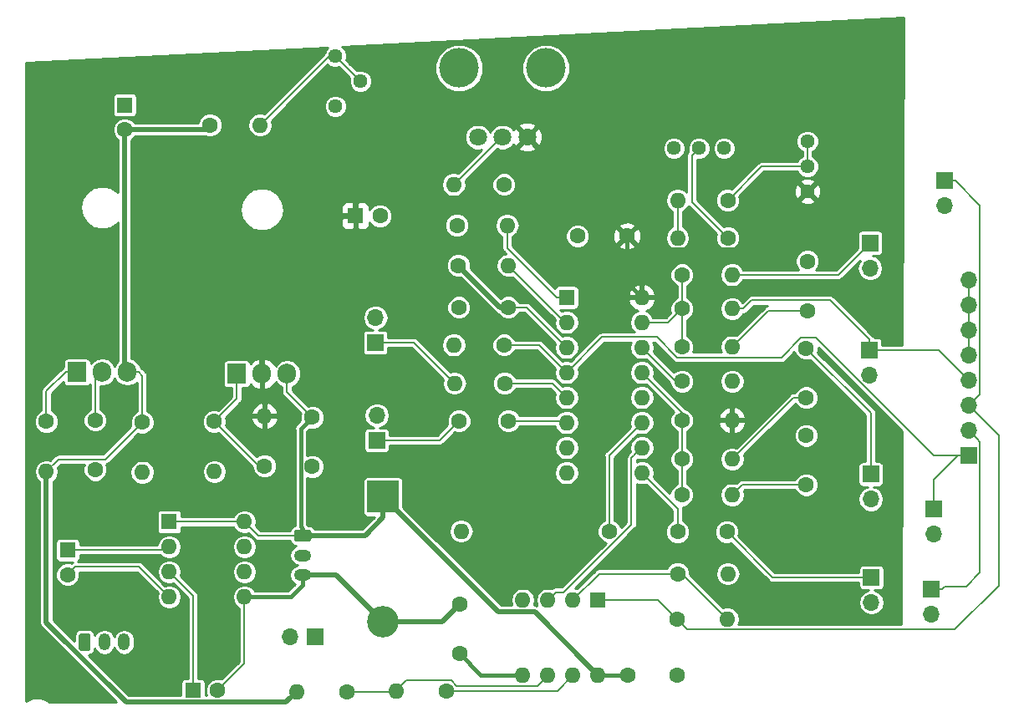
<source format=gbr>
G04 #@! TF.GenerationSoftware,KiCad,Pcbnew,(5.0.1)-rc2*
G04 #@! TF.CreationDate,2019-01-13T20:35:23-05:00*
G04 #@! TF.ProjectId,cem3340-module,63656D333334302D6D6F64756C652E6B,rev?*
G04 #@! TF.SameCoordinates,Original*
G04 #@! TF.FileFunction,Copper,L1,Top,Signal*
G04 #@! TF.FilePolarity,Positive*
%FSLAX46Y46*%
G04 Gerber Fmt 4.6, Leading zero omitted, Abs format (unit mm)*
G04 Created by KiCad (PCBNEW (5.0.1)-rc2) date 1/13/2019 8:35:23 PM*
%MOMM*%
%LPD*%
G01*
G04 APERTURE LIST*
G04 #@! TA.AperFunction,ComponentPad*
%ADD10R,1.700000X1.700000*%
G04 #@! TD*
G04 #@! TA.AperFunction,ComponentPad*
%ADD11O,1.700000X1.700000*%
G04 #@! TD*
G04 #@! TA.AperFunction,Conductor*
%ADD12C,0.100000*%
G04 #@! TD*
G04 #@! TA.AperFunction,ComponentPad*
%ADD13C,1.200000*%
G04 #@! TD*
G04 #@! TA.AperFunction,ComponentPad*
%ADD14O,1.200000X1.750000*%
G04 #@! TD*
G04 #@! TA.AperFunction,ComponentPad*
%ADD15O,1.600000X1.600000*%
G04 #@! TD*
G04 #@! TA.AperFunction,ComponentPad*
%ADD16C,1.600000*%
G04 #@! TD*
G04 #@! TA.AperFunction,ComponentPad*
%ADD17C,1.440000*%
G04 #@! TD*
G04 #@! TA.AperFunction,ComponentPad*
%ADD18R,3.200000X3.200000*%
G04 #@! TD*
G04 #@! TA.AperFunction,ComponentPad*
%ADD19O,3.200000X3.200000*%
G04 #@! TD*
G04 #@! TA.AperFunction,ComponentPad*
%ADD20O,1.905000X2.000000*%
G04 #@! TD*
G04 #@! TA.AperFunction,ComponentPad*
%ADD21R,1.905000X2.000000*%
G04 #@! TD*
G04 #@! TA.AperFunction,ComponentPad*
%ADD22R,1.600000X1.600000*%
G04 #@! TD*
G04 #@! TA.AperFunction,ComponentPad*
%ADD23O,1.750000X1.200000*%
G04 #@! TD*
G04 #@! TA.AperFunction,WasherPad*
%ADD24C,4.000000*%
G04 #@! TD*
G04 #@! TA.AperFunction,ComponentPad*
%ADD25C,1.800000*%
G04 #@! TD*
G04 #@! TA.AperFunction,Conductor*
%ADD26C,0.203000*%
G04 #@! TD*
G04 #@! TA.AperFunction,Conductor*
%ADD27C,0.203200*%
G04 #@! TD*
G04 #@! TA.AperFunction,Conductor*
%ADD28C,0.381000*%
G04 #@! TD*
G04 #@! TA.AperFunction,Conductor*
%ADD29C,0.508000*%
G04 #@! TD*
G04 #@! TA.AperFunction,Conductor*
%ADD30C,0.254000*%
G04 #@! TD*
G04 APERTURE END LIST*
D10*
G04 #@! TO.P,J11,1*
G04 #@! TO.N,Saw*
X158305500Y-123380500D03*
D11*
G04 #@! TO.P,J11,2*
G04 #@! TO.N,GND*
X158305500Y-125920500D03*
G04 #@! TD*
G04 #@! TO.P,J12,2*
G04 #@! TO.N,GND*
X159639000Y-84582000D03*
D10*
G04 #@! TO.P,J12,1*
G04 #@! TO.N,Tri*
X159639000Y-82042000D03*
G04 #@! TD*
G04 #@! TO.P,J13,1*
G04 #@! TO.N,Sqr*
X158496000Y-115316000D03*
D11*
G04 #@! TO.P,J13,2*
G04 #@! TO.N,GND*
X158496000Y-117856000D03*
G04 #@! TD*
D10*
G04 #@! TO.P,J10,1*
G04 #@! TO.N,Sqr*
X162052000Y-109855000D03*
D11*
G04 #@! TO.P,J10,2*
G04 #@! TO.N,Saw*
X162052000Y-107315000D03*
G04 #@! TO.P,J10,3*
G04 #@! TO.N,Tri*
X162052000Y-104775000D03*
G04 #@! TO.P,J10,4*
G04 #@! TO.N,1V-Oct*
X162052000Y-102235000D03*
G04 #@! TO.P,J10,5*
G04 #@! TO.N,GND*
X162052000Y-99695000D03*
G04 #@! TO.P,J10,6*
X162052000Y-97155000D03*
G04 #@! TO.P,J10,7*
X162052000Y-94615000D03*
G04 #@! TO.P,J10,8*
X162052000Y-92075000D03*
G04 #@! TD*
D12*
G04 #@! TO.N,+12V*
G04 #@! TO.C,J9*
G36*
X72891505Y-127904204D02*
X72915773Y-127907804D01*
X72939572Y-127913765D01*
X72962671Y-127922030D01*
X72984850Y-127932520D01*
X73005893Y-127945132D01*
X73025599Y-127959747D01*
X73043777Y-127976223D01*
X73060253Y-127994401D01*
X73074868Y-128014107D01*
X73087480Y-128035150D01*
X73097970Y-128057329D01*
X73106235Y-128080428D01*
X73112196Y-128104227D01*
X73115796Y-128128495D01*
X73117000Y-128152999D01*
X73117000Y-129403001D01*
X73115796Y-129427505D01*
X73112196Y-129451773D01*
X73106235Y-129475572D01*
X73097970Y-129498671D01*
X73087480Y-129520850D01*
X73074868Y-129541893D01*
X73060253Y-129561599D01*
X73043777Y-129579777D01*
X73025599Y-129596253D01*
X73005893Y-129610868D01*
X72984850Y-129623480D01*
X72962671Y-129633970D01*
X72939572Y-129642235D01*
X72915773Y-129648196D01*
X72891505Y-129651796D01*
X72867001Y-129653000D01*
X72166999Y-129653000D01*
X72142495Y-129651796D01*
X72118227Y-129648196D01*
X72094428Y-129642235D01*
X72071329Y-129633970D01*
X72049150Y-129623480D01*
X72028107Y-129610868D01*
X72008401Y-129596253D01*
X71990223Y-129579777D01*
X71973747Y-129561599D01*
X71959132Y-129541893D01*
X71946520Y-129520850D01*
X71936030Y-129498671D01*
X71927765Y-129475572D01*
X71921804Y-129451773D01*
X71918204Y-129427505D01*
X71917000Y-129403001D01*
X71917000Y-128152999D01*
X71918204Y-128128495D01*
X71921804Y-128104227D01*
X71927765Y-128080428D01*
X71936030Y-128057329D01*
X71946520Y-128035150D01*
X71959132Y-128014107D01*
X71973747Y-127994401D01*
X71990223Y-127976223D01*
X72008401Y-127959747D01*
X72028107Y-127945132D01*
X72049150Y-127932520D01*
X72071329Y-127922030D01*
X72094428Y-127913765D01*
X72118227Y-127907804D01*
X72142495Y-127904204D01*
X72166999Y-127903000D01*
X72867001Y-127903000D01*
X72891505Y-127904204D01*
X72891505Y-127904204D01*
G37*
D13*
G04 #@! TD*
G04 #@! TO.P,J9,1*
G04 #@! TO.N,+12V*
X72517000Y-128778000D03*
D14*
G04 #@! TO.P,J9,2*
G04 #@! TO.N,GND*
X74517000Y-128778000D03*
G04 #@! TO.P,J9,3*
G04 #@! TO.N,-12V*
X76517000Y-128778000D03*
G04 #@! TD*
D10*
G04 #@! TO.P,J8,1*
G04 #@! TO.N,PWM_CV*
X95885000Y-128270000D03*
D11*
G04 #@! TO.P,J8,2*
G04 #@! TO.N,+2.5V*
X93345000Y-128270000D03*
G04 #@! TD*
D15*
G04 #@! TO.P,R23,2*
G04 #@! TO.N,-5V*
X93980000Y-133794500D03*
D16*
G04 #@! TO.P,R23,1*
G04 #@! TO.N,Net-(R22-Pad2)*
X99060000Y-133794500D03*
G04 #@! TD*
G04 #@! TO.P,R22,1*
G04 #@! TO.N,+2.5V*
X109156500Y-133731000D03*
D15*
G04 #@! TO.P,R22,2*
G04 #@! TO.N,Net-(R22-Pad2)*
X104076500Y-133731000D03*
G04 #@! TD*
D17*
G04 #@! TO.P,RV1,1*
G04 #@! TO.N,Net-(RV1-Pad1)*
X137287000Y-78740000D03*
G04 #@! TO.P,RV1,2*
G04 #@! TO.N,Net-(R8-Pad1)*
X134747000Y-78740000D03*
G04 #@! TO.P,RV1,3*
G04 #@! TO.N,GND*
X132207000Y-78740000D03*
G04 #@! TD*
D18*
G04 #@! TO.P,D1,1*
G04 #@! TO.N,+12V*
X102743000Y-114046000D03*
D19*
G04 #@! TO.P,D1,2*
G04 #@! TO.N,-12V*
X102743000Y-126746000D03*
G04 #@! TD*
D20*
G04 #@! TO.P,U4,3*
G04 #@! TO.N,+12V*
X93027500Y-101600000D03*
G04 #@! TO.P,U4,2*
G04 #@! TO.N,+10V*
X90487500Y-101600000D03*
D21*
G04 #@! TO.P,U4,1*
G04 #@! TO.N,Net-(R20-Pad1)*
X87947500Y-101600000D03*
G04 #@! TD*
G04 #@! TO.P,U3,1*
G04 #@! TO.N,Net-(R17-Pad1)*
X71755000Y-101409500D03*
D20*
G04 #@! TO.P,U3,2*
G04 #@! TO.N,Net-(C7-Pad1)*
X74295000Y-101409500D03*
G04 #@! TO.P,U3,3*
G04 #@! TO.N,-5V*
X76835000Y-101409500D03*
G04 #@! TD*
D16*
G04 #@! TO.P,C6,1*
G04 #@! TO.N,Net-(C6-Pad1)*
X125666500Y-117538500D03*
D15*
G04 #@! TO.P,C6,2*
G04 #@! TO.N,GND*
X110666500Y-117538500D03*
G04 #@! TD*
D16*
G04 #@! TO.P,C1,2*
G04 #@! TO.N,Net-(C1-Pad2)*
X110443000Y-106362500D03*
G04 #@! TO.P,C1,1*
G04 #@! TO.N,Net-(C1-Pad1)*
X115443000Y-106362500D03*
G04 #@! TD*
G04 #@! TO.P,C2,1*
G04 #@! TO.N,Net-(C2-Pad1)*
X132582500Y-117602000D03*
G04 #@! TO.P,C2,2*
G04 #@! TO.N,Net-(C2-Pad2)*
X137582500Y-117602000D03*
G04 #@! TD*
G04 #@! TO.P,C3,1*
G04 #@! TO.N,Net-(C3-Pad1)*
X145605500Y-104013000D03*
G04 #@! TO.P,C3,2*
G04 #@! TO.N,Net-(C3-Pad2)*
X145605500Y-99013000D03*
G04 #@! TD*
G04 #@! TO.P,C4,2*
G04 #@! TO.N,GND*
X145732500Y-90186500D03*
G04 #@! TO.P,C4,1*
G04 #@! TO.N,Net-(C4-Pad1)*
X145732500Y-95186500D03*
G04 #@! TD*
G04 #@! TO.P,C5,2*
G04 #@! TO.N,GND*
X145605500Y-107839500D03*
G04 #@! TO.P,C5,1*
G04 #@! TO.N,Net-(C5-Pad1)*
X145605500Y-112839500D03*
G04 #@! TD*
G04 #@! TO.P,C7,1*
G04 #@! TO.N,Net-(C7-Pad1)*
X73596500Y-106299000D03*
G04 #@! TO.P,C7,2*
G04 #@! TO.N,GND*
X73596500Y-111299000D03*
G04 #@! TD*
D22*
G04 #@! TO.P,C8,1*
G04 #@! TO.N,GND*
X76581000Y-74358500D03*
D16*
G04 #@! TO.P,C8,2*
G04 #@! TO.N,-5V*
X76581000Y-76858500D03*
G04 #@! TD*
G04 #@! TO.P,C9,1*
G04 #@! TO.N,GND*
X95567500Y-110998000D03*
G04 #@! TO.P,C9,2*
G04 #@! TO.N,+12V*
X95567500Y-105998000D03*
G04 #@! TD*
G04 #@! TO.P,C10,2*
G04 #@! TO.N,GND*
X102449000Y-85598000D03*
D22*
G04 #@! TO.P,C10,1*
G04 #@! TO.N,+10V*
X99949000Y-85598000D03*
G04 #@! TD*
D16*
G04 #@! TO.P,C11,1*
G04 #@! TO.N,GND*
X110426500Y-94869000D03*
G04 #@! TO.P,C11,2*
G04 #@! TO.N,-5V*
X115426500Y-94869000D03*
G04 #@! TD*
G04 #@! TO.P,C12,2*
G04 #@! TO.N,GND*
X132571500Y-132143500D03*
G04 #@! TO.P,C12,1*
G04 #@! TO.N,+12V*
X127571500Y-132143500D03*
G04 #@! TD*
G04 #@! TO.P,C13,1*
G04 #@! TO.N,-12V*
X110490000Y-124968000D03*
G04 #@! TO.P,C13,2*
G04 #@! TO.N,GND*
X110490000Y-129968000D03*
G04 #@! TD*
G04 #@! TO.P,C14,2*
G04 #@! TO.N,GND*
X122444500Y-87630000D03*
G04 #@! TO.P,C14,1*
G04 #@! TO.N,+10V*
X127444500Y-87630000D03*
G04 #@! TD*
G04 #@! TO.P,C15,2*
G04 #@! TO.N,-12V*
X86002500Y-133667500D03*
D22*
G04 #@! TO.P,C15,1*
G04 #@! TO.N,GND*
X83502500Y-133667500D03*
G04 #@! TD*
G04 #@! TO.P,C16,1*
G04 #@! TO.N,Net-(C16-Pad1)*
X70802500Y-119443500D03*
D16*
G04 #@! TO.P,C16,2*
G04 #@! TO.N,Net-(C16-Pad2)*
X70802500Y-121943500D03*
G04 #@! TD*
D10*
G04 #@! TO.P,J1,1*
G04 #@! TO.N,1V-Oct*
X152019000Y-99187000D03*
D11*
G04 #@! TO.P,J1,2*
G04 #@! TO.N,GND*
X152019000Y-101727000D03*
G04 #@! TD*
D10*
G04 #@! TO.P,J2,1*
G04 #@! TO.N,ExpoCV*
X152082500Y-88328500D03*
D11*
G04 #@! TO.P,J2,2*
G04 #@! TO.N,GND*
X152082500Y-90868500D03*
G04 #@! TD*
G04 #@! TO.P,J3,2*
G04 #@! TO.N,GND*
X152146000Y-114300000D03*
D10*
G04 #@! TO.P,J3,1*
G04 #@! TO.N,Net-(C3-Pad2)*
X152146000Y-111760000D03*
G04 #@! TD*
D11*
G04 #@! TO.P,J4,2*
G04 #@! TO.N,GND*
X152209500Y-124777500D03*
D10*
G04 #@! TO.P,J4,1*
G04 #@! TO.N,Net-(C2-Pad2)*
X152209500Y-122237500D03*
G04 #@! TD*
D11*
G04 #@! TO.P,J5,2*
G04 #@! TO.N,GND*
X102108000Y-105791000D03*
D10*
G04 #@! TO.P,J5,1*
G04 #@! TO.N,Net-(C1-Pad2)*
X102108000Y-108331000D03*
G04 #@! TD*
G04 #@! TO.P,J6,1*
G04 #@! TO.N,PWM_CV*
X101981000Y-98425000D03*
D11*
G04 #@! TO.P,J6,2*
G04 #@! TO.N,GND*
X101981000Y-95885000D03*
G04 #@! TD*
D12*
G04 #@! TO.N,+12V*
G04 #@! TO.C,J7*
G36*
X95264505Y-117384204D02*
X95288773Y-117387804D01*
X95312572Y-117393765D01*
X95335671Y-117402030D01*
X95357850Y-117412520D01*
X95378893Y-117425132D01*
X95398599Y-117439747D01*
X95416777Y-117456223D01*
X95433253Y-117474401D01*
X95447868Y-117494107D01*
X95460480Y-117515150D01*
X95470970Y-117537329D01*
X95479235Y-117560428D01*
X95485196Y-117584227D01*
X95488796Y-117608495D01*
X95490000Y-117632999D01*
X95490000Y-118333001D01*
X95488796Y-118357505D01*
X95485196Y-118381773D01*
X95479235Y-118405572D01*
X95470970Y-118428671D01*
X95460480Y-118450850D01*
X95447868Y-118471893D01*
X95433253Y-118491599D01*
X95416777Y-118509777D01*
X95398599Y-118526253D01*
X95378893Y-118540868D01*
X95357850Y-118553480D01*
X95335671Y-118563970D01*
X95312572Y-118572235D01*
X95288773Y-118578196D01*
X95264505Y-118581796D01*
X95240001Y-118583000D01*
X93989999Y-118583000D01*
X93965495Y-118581796D01*
X93941227Y-118578196D01*
X93917428Y-118572235D01*
X93894329Y-118563970D01*
X93872150Y-118553480D01*
X93851107Y-118540868D01*
X93831401Y-118526253D01*
X93813223Y-118509777D01*
X93796747Y-118491599D01*
X93782132Y-118471893D01*
X93769520Y-118450850D01*
X93759030Y-118428671D01*
X93750765Y-118405572D01*
X93744804Y-118381773D01*
X93741204Y-118357505D01*
X93740000Y-118333001D01*
X93740000Y-117632999D01*
X93741204Y-117608495D01*
X93744804Y-117584227D01*
X93750765Y-117560428D01*
X93759030Y-117537329D01*
X93769520Y-117515150D01*
X93782132Y-117494107D01*
X93796747Y-117474401D01*
X93813223Y-117456223D01*
X93831401Y-117439747D01*
X93851107Y-117425132D01*
X93872150Y-117412520D01*
X93894329Y-117402030D01*
X93917428Y-117393765D01*
X93941227Y-117387804D01*
X93965495Y-117384204D01*
X93989999Y-117383000D01*
X95240001Y-117383000D01*
X95264505Y-117384204D01*
X95264505Y-117384204D01*
G37*
D13*
G04 #@! TD*
G04 #@! TO.P,J7,1*
G04 #@! TO.N,+12V*
X94615000Y-117983000D03*
D23*
G04 #@! TO.P,J7,2*
G04 #@! TO.N,GND*
X94615000Y-119983000D03*
G04 #@! TO.P,J7,3*
G04 #@! TO.N,-12V*
X94615000Y-121983000D03*
G04 #@! TD*
D15*
G04 #@! TO.P,R1,2*
G04 #@! TO.N,PWM_CV*
X109982000Y-102552500D03*
D16*
G04 #@! TO.P,R1,1*
G04 #@! TO.N,Net-(R1-Pad1)*
X115062000Y-102552500D03*
G04 #@! TD*
G04 #@! TO.P,R2,1*
G04 #@! TO.N,Net-(R12-Pad1)*
X133032500Y-94996000D03*
D15*
G04 #@! TO.P,R2,2*
G04 #@! TO.N,1V-Oct*
X138112500Y-94996000D03*
G04 #@! TD*
D16*
G04 #@! TO.P,R3,1*
G04 #@! TO.N,Sqr*
X114998500Y-98679000D03*
D15*
G04 #@! TO.P,R3,2*
G04 #@! TO.N,GND*
X109918500Y-98679000D03*
G04 #@! TD*
D16*
G04 #@! TO.P,R4,1*
G04 #@! TO.N,Net-(R12-Pad1)*
X133032500Y-98869500D03*
D15*
G04 #@! TO.P,R4,2*
G04 #@! TO.N,Net-(C4-Pad1)*
X138112500Y-98869500D03*
G04 #@! TD*
G04 #@! TO.P,R5,2*
G04 #@! TO.N,Net-(C3-Pad1)*
X138112500Y-110236000D03*
D16*
G04 #@! TO.P,R5,1*
G04 #@! TO.N,Net-(R5-Pad1)*
X133032500Y-110236000D03*
G04 #@! TD*
G04 #@! TO.P,R6,1*
G04 #@! TO.N,Net-(R5-Pad1)*
X133032500Y-106299000D03*
D15*
G04 #@! TO.P,R6,2*
G04 #@! TO.N,+10V*
X138112500Y-106299000D03*
G04 #@! TD*
D16*
G04 #@! TO.P,R7,1*
G04 #@! TO.N,Net-(R5-Pad1)*
X133032500Y-113855500D03*
D15*
G04 #@! TO.P,R7,2*
G04 #@! TO.N,Net-(C5-Pad1)*
X138112500Y-113855500D03*
G04 #@! TD*
G04 #@! TO.P,R8,2*
G04 #@! TO.N,Net-(R12-Pad1)*
X132582500Y-87820500D03*
D16*
G04 #@! TO.P,R8,1*
G04 #@! TO.N,Net-(R8-Pad1)*
X137662500Y-87820500D03*
G04 #@! TD*
D15*
G04 #@! TO.P,R9,2*
G04 #@! TO.N,Net-(R9-Pad2)*
X115443000Y-90614500D03*
D16*
G04 #@! TO.P,R9,1*
G04 #@! TO.N,-5V*
X110363000Y-90614500D03*
G04 #@! TD*
D15*
G04 #@! TO.P,R10,2*
G04 #@! TO.N,GND*
X138112500Y-102362000D03*
D16*
G04 #@! TO.P,R10,1*
G04 #@! TO.N,Net-(R10-Pad1)*
X133032500Y-102362000D03*
G04 #@! TD*
G04 #@! TO.P,R11,1*
G04 #@! TO.N,Net-(R11-Pad1)*
X110236000Y-86550500D03*
D15*
G04 #@! TO.P,R11,2*
G04 #@! TO.N,Net-(R11-Pad2)*
X115316000Y-86550500D03*
G04 #@! TD*
D16*
G04 #@! TO.P,R12,1*
G04 #@! TO.N,Net-(R12-Pad1)*
X133032500Y-91567000D03*
D15*
G04 #@! TO.P,R12,2*
G04 #@! TO.N,ExpoCV*
X138112500Y-91567000D03*
G04 #@! TD*
G04 #@! TO.P,R13,2*
G04 #@! TO.N,Net-(R13-Pad2)*
X109918500Y-82423000D03*
D16*
G04 #@! TO.P,R13,1*
G04 #@! TO.N,Net-(R12-Pad1)*
X114998500Y-82423000D03*
G04 #@! TD*
G04 #@! TO.P,R14,1*
G04 #@! TO.N,Net-(R14-Pad1)*
X137662500Y-84010500D03*
D15*
G04 #@! TO.P,R14,2*
G04 #@! TO.N,Net-(R12-Pad1)*
X132582500Y-84010500D03*
G04 #@! TD*
G04 #@! TO.P,R15,2*
G04 #@! TO.N,Net-(R15-Pad2)*
X90297000Y-76390500D03*
D16*
G04 #@! TO.P,R15,1*
G04 #@! TO.N,-5V*
X85217000Y-76390500D03*
G04 #@! TD*
D15*
G04 #@! TO.P,R16,2*
G04 #@! TO.N,GND*
X78359000Y-111569500D03*
D16*
G04 #@! TO.P,R16,1*
G04 #@! TO.N,-5V*
X78359000Y-106489500D03*
G04 #@! TD*
G04 #@! TO.P,R17,1*
G04 #@! TO.N,Net-(R17-Pad1)*
X68643500Y-106426000D03*
D15*
G04 #@! TO.P,R17,2*
G04 #@! TO.N,-5V*
X68643500Y-111506000D03*
G04 #@! TD*
D16*
G04 #@! TO.P,R18,1*
G04 #@! TO.N,Net-(R18-Pad1)*
X132588000Y-121856500D03*
D15*
G04 #@! TO.P,R18,2*
G04 #@! TO.N,GND*
X137668000Y-121856500D03*
G04 #@! TD*
G04 #@! TO.P,R19,2*
G04 #@! TO.N,Net-(R18-Pad1)*
X137604500Y-126428500D03*
D16*
G04 #@! TO.P,R19,1*
G04 #@! TO.N,Tri*
X132524500Y-126428500D03*
G04 #@! TD*
D15*
G04 #@! TO.P,R20,2*
G04 #@! TO.N,GND*
X85661500Y-111506000D03*
D16*
G04 #@! TO.P,R20,1*
G04 #@! TO.N,Net-(R20-Pad1)*
X85661500Y-106426000D03*
G04 #@! TD*
G04 #@! TO.P,R21,1*
G04 #@! TO.N,Net-(R20-Pad1)*
X90741500Y-110934500D03*
D15*
G04 #@! TO.P,R21,2*
G04 #@! TO.N,+10V*
X90741500Y-105854500D03*
G04 #@! TD*
D17*
G04 #@! TO.P,RV2,3*
G04 #@! TO.N,Net-(R15-Pad2)*
X97917000Y-69405500D03*
G04 #@! TO.P,RV2,2*
X100457000Y-71945500D03*
G04 #@! TO.P,RV2,1*
G04 #@! TO.N,Net-(R11-Pad1)*
X97917000Y-74485500D03*
G04 #@! TD*
D24*
G04 #@! TO.P,RV3,*
G04 #@! TO.N,*
X119248000Y-70597000D03*
X110448000Y-70597000D03*
D25*
G04 #@! TO.P,RV3,1*
G04 #@! TO.N,+10V*
X117348000Y-77597000D03*
G04 #@! TO.P,RV3,2*
G04 #@! TO.N,Net-(R13-Pad2)*
X114848000Y-77597000D03*
G04 #@! TO.P,RV3,3*
G04 #@! TO.N,GND*
X112348000Y-77597000D03*
G04 #@! TD*
D17*
G04 #@! TO.P,RV4,1*
G04 #@! TO.N,Net-(R14-Pad1)*
X145732500Y-78041500D03*
G04 #@! TO.P,RV4,2*
X145732500Y-80581500D03*
G04 #@! TO.P,RV4,3*
G04 #@! TO.N,+10V*
X145732500Y-83121500D03*
G04 #@! TD*
D22*
G04 #@! TO.P,U1,1*
G04 #@! TO.N,Tri*
X124523500Y-124523500D03*
D15*
G04 #@! TO.P,U1,5*
G04 #@! TO.N,GND*
X116903500Y-132143500D03*
G04 #@! TO.P,U1,2*
G04 #@! TO.N,Net-(R18-Pad1)*
X121983500Y-124523500D03*
G04 #@! TO.P,U1,6*
G04 #@! TO.N,Net-(R22-Pad2)*
X119443500Y-132143500D03*
G04 #@! TO.P,U1,3*
G04 #@! TO.N,Net-(U1-Pad3)*
X119443500Y-124523500D03*
G04 #@! TO.P,U1,7*
G04 #@! TO.N,+2.5V*
X121983500Y-132143500D03*
G04 #@! TO.P,U1,4*
G04 #@! TO.N,-12V*
X116903500Y-124523500D03*
G04 #@! TO.P,U1,8*
G04 #@! TO.N,+12V*
X124523500Y-132143500D03*
G04 #@! TD*
D22*
G04 #@! TO.P,U2,1*
G04 #@! TO.N,Net-(R11-Pad2)*
X121348500Y-93853000D03*
D15*
G04 #@! TO.P,U2,9*
G04 #@! TO.N,Net-(C2-Pad1)*
X128968500Y-111633000D03*
G04 #@! TO.P,U2,2*
G04 #@! TO.N,Net-(R9-Pad2)*
X121348500Y-96393000D03*
G04 #@! TO.P,U2,10*
G04 #@! TO.N,Net-(U1-Pad3)*
X128968500Y-109093000D03*
G04 #@! TO.P,U2,3*
G04 #@! TO.N,-5V*
X121348500Y-98933000D03*
G04 #@! TO.P,U2,11*
G04 #@! TO.N,Net-(C6-Pad1)*
X128968500Y-106553000D03*
G04 #@! TO.P,U2,4*
G04 #@! TO.N,Sqr*
X121348500Y-101473000D03*
G04 #@! TO.P,U2,12*
G04 #@! TO.N,GND*
X128968500Y-104013000D03*
G04 #@! TO.P,U2,5*
G04 #@! TO.N,Net-(R1-Pad1)*
X121348500Y-104013000D03*
G04 #@! TO.P,U2,13*
G04 #@! TO.N,Net-(R5-Pad1)*
X128968500Y-101473000D03*
G04 #@! TO.P,U2,6*
G04 #@! TO.N,Net-(C1-Pad1)*
X121348500Y-106553000D03*
G04 #@! TO.P,U2,14*
G04 #@! TO.N,Net-(R10-Pad1)*
X128968500Y-98933000D03*
G04 #@! TO.P,U2,7*
G04 #@! TO.N,Net-(RV1-Pad1)*
X121348500Y-109093000D03*
G04 #@! TO.P,U2,15*
G04 #@! TO.N,Net-(R12-Pad1)*
X128968500Y-96393000D03*
G04 #@! TO.P,U2,8*
G04 #@! TO.N,Saw*
X121348500Y-111633000D03*
G04 #@! TO.P,U2,16*
G04 #@! TO.N,+10V*
X128968500Y-93853000D03*
G04 #@! TD*
G04 #@! TO.P,U5,8*
G04 #@! TO.N,+12V*
X88709500Y-116586000D03*
G04 #@! TO.P,U5,4*
G04 #@! TO.N,Net-(C16-Pad2)*
X81089500Y-124206000D03*
G04 #@! TO.P,U5,7*
G04 #@! TO.N,Net-(U5-Pad7)*
X88709500Y-119126000D03*
G04 #@! TO.P,U5,3*
G04 #@! TO.N,GND*
X81089500Y-121666000D03*
G04 #@! TO.P,U5,6*
G04 #@! TO.N,Net-(U5-Pad6)*
X88709500Y-121666000D03*
G04 #@! TO.P,U5,2*
G04 #@! TO.N,Net-(C16-Pad1)*
X81089500Y-119126000D03*
G04 #@! TO.P,U5,5*
G04 #@! TO.N,-12V*
X88709500Y-124206000D03*
D22*
G04 #@! TO.P,U5,1*
G04 #@! TO.N,+12V*
X81089500Y-116586000D03*
G04 #@! TD*
D26*
G04 #@! TO.N,Net-(C1-Pad2)*
X108474500Y-108331000D02*
X110443000Y-106362500D01*
X102108000Y-108331000D02*
X108474500Y-108331000D01*
G04 #@! TO.N,Net-(C1-Pad1)*
X121158000Y-106362500D02*
X121348500Y-106553000D01*
X115443000Y-106362500D02*
X121158000Y-106362500D01*
G04 #@! TO.N,Net-(C2-Pad1)*
X132582500Y-115247000D02*
X128968500Y-111633000D01*
X132582500Y-117602000D02*
X132582500Y-115247000D01*
G04 #@! TO.N,Net-(C2-Pad2)*
X142218000Y-122237500D02*
X152209500Y-122237500D01*
X137582500Y-117602000D02*
X142218000Y-122237500D01*
G04 #@! TO.N,Net-(C3-Pad1)*
X144335500Y-104013000D02*
X145605500Y-104013000D01*
X138112500Y-110236000D02*
X144335500Y-104013000D01*
G04 #@! TO.N,Net-(C3-Pad2)*
X152146000Y-105553500D02*
X145605500Y-99013000D01*
X152146000Y-111760000D02*
X152146000Y-105553500D01*
G04 #@! TO.N,Net-(C4-Pad1)*
X141795500Y-95186500D02*
X145732500Y-95186500D01*
X138112500Y-98869500D02*
X141795500Y-95186500D01*
D27*
G04 #@! TO.N,GND*
X83502500Y-124079000D02*
X83502500Y-133667500D01*
X81089500Y-121666000D02*
X83502500Y-124079000D01*
D28*
X112665500Y-132143500D02*
X116903500Y-132143500D01*
X110490000Y-129968000D02*
X112665500Y-132143500D01*
D26*
X162052000Y-93277081D02*
X162052000Y-94615000D01*
X162052000Y-92075000D02*
X162052000Y-93277081D01*
X162052000Y-94615000D02*
X162052000Y-97155000D01*
X162052000Y-97155000D02*
X162052000Y-99695000D01*
G04 #@! TO.N,Net-(C5-Pad1)*
X139128500Y-112839500D02*
X145605500Y-112839500D01*
X138112500Y-113855500D02*
X139128500Y-112839500D01*
G04 #@! TO.N,Net-(C6-Pad1)*
X125666500Y-109855000D02*
X128968500Y-106553000D01*
X125666500Y-117538500D02*
X125666500Y-109855000D01*
G04 #@! TO.N,Net-(R1-Pad1)*
X119888000Y-102552500D02*
X121348500Y-104013000D01*
X115062000Y-102552500D02*
X119888000Y-102552500D01*
G04 #@! TO.N,Net-(R10-Pad1)*
X132397500Y-102362000D02*
X133032500Y-102362000D01*
X128968500Y-98933000D02*
X132397500Y-102362000D01*
G04 #@! TO.N,Net-(R9-Pad2)*
X121221500Y-96393000D02*
X121348500Y-96393000D01*
X115443000Y-90614500D02*
X121221500Y-96393000D01*
G04 #@! TO.N,Net-(R11-Pad2)*
X120345500Y-93853000D02*
X121348500Y-93853000D01*
X115316000Y-88823500D02*
X120345500Y-93853000D01*
X115316000Y-86550500D02*
X115316000Y-88823500D01*
D27*
G04 #@! TO.N,-5V*
X77990700Y-101409500D02*
X76835000Y-101409500D01*
X78359000Y-101777800D02*
X77990700Y-101409500D01*
X78359000Y-106489500D02*
X78359000Y-101777800D01*
X77559001Y-107289499D02*
X78359000Y-106489500D01*
X74603501Y-110244999D02*
X77559001Y-107289499D01*
X69904501Y-110244999D02*
X74603501Y-110244999D01*
X68643500Y-111506000D02*
X69904501Y-110244999D01*
D26*
X117284500Y-94869000D02*
X115426500Y-94869000D01*
X121348500Y-98933000D02*
X117284500Y-94869000D01*
D29*
X114617500Y-94869000D02*
X115426500Y-94869000D01*
X110363000Y-90614500D02*
X114617500Y-94869000D01*
X76581000Y-101155500D02*
X76835000Y-101409500D01*
X76581000Y-76858500D02*
X76581000Y-101155500D01*
X84749000Y-76858500D02*
X85217000Y-76390500D01*
X76581000Y-76858500D02*
X84749000Y-76858500D01*
X93180001Y-134594499D02*
X93980000Y-133794500D01*
X92900599Y-134873901D02*
X93180001Y-134594499D01*
X76709595Y-134873901D02*
X92900599Y-134873901D01*
X68643500Y-126807806D02*
X76709595Y-134873901D01*
X68643500Y-111506000D02*
X68643500Y-126807806D01*
D27*
G04 #@! TO.N,+10V*
X90741500Y-101854000D02*
X90487500Y-101600000D01*
X90741500Y-105854500D02*
X90741500Y-101854000D01*
D29*
X98641000Y-85598000D02*
X99949000Y-85598000D01*
X90487500Y-93751500D02*
X98641000Y-85598000D01*
X90487500Y-101600000D02*
X90487500Y-93751500D01*
X116448001Y-76697001D02*
X117348000Y-77597000D01*
X116041599Y-76290599D02*
X116448001Y-76697001D01*
X107948401Y-76290599D02*
X116041599Y-76290599D01*
X99949000Y-84290000D02*
X107948401Y-76290599D01*
X99949000Y-85598000D02*
X99949000Y-84290000D01*
X127381000Y-87630000D02*
X127444500Y-87630000D01*
X117348000Y-77597000D02*
X127381000Y-87630000D01*
D28*
X127444500Y-92329000D02*
X128968500Y-93853000D01*
X127444500Y-87630000D02*
X127444500Y-92329000D01*
X128244499Y-88429999D02*
X127444500Y-87630000D01*
X128777901Y-88963401D02*
X128244499Y-88429999D01*
X139890599Y-88963401D02*
X128777901Y-88963401D01*
X145732500Y-83121500D02*
X139890599Y-88963401D01*
D26*
G04 #@! TO.N,Net-(R5-Pad1)*
X133032500Y-105537000D02*
X133032500Y-106299000D01*
X128968500Y-101473000D02*
X133032500Y-105537000D01*
X133032500Y-107430370D02*
X133032500Y-110236000D01*
X133032500Y-106299000D02*
X133032500Y-107430370D01*
X133032500Y-111367370D02*
X133032500Y-113855500D01*
X133032500Y-110236000D02*
X133032500Y-111367370D01*
D27*
G04 #@! TO.N,Net-(C7-Pad1)*
X73596500Y-102108000D02*
X74295000Y-101409500D01*
X73596500Y-106299000D02*
X73596500Y-102108000D01*
G04 #@! TO.N,+12V*
X81089500Y-116586000D02*
X88709500Y-116586000D01*
X93027500Y-103458000D02*
X95567500Y-105998000D01*
X93027500Y-101600000D02*
X93027500Y-103458000D01*
X90106500Y-117983000D02*
X94615000Y-117983000D01*
X88709500Y-116586000D02*
X90106500Y-117983000D01*
D28*
X94767501Y-106797999D02*
X95567500Y-105998000D01*
X94424599Y-107140901D02*
X94767501Y-106797999D01*
X94424599Y-117092599D02*
X94424599Y-107140901D01*
X94615000Y-117283000D02*
X94424599Y-117092599D01*
X94615000Y-117983000D02*
X94615000Y-117283000D01*
X124523500Y-132143500D02*
X127571500Y-132143500D01*
D29*
X102743000Y-116154000D02*
X102743000Y-114046000D01*
X100914000Y-117983000D02*
X102743000Y-116154000D01*
X94615000Y-117983000D02*
X100914000Y-117983000D01*
X123723501Y-131343501D02*
X124523500Y-132143500D01*
X118109901Y-125729901D02*
X123723501Y-131343501D01*
X114426901Y-125729901D02*
X118109901Y-125729901D01*
X102743000Y-114046000D02*
X114426901Y-125729901D01*
D27*
G04 #@! TO.N,-12V*
X88709500Y-130960500D02*
X86002500Y-133667500D01*
X88709500Y-124206000D02*
X88709500Y-130960500D01*
D28*
X94615000Y-122964000D02*
X94615000Y-121983000D01*
X93373000Y-124206000D02*
X94615000Y-122964000D01*
X88709500Y-124206000D02*
X93373000Y-124206000D01*
D29*
X97980000Y-121983000D02*
X102743000Y-126746000D01*
X94615000Y-121983000D02*
X97980000Y-121983000D01*
X108712000Y-126746000D02*
X110490000Y-124968000D01*
X102743000Y-126746000D02*
X108712000Y-126746000D01*
D27*
G04 #@! TO.N,Net-(C16-Pad1)*
X80772000Y-119443500D02*
X81089500Y-119126000D01*
X70802500Y-119443500D02*
X80772000Y-119443500D01*
G04 #@! TO.N,Net-(C16-Pad2)*
X80289501Y-123406001D02*
X81089500Y-124206000D01*
X78027001Y-121143501D02*
X80289501Y-123406001D01*
X71602499Y-121143501D02*
X78027001Y-121143501D01*
X70802500Y-121943500D02*
X71602499Y-121143501D01*
D26*
G04 #@! TO.N,1V-Oct*
X152019000Y-98134000D02*
X152019000Y-99187000D01*
X148017599Y-94132599D02*
X152019000Y-98134000D01*
X140107271Y-94132599D02*
X148017599Y-94132599D01*
X139243870Y-94996000D02*
X140107271Y-94132599D01*
X138112500Y-94996000D02*
X139243870Y-94996000D01*
X159004000Y-99187000D02*
X152019000Y-99187000D01*
X162052000Y-102235000D02*
X159004000Y-99187000D01*
G04 #@! TO.N,ExpoCV*
X148844000Y-91567000D02*
X152082500Y-88328500D01*
X138112500Y-91567000D02*
X148844000Y-91567000D01*
G04 #@! TO.N,PWM_CV*
X105854500Y-98425000D02*
X109982000Y-102552500D01*
X101981000Y-98425000D02*
X105854500Y-98425000D01*
G04 #@! TO.N,Net-(R12-Pad1)*
X132582500Y-85141870D02*
X132582500Y-87820500D01*
X132582500Y-84010500D02*
X132582500Y-85141870D01*
X133032500Y-91567000D02*
X133032500Y-94996000D01*
X133032500Y-96127370D02*
X133032500Y-98869500D01*
X133032500Y-94996000D02*
X133032500Y-96127370D01*
X131635500Y-96393000D02*
X128968500Y-96393000D01*
X133032500Y-94996000D02*
X131635500Y-96393000D01*
G04 #@! TO.N,Sqr*
X118554500Y-98679000D02*
X121348500Y-101473000D01*
X114998500Y-98679000D02*
X118554500Y-98679000D01*
X158513226Y-109855000D02*
X160999000Y-109855000D01*
X146617325Y-97959099D02*
X158513226Y-109855000D01*
X145099627Y-97959099D02*
X146617325Y-97959099D01*
X143135325Y-99923401D02*
X145099627Y-97959099D01*
X132526627Y-99923401D02*
X143135325Y-99923401D01*
X124942401Y-97879099D02*
X130482325Y-97879099D01*
X130482325Y-97879099D02*
X132526627Y-99923401D01*
X121348500Y-101473000D02*
X124942401Y-97879099D01*
X160999000Y-109855000D02*
X162052000Y-109855000D01*
X158496000Y-112358000D02*
X160999000Y-109855000D01*
X158496000Y-115316000D02*
X158496000Y-112358000D01*
G04 #@! TO.N,Net-(R8-Pad1)*
X136862501Y-87020501D02*
X137662500Y-87820500D01*
X134027001Y-84185001D02*
X136862501Y-87020501D01*
X134027001Y-79459999D02*
X134027001Y-84185001D01*
X134747000Y-78740000D02*
X134027001Y-79459999D01*
G04 #@! TO.N,Net-(R13-Pad2)*
X114744500Y-77597000D02*
X114848000Y-77597000D01*
X109918500Y-82423000D02*
X114744500Y-77597000D01*
G04 #@! TO.N,Net-(R14-Pad1)*
X141091500Y-80581500D02*
X145732500Y-80581500D01*
X137662500Y-84010500D02*
X141091500Y-80581500D01*
X145732500Y-79059733D02*
X145732500Y-80581500D01*
X145732500Y-78041500D02*
X145732500Y-79059733D01*
G04 #@! TO.N,Net-(R15-Pad2)*
X98636999Y-70125499D02*
X100457000Y-71945500D01*
X97917000Y-69405500D02*
X98636999Y-70125499D01*
X97282000Y-69405500D02*
X97917000Y-69405500D01*
X90297000Y-76390500D02*
X97282000Y-69405500D01*
D27*
G04 #@! TO.N,Net-(R17-Pad1)*
X70599300Y-101409500D02*
X71755000Y-101409500D01*
X68643500Y-103365300D02*
X70599300Y-101409500D01*
X68643500Y-106426000D02*
X68643500Y-103365300D01*
D26*
G04 #@! TO.N,Net-(R18-Pad1)*
X124650500Y-121856500D02*
X132588000Y-121856500D01*
X121983500Y-124523500D02*
X124650500Y-121856500D01*
X133032500Y-121856500D02*
X132588000Y-121856500D01*
X137604500Y-126428500D02*
X133032500Y-121856500D01*
G04 #@! TO.N,Tri*
X130619500Y-124523500D02*
X132524500Y-126428500D01*
X124523500Y-124523500D02*
X130619500Y-124523500D01*
X133324499Y-127228499D02*
X132524500Y-126428500D01*
X133578401Y-127482401D02*
X133324499Y-127228499D01*
X160678621Y-127482401D02*
X133578401Y-127482401D01*
X165100000Y-123061022D02*
X160678621Y-127482401D01*
X165100000Y-107823000D02*
X165100000Y-123061022D01*
X162052000Y-104775000D02*
X165100000Y-107823000D01*
X163155901Y-103671099D02*
X162052000Y-104775000D01*
X163155901Y-84505901D02*
X163155901Y-103671099D01*
X160692000Y-82042000D02*
X163155901Y-84505901D01*
X159639000Y-82042000D02*
X160692000Y-82042000D01*
D27*
G04 #@! TO.N,Net-(R20-Pad1)*
X87947500Y-104140000D02*
X87947500Y-101600000D01*
X85661500Y-106426000D02*
X87947500Y-104140000D01*
X90170000Y-110934500D02*
X90741500Y-110934500D01*
X85661500Y-106426000D02*
X90170000Y-110934500D01*
D26*
G04 #@! TO.N,Net-(U1-Pad3)*
X128168501Y-109892999D02*
X128968500Y-109093000D01*
X127914599Y-110146901D02*
X128168501Y-109892999D01*
X127914599Y-116850175D02*
X127914599Y-110146901D01*
X121041273Y-123723501D02*
X127914599Y-116850175D01*
X120243499Y-123723501D02*
X121041273Y-123723501D01*
X119443500Y-124523500D02*
X120243499Y-123723501D01*
G04 #@! TO.N,Saw*
X162901999Y-108164999D02*
X162052000Y-107315000D01*
X163219401Y-108482401D02*
X162901999Y-108164999D01*
X163219401Y-121731599D02*
X163219401Y-108482401D01*
X161798000Y-123153000D02*
X163219401Y-121731599D01*
X159586000Y-123153000D02*
X161798000Y-123153000D01*
X159358500Y-123380500D02*
X159586000Y-123153000D01*
X158305500Y-123380500D02*
X159358500Y-123380500D01*
G04 #@! TO.N,+2.5V*
X120396000Y-133731000D02*
X121983500Y-132143500D01*
X109156500Y-133731000D02*
X120396000Y-133731000D01*
G04 #@! TO.N,Net-(R22-Pad2)*
X104876499Y-132931001D02*
X104076500Y-133731000D01*
X105130401Y-132677099D02*
X104876499Y-132931001D01*
X109662373Y-132677099D02*
X105130401Y-132677099D01*
X110182675Y-133197401D02*
X109662373Y-132677099D01*
X118389599Y-133197401D02*
X110182675Y-133197401D01*
X119443500Y-132143500D02*
X118389599Y-133197401D01*
X104013000Y-133794500D02*
X104076500Y-133731000D01*
X99060000Y-133794500D02*
X104013000Y-133794500D01*
G04 #@! TD*
D30*
G04 #@! TO.N,+10V*
G36*
X155325649Y-98653700D02*
X153309259Y-98653700D01*
X153309259Y-98337000D01*
X153275746Y-98168520D01*
X153180310Y-98025690D01*
X153037480Y-97930254D01*
X152869000Y-97896741D01*
X152501862Y-97896741D01*
X152433238Y-97794038D01*
X152433237Y-97794037D01*
X152403487Y-97749513D01*
X152358963Y-97719763D01*
X148431836Y-93792636D01*
X148402086Y-93748112D01*
X148225682Y-93630242D01*
X148070120Y-93599299D01*
X148070115Y-93599299D01*
X148017599Y-93588853D01*
X147965083Y-93599299D01*
X140159786Y-93599299D01*
X140107270Y-93588853D01*
X140054754Y-93599299D01*
X140054750Y-93599299D01*
X139899188Y-93630242D01*
X139722784Y-93748112D01*
X139693034Y-93792636D01*
X139151651Y-94334019D01*
X139000578Y-94107922D01*
X138593124Y-93835670D01*
X138233820Y-93764200D01*
X137991180Y-93764200D01*
X137631876Y-93835670D01*
X137224422Y-94107922D01*
X136952170Y-94515376D01*
X136856568Y-94996000D01*
X136952170Y-95476624D01*
X137224422Y-95884078D01*
X137631876Y-96156330D01*
X137991180Y-96227800D01*
X138233820Y-96227800D01*
X138593124Y-96156330D01*
X139000578Y-95884078D01*
X139232204Y-95537425D01*
X139243870Y-95539746D01*
X139296386Y-95529300D01*
X139296391Y-95529300D01*
X139451953Y-95498357D01*
X139628357Y-95380487D01*
X139658107Y-95335963D01*
X140328171Y-94665899D01*
X141679136Y-94665899D01*
X141587417Y-94684143D01*
X141411013Y-94802013D01*
X141381263Y-94846537D01*
X138530989Y-97696811D01*
X138233820Y-97637700D01*
X137991180Y-97637700D01*
X137631876Y-97709170D01*
X137224422Y-97981422D01*
X136952170Y-98388876D01*
X136856568Y-98869500D01*
X136952170Y-99350124D01*
X136978882Y-99390101D01*
X134150150Y-99390101D01*
X134264300Y-99114520D01*
X134264300Y-98624480D01*
X134076769Y-98171742D01*
X133730258Y-97825231D01*
X133565800Y-97757110D01*
X133565800Y-96108390D01*
X133730258Y-96040269D01*
X134076769Y-95693758D01*
X134264300Y-95241020D01*
X134264300Y-94750980D01*
X134076769Y-94298242D01*
X133730258Y-93951731D01*
X133565800Y-93883610D01*
X133565800Y-92679390D01*
X133730258Y-92611269D01*
X134076769Y-92264758D01*
X134264300Y-91812020D01*
X134264300Y-91567000D01*
X136856568Y-91567000D01*
X136952170Y-92047624D01*
X137224422Y-92455078D01*
X137631876Y-92727330D01*
X137991180Y-92798800D01*
X138233820Y-92798800D01*
X138593124Y-92727330D01*
X139000578Y-92455078D01*
X139237633Y-92100300D01*
X148791484Y-92100300D01*
X148844000Y-92110746D01*
X148896516Y-92100300D01*
X148896521Y-92100300D01*
X149052083Y-92069357D01*
X149228487Y-91951487D01*
X149258237Y-91906963D01*
X151032618Y-90132582D01*
X150875072Y-90368367D01*
X150775589Y-90868500D01*
X150875072Y-91368633D01*
X151158374Y-91792626D01*
X151582367Y-92075928D01*
X151956259Y-92150300D01*
X152208741Y-92150300D01*
X152582633Y-92075928D01*
X153006626Y-91792626D01*
X153289928Y-91368633D01*
X153389411Y-90868500D01*
X153289928Y-90368367D01*
X153006626Y-89944374D01*
X152582633Y-89661072D01*
X152369912Y-89618759D01*
X152932500Y-89618759D01*
X153100980Y-89585246D01*
X153243810Y-89489810D01*
X153339246Y-89346980D01*
X153372759Y-89178500D01*
X153372759Y-87478500D01*
X153339246Y-87310020D01*
X153243810Y-87167190D01*
X153100980Y-87071754D01*
X152932500Y-87038241D01*
X151232500Y-87038241D01*
X151064020Y-87071754D01*
X150921190Y-87167190D01*
X150825754Y-87310020D01*
X150792241Y-87478500D01*
X150792241Y-88864559D01*
X148623100Y-91033700D01*
X146627327Y-91033700D01*
X146776769Y-90884258D01*
X146964300Y-90431520D01*
X146964300Y-89941480D01*
X146776769Y-89488742D01*
X146430258Y-89142231D01*
X145977520Y-88954700D01*
X145487480Y-88954700D01*
X145034742Y-89142231D01*
X144688231Y-89488742D01*
X144500700Y-89941480D01*
X144500700Y-90431520D01*
X144688231Y-90884258D01*
X144837673Y-91033700D01*
X139237633Y-91033700D01*
X139000578Y-90678922D01*
X138593124Y-90406670D01*
X138233820Y-90335200D01*
X137991180Y-90335200D01*
X137631876Y-90406670D01*
X137224422Y-90678922D01*
X136952170Y-91086376D01*
X136856568Y-91567000D01*
X134264300Y-91567000D01*
X134264300Y-91321980D01*
X134076769Y-90869242D01*
X133730258Y-90522731D01*
X133277520Y-90335200D01*
X132787480Y-90335200D01*
X132334742Y-90522731D01*
X131988231Y-90869242D01*
X131800700Y-91321980D01*
X131800700Y-91812020D01*
X131988231Y-92264758D01*
X132334742Y-92611269D01*
X132499200Y-92679390D01*
X132499201Y-93883610D01*
X132334742Y-93951731D01*
X131988231Y-94298242D01*
X131800700Y-94750980D01*
X131800700Y-95241020D01*
X131868821Y-95405479D01*
X131414600Y-95859700D01*
X130093633Y-95859700D01*
X129856578Y-95504922D01*
X129449124Y-95232670D01*
X129374693Y-95217865D01*
X129823634Y-95005389D01*
X130199541Y-94590423D01*
X130360404Y-94202039D01*
X130238415Y-93980000D01*
X129095500Y-93980000D01*
X129095500Y-94000000D01*
X128841500Y-94000000D01*
X128841500Y-93980000D01*
X127698585Y-93980000D01*
X127576596Y-94202039D01*
X127737459Y-94590423D01*
X128113366Y-95005389D01*
X128562307Y-95217865D01*
X128487876Y-95232670D01*
X128080422Y-95504922D01*
X127808170Y-95912376D01*
X127712568Y-96393000D01*
X127808170Y-96873624D01*
X128080422Y-97281078D01*
X128177284Y-97345799D01*
X124994922Y-97345799D01*
X124942401Y-97335352D01*
X124734318Y-97376742D01*
X124614589Y-97456743D01*
X124557914Y-97494612D01*
X124528164Y-97539136D01*
X121766989Y-100300311D01*
X121469820Y-100241200D01*
X121227180Y-100241200D01*
X120930011Y-100300311D01*
X118968737Y-98339037D01*
X118938987Y-98294513D01*
X118762583Y-98176643D01*
X118607021Y-98145700D01*
X118607016Y-98145700D01*
X118554500Y-98135254D01*
X118501984Y-98145700D01*
X116110890Y-98145700D01*
X116042769Y-97981242D01*
X115696258Y-97634731D01*
X115243520Y-97447200D01*
X114753480Y-97447200D01*
X114300742Y-97634731D01*
X113954231Y-97981242D01*
X113766700Y-98433980D01*
X113766700Y-98924020D01*
X113954231Y-99376758D01*
X114300742Y-99723269D01*
X114753480Y-99910800D01*
X115243520Y-99910800D01*
X115696258Y-99723269D01*
X116042769Y-99376758D01*
X116110890Y-99212300D01*
X118333600Y-99212300D01*
X120175811Y-101054511D01*
X120092568Y-101473000D01*
X120188170Y-101953624D01*
X120460422Y-102361078D01*
X120867876Y-102633330D01*
X121227180Y-102704800D01*
X121469820Y-102704800D01*
X121829124Y-102633330D01*
X122236578Y-102361078D01*
X122508830Y-101953624D01*
X122604432Y-101473000D01*
X122521189Y-101054511D01*
X125163301Y-98412399D01*
X127834882Y-98412399D01*
X127808170Y-98452376D01*
X127712568Y-98933000D01*
X127808170Y-99413624D01*
X128080422Y-99821078D01*
X128487876Y-100093330D01*
X128847180Y-100164800D01*
X129089820Y-100164800D01*
X129386989Y-100105689D01*
X131800700Y-102519400D01*
X131800700Y-102607020D01*
X131988231Y-103059758D01*
X132334742Y-103406269D01*
X132787480Y-103593800D01*
X133277520Y-103593800D01*
X133730258Y-103406269D01*
X134076769Y-103059758D01*
X134264300Y-102607020D01*
X134264300Y-102362000D01*
X136856568Y-102362000D01*
X136952170Y-102842624D01*
X137224422Y-103250078D01*
X137631876Y-103522330D01*
X137991180Y-103593800D01*
X138233820Y-103593800D01*
X138593124Y-103522330D01*
X139000578Y-103250078D01*
X139272830Y-102842624D01*
X139368432Y-102362000D01*
X139272830Y-101881376D01*
X139000578Y-101473922D01*
X138593124Y-101201670D01*
X138233820Y-101130200D01*
X137991180Y-101130200D01*
X137631876Y-101201670D01*
X137224422Y-101473922D01*
X136952170Y-101881376D01*
X136856568Y-102362000D01*
X134264300Y-102362000D01*
X134264300Y-102116980D01*
X134076769Y-101664242D01*
X133730258Y-101317731D01*
X133277520Y-101130200D01*
X132787480Y-101130200D01*
X132334742Y-101317731D01*
X132221087Y-101431387D01*
X130141189Y-99351489D01*
X130224432Y-98933000D01*
X130128830Y-98452376D01*
X130102118Y-98412399D01*
X130261425Y-98412399D01*
X132112390Y-100263364D01*
X132142140Y-100307888D01*
X132186664Y-100337638D01*
X132186665Y-100337639D01*
X132318544Y-100425758D01*
X132526627Y-100467148D01*
X132579148Y-100456701D01*
X143082809Y-100456701D01*
X143135325Y-100467147D01*
X143187841Y-100456701D01*
X143187846Y-100456701D01*
X143343408Y-100425758D01*
X143519812Y-100307888D01*
X143549562Y-100263364D01*
X144426774Y-99386152D01*
X144561231Y-99710758D01*
X144907742Y-100057269D01*
X145360480Y-100244800D01*
X145850520Y-100244800D01*
X146014979Y-100176679D01*
X151612701Y-105774401D01*
X151612700Y-110469741D01*
X151296000Y-110469741D01*
X151127520Y-110503254D01*
X150984690Y-110598690D01*
X150889254Y-110741520D01*
X150855741Y-110910000D01*
X150855741Y-112610000D01*
X150889254Y-112778480D01*
X150984690Y-112921310D01*
X151127520Y-113016746D01*
X151296000Y-113050259D01*
X151858588Y-113050259D01*
X151645867Y-113092572D01*
X151221874Y-113375874D01*
X150938572Y-113799867D01*
X150839089Y-114300000D01*
X150938572Y-114800133D01*
X151221874Y-115224126D01*
X151645867Y-115507428D01*
X152019759Y-115581800D01*
X152272241Y-115581800D01*
X152646133Y-115507428D01*
X153070126Y-115224126D01*
X153353428Y-114800133D01*
X153452911Y-114300000D01*
X153353428Y-113799867D01*
X153070126Y-113375874D01*
X152646133Y-113092572D01*
X152433412Y-113050259D01*
X152996000Y-113050259D01*
X153164480Y-113016746D01*
X153307310Y-112921310D01*
X153402746Y-112778480D01*
X153436259Y-112610000D01*
X153436259Y-110910000D01*
X153402746Y-110741520D01*
X153307310Y-110598690D01*
X153164480Y-110503254D01*
X152996000Y-110469741D01*
X152679300Y-110469741D01*
X152679300Y-105606017D01*
X152689746Y-105553500D01*
X152679300Y-105500983D01*
X152679300Y-105500979D01*
X152648357Y-105345417D01*
X152648357Y-105345416D01*
X152560238Y-105213538D01*
X152560237Y-105213537D01*
X152530487Y-105169013D01*
X152485963Y-105139263D01*
X146769179Y-99422479D01*
X146837300Y-99258020D01*
X146837300Y-98933274D01*
X155293503Y-107389477D01*
X155221526Y-126949101D01*
X138738118Y-126949101D01*
X138764830Y-126909124D01*
X138860432Y-126428500D01*
X138764830Y-125947876D01*
X138492578Y-125540422D01*
X138085124Y-125268170D01*
X137725820Y-125196700D01*
X137483180Y-125196700D01*
X137186011Y-125255811D01*
X133819800Y-121889600D01*
X133819800Y-121856500D01*
X136412068Y-121856500D01*
X136507670Y-122337124D01*
X136779922Y-122744578D01*
X137187376Y-123016830D01*
X137546680Y-123088300D01*
X137789320Y-123088300D01*
X138148624Y-123016830D01*
X138556078Y-122744578D01*
X138828330Y-122337124D01*
X138923932Y-121856500D01*
X138828330Y-121375876D01*
X138556078Y-120968422D01*
X138148624Y-120696170D01*
X137789320Y-120624700D01*
X137546680Y-120624700D01*
X137187376Y-120696170D01*
X136779922Y-120968422D01*
X136507670Y-121375876D01*
X136412068Y-121856500D01*
X133819800Y-121856500D01*
X133819800Y-121611480D01*
X133632269Y-121158742D01*
X133285758Y-120812231D01*
X132833020Y-120624700D01*
X132342980Y-120624700D01*
X131890242Y-120812231D01*
X131543731Y-121158742D01*
X131475610Y-121323200D01*
X124703021Y-121323200D01*
X124650500Y-121312753D01*
X124597979Y-121323200D01*
X124442417Y-121354143D01*
X124266013Y-121472013D01*
X124236263Y-121516537D01*
X122401989Y-123350811D01*
X122206958Y-123312016D01*
X128254562Y-117264412D01*
X128299086Y-117234662D01*
X128330424Y-117187762D01*
X128416956Y-117058259D01*
X128434400Y-116970559D01*
X128447899Y-116902696D01*
X128447899Y-116902692D01*
X128458345Y-116850175D01*
X128447899Y-116797658D01*
X128447899Y-112766618D01*
X128487876Y-112793330D01*
X128847180Y-112864800D01*
X129089820Y-112864800D01*
X129386989Y-112805689D01*
X132049201Y-115467901D01*
X132049200Y-116489610D01*
X131884742Y-116557731D01*
X131538231Y-116904242D01*
X131350700Y-117356980D01*
X131350700Y-117847020D01*
X131538231Y-118299758D01*
X131884742Y-118646269D01*
X132337480Y-118833800D01*
X132827520Y-118833800D01*
X133280258Y-118646269D01*
X133626769Y-118299758D01*
X133814300Y-117847020D01*
X133814300Y-117356980D01*
X136350700Y-117356980D01*
X136350700Y-117847020D01*
X136538231Y-118299758D01*
X136884742Y-118646269D01*
X137337480Y-118833800D01*
X137827520Y-118833800D01*
X137991979Y-118765679D01*
X141803765Y-122577466D01*
X141833513Y-122621987D01*
X141878034Y-122651735D01*
X141878037Y-122651738D01*
X141973167Y-122715301D01*
X142009917Y-122739857D01*
X142165479Y-122770800D01*
X142165484Y-122770800D01*
X142218000Y-122781246D01*
X142270516Y-122770800D01*
X150919241Y-122770800D01*
X150919241Y-123087500D01*
X150952754Y-123255980D01*
X151048190Y-123398810D01*
X151191020Y-123494246D01*
X151359500Y-123527759D01*
X151922088Y-123527759D01*
X151709367Y-123570072D01*
X151285374Y-123853374D01*
X151002072Y-124277367D01*
X150902589Y-124777500D01*
X151002072Y-125277633D01*
X151285374Y-125701626D01*
X151709367Y-125984928D01*
X152083259Y-126059300D01*
X152335741Y-126059300D01*
X152709633Y-125984928D01*
X153133626Y-125701626D01*
X153416928Y-125277633D01*
X153516411Y-124777500D01*
X153416928Y-124277367D01*
X153133626Y-123853374D01*
X152709633Y-123570072D01*
X152496912Y-123527759D01*
X153059500Y-123527759D01*
X153227980Y-123494246D01*
X153370810Y-123398810D01*
X153466246Y-123255980D01*
X153499759Y-123087500D01*
X153499759Y-121387500D01*
X153466246Y-121219020D01*
X153370810Y-121076190D01*
X153227980Y-120980754D01*
X153059500Y-120947241D01*
X151359500Y-120947241D01*
X151191020Y-120980754D01*
X151048190Y-121076190D01*
X150952754Y-121219020D01*
X150919241Y-121387500D01*
X150919241Y-121704200D01*
X142438901Y-121704200D01*
X138746179Y-118011479D01*
X138814300Y-117847020D01*
X138814300Y-117356980D01*
X138626769Y-116904242D01*
X138280258Y-116557731D01*
X137827520Y-116370200D01*
X137337480Y-116370200D01*
X136884742Y-116557731D01*
X136538231Y-116904242D01*
X136350700Y-117356980D01*
X133814300Y-117356980D01*
X133626769Y-116904242D01*
X133280258Y-116557731D01*
X133115800Y-116489610D01*
X133115800Y-115299517D01*
X133126246Y-115247000D01*
X133115800Y-115194483D01*
X133115800Y-115194479D01*
X133094481Y-115087300D01*
X133277520Y-115087300D01*
X133730258Y-114899769D01*
X134076769Y-114553258D01*
X134264300Y-114100520D01*
X134264300Y-113855500D01*
X136856568Y-113855500D01*
X136952170Y-114336124D01*
X137224422Y-114743578D01*
X137631876Y-115015830D01*
X137991180Y-115087300D01*
X138233820Y-115087300D01*
X138593124Y-115015830D01*
X139000578Y-114743578D01*
X139272830Y-114336124D01*
X139368432Y-113855500D01*
X139285189Y-113437011D01*
X139349401Y-113372800D01*
X144493110Y-113372800D01*
X144561231Y-113537258D01*
X144907742Y-113883769D01*
X145360480Y-114071300D01*
X145850520Y-114071300D01*
X146303258Y-113883769D01*
X146649769Y-113537258D01*
X146837300Y-113084520D01*
X146837300Y-112594480D01*
X146649769Y-112141742D01*
X146303258Y-111795231D01*
X145850520Y-111607700D01*
X145360480Y-111607700D01*
X144907742Y-111795231D01*
X144561231Y-112141742D01*
X144493110Y-112306200D01*
X139181016Y-112306200D01*
X139128500Y-112295754D01*
X139075984Y-112306200D01*
X139075979Y-112306200D01*
X138920417Y-112337143D01*
X138920415Y-112337144D01*
X138920416Y-112337144D01*
X138788537Y-112425262D01*
X138788534Y-112425265D01*
X138744013Y-112455013D01*
X138714264Y-112499535D01*
X138530989Y-112682811D01*
X138233820Y-112623700D01*
X137991180Y-112623700D01*
X137631876Y-112695170D01*
X137224422Y-112967422D01*
X136952170Y-113374876D01*
X136856568Y-113855500D01*
X134264300Y-113855500D01*
X134264300Y-113610480D01*
X134076769Y-113157742D01*
X133730258Y-112811231D01*
X133565800Y-112743110D01*
X133565800Y-111348390D01*
X133730258Y-111280269D01*
X134076769Y-110933758D01*
X134264300Y-110481020D01*
X134264300Y-110236000D01*
X136856568Y-110236000D01*
X136952170Y-110716624D01*
X137224422Y-111124078D01*
X137631876Y-111396330D01*
X137991180Y-111467800D01*
X138233820Y-111467800D01*
X138593124Y-111396330D01*
X139000578Y-111124078D01*
X139272830Y-110716624D01*
X139368432Y-110236000D01*
X139285189Y-109817511D01*
X141508220Y-107594480D01*
X144373700Y-107594480D01*
X144373700Y-108084520D01*
X144561231Y-108537258D01*
X144907742Y-108883769D01*
X145360480Y-109071300D01*
X145850520Y-109071300D01*
X146303258Y-108883769D01*
X146649769Y-108537258D01*
X146837300Y-108084520D01*
X146837300Y-107594480D01*
X146649769Y-107141742D01*
X146303258Y-106795231D01*
X145850520Y-106607700D01*
X145360480Y-106607700D01*
X144907742Y-106795231D01*
X144561231Y-107141742D01*
X144373700Y-107594480D01*
X141508220Y-107594480D01*
X144511648Y-104591053D01*
X144561231Y-104710758D01*
X144907742Y-105057269D01*
X145360480Y-105244800D01*
X145850520Y-105244800D01*
X146303258Y-105057269D01*
X146649769Y-104710758D01*
X146837300Y-104258020D01*
X146837300Y-103767980D01*
X146649769Y-103315242D01*
X146303258Y-102968731D01*
X145850520Y-102781200D01*
X145360480Y-102781200D01*
X144907742Y-102968731D01*
X144561231Y-103315242D01*
X144493110Y-103479700D01*
X144388016Y-103479700D01*
X144335500Y-103469254D01*
X144282984Y-103479700D01*
X144282979Y-103479700D01*
X144127417Y-103510643D01*
X144094891Y-103532376D01*
X143995537Y-103598762D01*
X143995534Y-103598765D01*
X143951013Y-103628513D01*
X143921265Y-103673034D01*
X138530989Y-109063311D01*
X138233820Y-109004200D01*
X137991180Y-109004200D01*
X137631876Y-109075670D01*
X137224422Y-109347922D01*
X136952170Y-109755376D01*
X136856568Y-110236000D01*
X134264300Y-110236000D01*
X134264300Y-109990980D01*
X134076769Y-109538242D01*
X133730258Y-109191731D01*
X133565800Y-109123610D01*
X133565800Y-107411390D01*
X133730258Y-107343269D01*
X134076769Y-106996758D01*
X134221213Y-106648039D01*
X136720596Y-106648039D01*
X136881459Y-107036423D01*
X137257366Y-107451389D01*
X137763459Y-107690914D01*
X137985500Y-107569629D01*
X137985500Y-106426000D01*
X138239500Y-106426000D01*
X138239500Y-107569629D01*
X138461541Y-107690914D01*
X138967634Y-107451389D01*
X139343541Y-107036423D01*
X139504404Y-106648039D01*
X139382415Y-106426000D01*
X138239500Y-106426000D01*
X137985500Y-106426000D01*
X136842585Y-106426000D01*
X136720596Y-106648039D01*
X134221213Y-106648039D01*
X134264300Y-106544020D01*
X134264300Y-106053980D01*
X134221214Y-105949961D01*
X136720596Y-105949961D01*
X136842585Y-106172000D01*
X137985500Y-106172000D01*
X137985500Y-105028371D01*
X138239500Y-105028371D01*
X138239500Y-106172000D01*
X139382415Y-106172000D01*
X139504404Y-105949961D01*
X139343541Y-105561577D01*
X138967634Y-105146611D01*
X138461541Y-104907086D01*
X138239500Y-105028371D01*
X137985500Y-105028371D01*
X137763459Y-104907086D01*
X137257366Y-105146611D01*
X136881459Y-105561577D01*
X136720596Y-105949961D01*
X134221214Y-105949961D01*
X134076769Y-105601242D01*
X133730258Y-105254731D01*
X133344748Y-105095047D01*
X130141189Y-101891489D01*
X130224432Y-101473000D01*
X130128830Y-100992376D01*
X129856578Y-100584922D01*
X129449124Y-100312670D01*
X129089820Y-100241200D01*
X128847180Y-100241200D01*
X128487876Y-100312670D01*
X128080422Y-100584922D01*
X127808170Y-100992376D01*
X127712568Y-101473000D01*
X127808170Y-101953624D01*
X128080422Y-102361078D01*
X128487876Y-102633330D01*
X128847180Y-102704800D01*
X129089820Y-102704800D01*
X129386989Y-102645689D01*
X132165386Y-105424087D01*
X131988231Y-105601242D01*
X131800700Y-106053980D01*
X131800700Y-106544020D01*
X131988231Y-106996758D01*
X132334742Y-107343269D01*
X132499200Y-107411390D01*
X132499201Y-109123610D01*
X132334742Y-109191731D01*
X131988231Y-109538242D01*
X131800700Y-109990980D01*
X131800700Y-110481020D01*
X131988231Y-110933758D01*
X132334742Y-111280269D01*
X132499200Y-111348390D01*
X132499201Y-112743110D01*
X132334742Y-112811231D01*
X131988231Y-113157742D01*
X131800700Y-113610480D01*
X131800700Y-113711000D01*
X130141189Y-112051489D01*
X130224432Y-111633000D01*
X130128830Y-111152376D01*
X129856578Y-110744922D01*
X129449124Y-110472670D01*
X129089820Y-110401200D01*
X128847180Y-110401200D01*
X128487876Y-110472670D01*
X128447899Y-110499382D01*
X128447899Y-110367800D01*
X128508461Y-110307239D01*
X128550011Y-110265689D01*
X128847180Y-110324800D01*
X129089820Y-110324800D01*
X129449124Y-110253330D01*
X129856578Y-109981078D01*
X130128830Y-109573624D01*
X130224432Y-109093000D01*
X130128830Y-108612376D01*
X129856578Y-108204922D01*
X129449124Y-107932670D01*
X129089820Y-107861200D01*
X128847180Y-107861200D01*
X128487876Y-107932670D01*
X128080422Y-108204922D01*
X127808170Y-108612376D01*
X127712568Y-109093000D01*
X127795811Y-109511489D01*
X127574635Y-109732665D01*
X127530113Y-109762414D01*
X127500365Y-109806935D01*
X127500361Y-109806939D01*
X127412243Y-109938818D01*
X127370853Y-110146901D01*
X127381300Y-110199422D01*
X127381299Y-116629275D01*
X126845226Y-117165348D01*
X126710769Y-116840742D01*
X126364258Y-116494231D01*
X126199800Y-116426110D01*
X126199800Y-110075900D01*
X128550011Y-107725689D01*
X128847180Y-107784800D01*
X129089820Y-107784800D01*
X129449124Y-107713330D01*
X129856578Y-107441078D01*
X130128830Y-107033624D01*
X130224432Y-106553000D01*
X130128830Y-106072376D01*
X129856578Y-105664922D01*
X129449124Y-105392670D01*
X129089820Y-105321200D01*
X128847180Y-105321200D01*
X128487876Y-105392670D01*
X128080422Y-105664922D01*
X127808170Y-106072376D01*
X127712568Y-106553000D01*
X127795811Y-106971489D01*
X125326535Y-109440765D01*
X125282014Y-109470513D01*
X125252266Y-109515034D01*
X125252262Y-109515038D01*
X125164144Y-109646917D01*
X125122754Y-109855000D01*
X125133201Y-109907521D01*
X125133200Y-116426110D01*
X124968742Y-116494231D01*
X124622231Y-116840742D01*
X124434700Y-117293480D01*
X124434700Y-117783520D01*
X124622231Y-118236258D01*
X124968742Y-118582769D01*
X125293348Y-118717226D01*
X120820373Y-123190201D01*
X120296014Y-123190201D01*
X120243498Y-123179755D01*
X120190982Y-123190201D01*
X120190978Y-123190201D01*
X120035416Y-123221144D01*
X119859012Y-123339014D01*
X119852404Y-123348904D01*
X119564820Y-123291700D01*
X119322180Y-123291700D01*
X118962876Y-123363170D01*
X118555422Y-123635422D01*
X118283170Y-124042876D01*
X118187568Y-124523500D01*
X118283170Y-125004124D01*
X118330182Y-125074482D01*
X118177444Y-125044101D01*
X118177443Y-125044101D01*
X118109901Y-125030666D01*
X118042359Y-125044101D01*
X118037118Y-125044101D01*
X118063830Y-125004124D01*
X118159432Y-124523500D01*
X118063830Y-124042876D01*
X117791578Y-123635422D01*
X117384124Y-123363170D01*
X117024820Y-123291700D01*
X116782180Y-123291700D01*
X116422876Y-123363170D01*
X116015422Y-123635422D01*
X115743170Y-124042876D01*
X115647568Y-124523500D01*
X115743170Y-125004124D01*
X115769882Y-125044101D01*
X114710968Y-125044101D01*
X107205367Y-117538500D01*
X109410568Y-117538500D01*
X109506170Y-118019124D01*
X109778422Y-118426578D01*
X110185876Y-118698830D01*
X110545180Y-118770300D01*
X110787820Y-118770300D01*
X111147124Y-118698830D01*
X111554578Y-118426578D01*
X111826830Y-118019124D01*
X111922432Y-117538500D01*
X111826830Y-117057876D01*
X111554578Y-116650422D01*
X111147124Y-116378170D01*
X110787820Y-116306700D01*
X110545180Y-116306700D01*
X110185876Y-116378170D01*
X109778422Y-116650422D01*
X109506170Y-117057876D01*
X109410568Y-117538500D01*
X107205367Y-117538500D01*
X104783259Y-115116393D01*
X104783259Y-112446000D01*
X104749746Y-112277520D01*
X104654310Y-112134690D01*
X104511480Y-112039254D01*
X104343000Y-112005741D01*
X101143000Y-112005741D01*
X100974520Y-112039254D01*
X100831690Y-112134690D01*
X100736254Y-112277520D01*
X100702741Y-112446000D01*
X100702741Y-115646000D01*
X100736254Y-115814480D01*
X100831690Y-115957310D01*
X100974520Y-116052746D01*
X101143000Y-116086259D01*
X101840873Y-116086259D01*
X100629934Y-117297200D01*
X95829842Y-117297200D01*
X95728087Y-117144913D01*
X95504151Y-116995284D01*
X95240001Y-116942741D01*
X95136079Y-116942741D01*
X95063653Y-116834347D01*
X95046899Y-116823152D01*
X95046899Y-112115650D01*
X95322480Y-112229800D01*
X95812520Y-112229800D01*
X96265258Y-112042269D01*
X96611769Y-111695758D01*
X96637764Y-111633000D01*
X120092568Y-111633000D01*
X120188170Y-112113624D01*
X120460422Y-112521078D01*
X120867876Y-112793330D01*
X121227180Y-112864800D01*
X121469820Y-112864800D01*
X121829124Y-112793330D01*
X122236578Y-112521078D01*
X122508830Y-112113624D01*
X122604432Y-111633000D01*
X122508830Y-111152376D01*
X122236578Y-110744922D01*
X121829124Y-110472670D01*
X121469820Y-110401200D01*
X121227180Y-110401200D01*
X120867876Y-110472670D01*
X120460422Y-110744922D01*
X120188170Y-111152376D01*
X120092568Y-111633000D01*
X96637764Y-111633000D01*
X96799300Y-111243020D01*
X96799300Y-110752980D01*
X96611769Y-110300242D01*
X96265258Y-109953731D01*
X95812520Y-109766200D01*
X95322480Y-109766200D01*
X95046899Y-109880350D01*
X95046899Y-107398665D01*
X95247020Y-107198544D01*
X95322480Y-107229800D01*
X95812520Y-107229800D01*
X96265258Y-107042269D01*
X96611769Y-106695758D01*
X96799300Y-106243020D01*
X96799300Y-105791000D01*
X100801089Y-105791000D01*
X100900572Y-106291133D01*
X101183874Y-106715126D01*
X101607867Y-106998428D01*
X101820588Y-107040741D01*
X101258000Y-107040741D01*
X101089520Y-107074254D01*
X100946690Y-107169690D01*
X100851254Y-107312520D01*
X100817741Y-107481000D01*
X100817741Y-109181000D01*
X100851254Y-109349480D01*
X100946690Y-109492310D01*
X101089520Y-109587746D01*
X101258000Y-109621259D01*
X102958000Y-109621259D01*
X103126480Y-109587746D01*
X103269310Y-109492310D01*
X103364746Y-109349480D01*
X103398259Y-109181000D01*
X103398259Y-109093000D01*
X120092568Y-109093000D01*
X120188170Y-109573624D01*
X120460422Y-109981078D01*
X120867876Y-110253330D01*
X121227180Y-110324800D01*
X121469820Y-110324800D01*
X121829124Y-110253330D01*
X122236578Y-109981078D01*
X122508830Y-109573624D01*
X122604432Y-109093000D01*
X122508830Y-108612376D01*
X122236578Y-108204922D01*
X121829124Y-107932670D01*
X121469820Y-107861200D01*
X121227180Y-107861200D01*
X120867876Y-107932670D01*
X120460422Y-108204922D01*
X120188170Y-108612376D01*
X120092568Y-109093000D01*
X103398259Y-109093000D01*
X103398259Y-108864300D01*
X108421984Y-108864300D01*
X108474500Y-108874746D01*
X108527016Y-108864300D01*
X108527021Y-108864300D01*
X108682583Y-108833357D01*
X108858987Y-108715487D01*
X108888737Y-108670963D01*
X110033521Y-107526179D01*
X110197980Y-107594300D01*
X110688020Y-107594300D01*
X111140758Y-107406769D01*
X111487269Y-107060258D01*
X111674800Y-106607520D01*
X111674800Y-106117480D01*
X114211200Y-106117480D01*
X114211200Y-106607520D01*
X114398731Y-107060258D01*
X114745242Y-107406769D01*
X115197980Y-107594300D01*
X115688020Y-107594300D01*
X116140758Y-107406769D01*
X116487269Y-107060258D01*
X116555390Y-106895800D01*
X120160755Y-106895800D01*
X120188170Y-107033624D01*
X120460422Y-107441078D01*
X120867876Y-107713330D01*
X121227180Y-107784800D01*
X121469820Y-107784800D01*
X121829124Y-107713330D01*
X122236578Y-107441078D01*
X122508830Y-107033624D01*
X122604432Y-106553000D01*
X122508830Y-106072376D01*
X122236578Y-105664922D01*
X121829124Y-105392670D01*
X121469820Y-105321200D01*
X121227180Y-105321200D01*
X120867876Y-105392670D01*
X120460422Y-105664922D01*
X120350655Y-105829200D01*
X116555390Y-105829200D01*
X116487269Y-105664742D01*
X116140758Y-105318231D01*
X115688020Y-105130700D01*
X115197980Y-105130700D01*
X114745242Y-105318231D01*
X114398731Y-105664742D01*
X114211200Y-106117480D01*
X111674800Y-106117480D01*
X111487269Y-105664742D01*
X111140758Y-105318231D01*
X110688020Y-105130700D01*
X110197980Y-105130700D01*
X109745242Y-105318231D01*
X109398731Y-105664742D01*
X109211200Y-106117480D01*
X109211200Y-106607520D01*
X109279321Y-106771979D01*
X108253600Y-107797700D01*
X103398259Y-107797700D01*
X103398259Y-107481000D01*
X103364746Y-107312520D01*
X103269310Y-107169690D01*
X103126480Y-107074254D01*
X102958000Y-107040741D01*
X102395412Y-107040741D01*
X102608133Y-106998428D01*
X103032126Y-106715126D01*
X103315428Y-106291133D01*
X103414911Y-105791000D01*
X103315428Y-105290867D01*
X103032126Y-104866874D01*
X102608133Y-104583572D01*
X102234241Y-104509200D01*
X101981759Y-104509200D01*
X101607867Y-104583572D01*
X101183874Y-104866874D01*
X100900572Y-105290867D01*
X100801089Y-105791000D01*
X96799300Y-105791000D01*
X96799300Y-105752980D01*
X96611769Y-105300242D01*
X96265258Y-104953731D01*
X95812520Y-104766200D01*
X95322480Y-104766200D01*
X95158121Y-104834280D01*
X93560900Y-103237060D01*
X93560900Y-102952820D01*
X93567627Y-102951482D01*
X94025525Y-102645525D01*
X94331482Y-102187626D01*
X94411800Y-101783840D01*
X94411800Y-101416159D01*
X94331482Y-101012373D01*
X94025524Y-100554475D01*
X93567626Y-100248518D01*
X93027500Y-100141080D01*
X92487373Y-100248518D01*
X92029475Y-100554476D01*
X91860844Y-100806851D01*
X91796818Y-100656909D01*
X91354424Y-100224027D01*
X90860480Y-100009437D01*
X90614500Y-100129406D01*
X90614500Y-101473000D01*
X90634500Y-101473000D01*
X90634500Y-101727000D01*
X90614500Y-101727000D01*
X90614500Y-103070594D01*
X90860480Y-103190563D01*
X91354424Y-102975973D01*
X91796818Y-102543091D01*
X91860844Y-102393149D01*
X92029476Y-102645525D01*
X92487374Y-102951482D01*
X92494101Y-102952820D01*
X92494101Y-103405470D01*
X92483652Y-103458000D01*
X92494101Y-103510531D01*
X92496448Y-103522330D01*
X92525050Y-103666122D01*
X92581002Y-103749859D01*
X92642942Y-103842559D01*
X92687475Y-103872315D01*
X94403780Y-105588621D01*
X94335700Y-105752980D01*
X94335700Y-106243020D01*
X94366956Y-106318480D01*
X94027905Y-106657531D01*
X93975947Y-106692248D01*
X93877012Y-106840315D01*
X93838407Y-106898092D01*
X93790108Y-107140901D01*
X93802300Y-107202193D01*
X93802299Y-116980077D01*
X93725849Y-116995284D01*
X93501913Y-117144913D01*
X93352284Y-117368849D01*
X93336222Y-117449600D01*
X90327441Y-117449600D01*
X89882213Y-117004372D01*
X89965432Y-116586000D01*
X89869830Y-116105376D01*
X89597578Y-115697922D01*
X89190124Y-115425670D01*
X88830820Y-115354200D01*
X88588180Y-115354200D01*
X88228876Y-115425670D01*
X87821422Y-115697922D01*
X87584434Y-116052600D01*
X82329759Y-116052600D01*
X82329759Y-115786000D01*
X82296246Y-115617520D01*
X82200810Y-115474690D01*
X82057980Y-115379254D01*
X81889500Y-115345741D01*
X80289500Y-115345741D01*
X80121020Y-115379254D01*
X79978190Y-115474690D01*
X79882754Y-115617520D01*
X79849241Y-115786000D01*
X79849241Y-117386000D01*
X79882754Y-117554480D01*
X79978190Y-117697310D01*
X80121020Y-117792746D01*
X80289500Y-117826259D01*
X81889500Y-117826259D01*
X82057980Y-117792746D01*
X82200810Y-117697310D01*
X82296246Y-117554480D01*
X82329759Y-117386000D01*
X82329759Y-117119400D01*
X87584434Y-117119400D01*
X87821422Y-117474078D01*
X88228876Y-117746330D01*
X88588180Y-117817800D01*
X88830820Y-117817800D01*
X89127872Y-117758713D01*
X89692184Y-118323025D01*
X89721941Y-118367559D01*
X89898378Y-118485451D01*
X90053969Y-118516400D01*
X90053973Y-118516400D01*
X90106499Y-118526848D01*
X90159025Y-118516400D01*
X93336222Y-118516400D01*
X93352284Y-118597151D01*
X93501913Y-118821087D01*
X93725849Y-118970716D01*
X93935414Y-119012401D01*
X93596114Y-119239114D01*
X93368066Y-119580412D01*
X93287986Y-119983000D01*
X93368066Y-120385588D01*
X93596114Y-120726886D01*
X93937412Y-120954934D01*
X94078509Y-120983000D01*
X93937412Y-121011066D01*
X93596114Y-121239114D01*
X93368066Y-121580412D01*
X93287986Y-121983000D01*
X93368066Y-122385588D01*
X93596114Y-122726886D01*
X93821471Y-122877465D01*
X93115236Y-123583700D01*
X89775165Y-123583700D01*
X89597578Y-123317922D01*
X89190124Y-123045670D01*
X88830820Y-122974200D01*
X88588180Y-122974200D01*
X88228876Y-123045670D01*
X87821422Y-123317922D01*
X87549170Y-123725376D01*
X87453568Y-124206000D01*
X87549170Y-124686624D01*
X87821422Y-125094078D01*
X88176100Y-125331066D01*
X88176101Y-130739558D01*
X86411879Y-132503780D01*
X86247520Y-132435700D01*
X85757480Y-132435700D01*
X85304742Y-132623231D01*
X84958231Y-132969742D01*
X84770700Y-133422480D01*
X84770700Y-133912520D01*
X84884850Y-134188101D01*
X84742759Y-134188101D01*
X84742759Y-132867500D01*
X84709246Y-132699020D01*
X84613810Y-132556190D01*
X84470980Y-132460754D01*
X84302500Y-132427241D01*
X84035900Y-132427241D01*
X84035900Y-124131525D01*
X84046348Y-124078999D01*
X84035900Y-124026473D01*
X84035900Y-124026469D01*
X84004951Y-123870878D01*
X83887059Y-123694441D01*
X83842526Y-123664685D01*
X82262213Y-122084372D01*
X82345432Y-121666000D01*
X87453568Y-121666000D01*
X87549170Y-122146624D01*
X87821422Y-122554078D01*
X88228876Y-122826330D01*
X88588180Y-122897800D01*
X88830820Y-122897800D01*
X89190124Y-122826330D01*
X89597578Y-122554078D01*
X89869830Y-122146624D01*
X89965432Y-121666000D01*
X89869830Y-121185376D01*
X89597578Y-120777922D01*
X89190124Y-120505670D01*
X88830820Y-120434200D01*
X88588180Y-120434200D01*
X88228876Y-120505670D01*
X87821422Y-120777922D01*
X87549170Y-121185376D01*
X87453568Y-121666000D01*
X82345432Y-121666000D01*
X82249830Y-121185376D01*
X81977578Y-120777922D01*
X81570124Y-120505670D01*
X81210820Y-120434200D01*
X80968180Y-120434200D01*
X80608876Y-120505670D01*
X80201422Y-120777922D01*
X79929170Y-121185376D01*
X79833568Y-121666000D01*
X79929170Y-122146624D01*
X80201422Y-122554078D01*
X80608876Y-122826330D01*
X80968180Y-122897800D01*
X81210820Y-122897800D01*
X81507872Y-122838713D01*
X82969100Y-124299941D01*
X82969101Y-132427241D01*
X82702500Y-132427241D01*
X82534020Y-132460754D01*
X82391190Y-132556190D01*
X82295754Y-132699020D01*
X82262241Y-132867500D01*
X82262241Y-134188101D01*
X76993662Y-134188101D01*
X72893540Y-130087980D01*
X73131151Y-130040716D01*
X73355087Y-129891087D01*
X73504716Y-129667151D01*
X73546401Y-129457585D01*
X73773115Y-129796886D01*
X74114413Y-130024934D01*
X74517000Y-130105014D01*
X74919588Y-130024934D01*
X75260886Y-129796886D01*
X75488934Y-129455587D01*
X75517000Y-129314489D01*
X75545067Y-129455588D01*
X75773115Y-129796886D01*
X76114413Y-130024934D01*
X76517000Y-130105014D01*
X76919588Y-130024934D01*
X77260886Y-129796886D01*
X77488934Y-129455587D01*
X77548800Y-129154621D01*
X77548800Y-128401378D01*
X77488934Y-128100412D01*
X77260886Y-127759114D01*
X76919587Y-127531066D01*
X76517000Y-127450986D01*
X76114412Y-127531066D01*
X75773114Y-127759114D01*
X75545066Y-128100413D01*
X75517000Y-128241509D01*
X75488934Y-128100412D01*
X75260886Y-127759114D01*
X74919587Y-127531066D01*
X74517000Y-127450986D01*
X74114412Y-127531066D01*
X73773114Y-127759114D01*
X73546401Y-128098414D01*
X73504716Y-127888849D01*
X73355087Y-127664913D01*
X73131151Y-127515284D01*
X72867001Y-127462741D01*
X72166999Y-127462741D01*
X71902849Y-127515284D01*
X71678913Y-127664913D01*
X71529284Y-127888849D01*
X71476741Y-128152999D01*
X71476741Y-128671181D01*
X69329300Y-126523740D01*
X69329300Y-118643500D01*
X69562241Y-118643500D01*
X69562241Y-120243500D01*
X69595754Y-120411980D01*
X69691190Y-120554810D01*
X69834020Y-120650246D01*
X70002500Y-120683759D01*
X71330459Y-120683759D01*
X71262472Y-120729186D01*
X71262470Y-120729188D01*
X71217940Y-120758942D01*
X71205721Y-120777229D01*
X71047520Y-120711700D01*
X70557480Y-120711700D01*
X70104742Y-120899231D01*
X69758231Y-121245742D01*
X69570700Y-121698480D01*
X69570700Y-122188520D01*
X69758231Y-122641258D01*
X70104742Y-122987769D01*
X70557480Y-123175300D01*
X71047520Y-123175300D01*
X71500258Y-122987769D01*
X71846769Y-122641258D01*
X72034300Y-122188520D01*
X72034300Y-121698480D01*
X72025362Y-121676901D01*
X77806061Y-121676901D01*
X79916787Y-123787628D01*
X79833568Y-124206000D01*
X79929170Y-124686624D01*
X80201422Y-125094078D01*
X80608876Y-125366330D01*
X80968180Y-125437800D01*
X81210820Y-125437800D01*
X81570124Y-125366330D01*
X81977578Y-125094078D01*
X82249830Y-124686624D01*
X82345432Y-124206000D01*
X82249830Y-123725376D01*
X81977578Y-123317922D01*
X81570124Y-123045670D01*
X81210820Y-122974200D01*
X80968180Y-122974200D01*
X80671128Y-123033287D01*
X78441318Y-120803478D01*
X78411560Y-120758942D01*
X78235123Y-120641050D01*
X78079532Y-120610101D01*
X78079527Y-120610101D01*
X78027001Y-120599653D01*
X77974475Y-120610101D01*
X71831061Y-120610101D01*
X71913810Y-120554810D01*
X72009246Y-120411980D01*
X72042759Y-120243500D01*
X72042759Y-119976900D01*
X80176580Y-119976900D01*
X80201422Y-120014078D01*
X80608876Y-120286330D01*
X80968180Y-120357800D01*
X81210820Y-120357800D01*
X81570124Y-120286330D01*
X81977578Y-120014078D01*
X82249830Y-119606624D01*
X82345432Y-119126000D01*
X87453568Y-119126000D01*
X87549170Y-119606624D01*
X87821422Y-120014078D01*
X88228876Y-120286330D01*
X88588180Y-120357800D01*
X88830820Y-120357800D01*
X89190124Y-120286330D01*
X89597578Y-120014078D01*
X89869830Y-119606624D01*
X89965432Y-119126000D01*
X89869830Y-118645376D01*
X89597578Y-118237922D01*
X89190124Y-117965670D01*
X88830820Y-117894200D01*
X88588180Y-117894200D01*
X88228876Y-117965670D01*
X87821422Y-118237922D01*
X87549170Y-118645376D01*
X87453568Y-119126000D01*
X82345432Y-119126000D01*
X82249830Y-118645376D01*
X81977578Y-118237922D01*
X81570124Y-117965670D01*
X81210820Y-117894200D01*
X80968180Y-117894200D01*
X80608876Y-117965670D01*
X80201422Y-118237922D01*
X79929170Y-118645376D01*
X79876513Y-118910100D01*
X72042759Y-118910100D01*
X72042759Y-118643500D01*
X72009246Y-118475020D01*
X71913810Y-118332190D01*
X71770980Y-118236754D01*
X71602500Y-118203241D01*
X70002500Y-118203241D01*
X69834020Y-118236754D01*
X69691190Y-118332190D01*
X69595754Y-118475020D01*
X69562241Y-118643500D01*
X69329300Y-118643500D01*
X69329300Y-112529236D01*
X69531578Y-112394078D01*
X69803830Y-111986624D01*
X69899432Y-111506000D01*
X69816213Y-111087628D01*
X70125442Y-110778399D01*
X72478850Y-110778399D01*
X72364700Y-111053980D01*
X72364700Y-111544020D01*
X72552231Y-111996758D01*
X72898742Y-112343269D01*
X73351480Y-112530800D01*
X73841520Y-112530800D01*
X74294258Y-112343269D01*
X74640769Y-111996758D01*
X74817745Y-111569500D01*
X77103068Y-111569500D01*
X77198670Y-112050124D01*
X77470922Y-112457578D01*
X77878376Y-112729830D01*
X78237680Y-112801300D01*
X78480320Y-112801300D01*
X78839624Y-112729830D01*
X79247078Y-112457578D01*
X79519330Y-112050124D01*
X79614932Y-111569500D01*
X79602302Y-111506000D01*
X84405568Y-111506000D01*
X84501170Y-111986624D01*
X84773422Y-112394078D01*
X85180876Y-112666330D01*
X85540180Y-112737800D01*
X85782820Y-112737800D01*
X86142124Y-112666330D01*
X86549578Y-112394078D01*
X86821830Y-111986624D01*
X86917432Y-111506000D01*
X86821830Y-111025376D01*
X86549578Y-110617922D01*
X86142124Y-110345670D01*
X85782820Y-110274200D01*
X85540180Y-110274200D01*
X85180876Y-110345670D01*
X84773422Y-110617922D01*
X84501170Y-111025376D01*
X84405568Y-111506000D01*
X79602302Y-111506000D01*
X79519330Y-111088876D01*
X79247078Y-110681422D01*
X78839624Y-110409170D01*
X78480320Y-110337700D01*
X78237680Y-110337700D01*
X77878376Y-110409170D01*
X77470922Y-110681422D01*
X77198670Y-111088876D01*
X77103068Y-111569500D01*
X74817745Y-111569500D01*
X74828300Y-111544020D01*
X74828300Y-111053980D01*
X74709726Y-110767719D01*
X74811623Y-110747450D01*
X74988060Y-110629558D01*
X75017818Y-110585022D01*
X77949621Y-107653220D01*
X78113980Y-107721300D01*
X78604020Y-107721300D01*
X79056758Y-107533769D01*
X79403269Y-107187258D01*
X79590800Y-106734520D01*
X79590800Y-106244480D01*
X79564498Y-106180980D01*
X84429700Y-106180980D01*
X84429700Y-106671020D01*
X84617231Y-107123758D01*
X84963742Y-107470269D01*
X85416480Y-107657800D01*
X85906520Y-107657800D01*
X86070880Y-107589720D01*
X89509700Y-111028541D01*
X89509700Y-111179520D01*
X89697231Y-111632258D01*
X90043742Y-111978769D01*
X90496480Y-112166300D01*
X90986520Y-112166300D01*
X91439258Y-111978769D01*
X91785769Y-111632258D01*
X91973300Y-111179520D01*
X91973300Y-110689480D01*
X91785769Y-110236742D01*
X91439258Y-109890231D01*
X90986520Y-109702700D01*
X90496480Y-109702700D01*
X90043742Y-109890231D01*
X89961907Y-109972066D01*
X86825220Y-106835380D01*
X86893300Y-106671020D01*
X86893300Y-106203541D01*
X89349586Y-106203541D01*
X89589111Y-106709634D01*
X90004077Y-107085541D01*
X90392461Y-107246404D01*
X90614500Y-107124415D01*
X90614500Y-105981500D01*
X90868500Y-105981500D01*
X90868500Y-107124415D01*
X91090539Y-107246404D01*
X91478923Y-107085541D01*
X91893889Y-106709634D01*
X92133414Y-106203541D01*
X92012129Y-105981500D01*
X90868500Y-105981500D01*
X90614500Y-105981500D01*
X89470871Y-105981500D01*
X89349586Y-106203541D01*
X86893300Y-106203541D01*
X86893300Y-106180980D01*
X86825220Y-106016621D01*
X87336382Y-105505459D01*
X89349586Y-105505459D01*
X89470871Y-105727500D01*
X90614500Y-105727500D01*
X90614500Y-104584585D01*
X90868500Y-104584585D01*
X90868500Y-105727500D01*
X92012129Y-105727500D01*
X92133414Y-105505459D01*
X91893889Y-104999366D01*
X91478923Y-104623459D01*
X91090539Y-104462596D01*
X90868500Y-104584585D01*
X90614500Y-104584585D01*
X90392461Y-104462596D01*
X90004077Y-104623459D01*
X89589111Y-104999366D01*
X89349586Y-105505459D01*
X87336382Y-105505459D01*
X88287526Y-104554315D01*
X88332059Y-104524559D01*
X88449951Y-104348122D01*
X88480900Y-104192531D01*
X88480900Y-104192527D01*
X88491348Y-104140001D01*
X88480900Y-104087475D01*
X88480900Y-103040259D01*
X88900000Y-103040259D01*
X89068480Y-103006746D01*
X89211310Y-102911310D01*
X89306746Y-102768480D01*
X89323328Y-102685116D01*
X89620576Y-102975973D01*
X90114520Y-103190563D01*
X90360500Y-103070594D01*
X90360500Y-101727000D01*
X90340500Y-101727000D01*
X90340500Y-101473000D01*
X90360500Y-101473000D01*
X90360500Y-100129406D01*
X90114520Y-100009437D01*
X89620576Y-100224027D01*
X89323328Y-100514884D01*
X89306746Y-100431520D01*
X89211310Y-100288690D01*
X89068480Y-100193254D01*
X88900000Y-100159741D01*
X86995000Y-100159741D01*
X86826520Y-100193254D01*
X86683690Y-100288690D01*
X86588254Y-100431520D01*
X86554741Y-100600000D01*
X86554741Y-102600000D01*
X86588254Y-102768480D01*
X86683690Y-102911310D01*
X86826520Y-103006746D01*
X86995000Y-103040259D01*
X87414100Y-103040259D01*
X87414100Y-103919059D01*
X86070879Y-105262280D01*
X85906520Y-105194200D01*
X85416480Y-105194200D01*
X84963742Y-105381731D01*
X84617231Y-105728242D01*
X84429700Y-106180980D01*
X79564498Y-106180980D01*
X79403269Y-105791742D01*
X79056758Y-105445231D01*
X78892400Y-105377151D01*
X78892400Y-101830327D01*
X78902848Y-101777800D01*
X78892400Y-101725273D01*
X78892400Y-101725269D01*
X78861451Y-101569678D01*
X78743559Y-101393241D01*
X78699025Y-101363484D01*
X78405017Y-101069477D01*
X78375259Y-101024941D01*
X78198822Y-100907049D01*
X78154157Y-100898165D01*
X78138982Y-100821873D01*
X77833024Y-100363975D01*
X77375126Y-100058018D01*
X77266800Y-100036471D01*
X77266800Y-95885000D01*
X100674089Y-95885000D01*
X100773572Y-96385133D01*
X101056874Y-96809126D01*
X101480867Y-97092428D01*
X101693588Y-97134741D01*
X101131000Y-97134741D01*
X100962520Y-97168254D01*
X100819690Y-97263690D01*
X100724254Y-97406520D01*
X100690741Y-97575000D01*
X100690741Y-99275000D01*
X100724254Y-99443480D01*
X100819690Y-99586310D01*
X100962520Y-99681746D01*
X101131000Y-99715259D01*
X102831000Y-99715259D01*
X102999480Y-99681746D01*
X103142310Y-99586310D01*
X103237746Y-99443480D01*
X103271259Y-99275000D01*
X103271259Y-98958300D01*
X105633600Y-98958300D01*
X108809311Y-102134011D01*
X108726068Y-102552500D01*
X108821670Y-103033124D01*
X109093922Y-103440578D01*
X109501376Y-103712830D01*
X109860680Y-103784300D01*
X110103320Y-103784300D01*
X110462624Y-103712830D01*
X110870078Y-103440578D01*
X111142330Y-103033124D01*
X111237932Y-102552500D01*
X111189195Y-102307480D01*
X113830200Y-102307480D01*
X113830200Y-102797520D01*
X114017731Y-103250258D01*
X114364242Y-103596769D01*
X114816980Y-103784300D01*
X115307020Y-103784300D01*
X115759758Y-103596769D01*
X116106269Y-103250258D01*
X116174390Y-103085800D01*
X119667100Y-103085800D01*
X120175811Y-103594511D01*
X120092568Y-104013000D01*
X120188170Y-104493624D01*
X120460422Y-104901078D01*
X120867876Y-105173330D01*
X121227180Y-105244800D01*
X121469820Y-105244800D01*
X121829124Y-105173330D01*
X122236578Y-104901078D01*
X122508830Y-104493624D01*
X122604432Y-104013000D01*
X127712568Y-104013000D01*
X127808170Y-104493624D01*
X128080422Y-104901078D01*
X128487876Y-105173330D01*
X128847180Y-105244800D01*
X129089820Y-105244800D01*
X129449124Y-105173330D01*
X129856578Y-104901078D01*
X130128830Y-104493624D01*
X130224432Y-104013000D01*
X130128830Y-103532376D01*
X129856578Y-103124922D01*
X129449124Y-102852670D01*
X129089820Y-102781200D01*
X128847180Y-102781200D01*
X128487876Y-102852670D01*
X128080422Y-103124922D01*
X127808170Y-103532376D01*
X127712568Y-104013000D01*
X122604432Y-104013000D01*
X122508830Y-103532376D01*
X122236578Y-103124922D01*
X121829124Y-102852670D01*
X121469820Y-102781200D01*
X121227180Y-102781200D01*
X120930011Y-102840311D01*
X120302237Y-102212537D01*
X120272487Y-102168013D01*
X120096083Y-102050143D01*
X119940521Y-102019200D01*
X119940516Y-102019200D01*
X119888000Y-102008754D01*
X119835484Y-102019200D01*
X116174390Y-102019200D01*
X116106269Y-101854742D01*
X115759758Y-101508231D01*
X115307020Y-101320700D01*
X114816980Y-101320700D01*
X114364242Y-101508231D01*
X114017731Y-101854742D01*
X113830200Y-102307480D01*
X111189195Y-102307480D01*
X111142330Y-102071876D01*
X110870078Y-101664422D01*
X110462624Y-101392170D01*
X110103320Y-101320700D01*
X109860680Y-101320700D01*
X109563511Y-101379811D01*
X106862700Y-98679000D01*
X108662568Y-98679000D01*
X108758170Y-99159624D01*
X109030422Y-99567078D01*
X109437876Y-99839330D01*
X109797180Y-99910800D01*
X110039820Y-99910800D01*
X110399124Y-99839330D01*
X110806578Y-99567078D01*
X111078830Y-99159624D01*
X111174432Y-98679000D01*
X111078830Y-98198376D01*
X110806578Y-97790922D01*
X110399124Y-97518670D01*
X110039820Y-97447200D01*
X109797180Y-97447200D01*
X109437876Y-97518670D01*
X109030422Y-97790922D01*
X108758170Y-98198376D01*
X108662568Y-98679000D01*
X106862700Y-98679000D01*
X106268737Y-98085037D01*
X106238987Y-98040513D01*
X106062583Y-97922643D01*
X105907021Y-97891700D01*
X105907016Y-97891700D01*
X105854500Y-97881254D01*
X105801984Y-97891700D01*
X103271259Y-97891700D01*
X103271259Y-97575000D01*
X103237746Y-97406520D01*
X103142310Y-97263690D01*
X102999480Y-97168254D01*
X102831000Y-97134741D01*
X102268412Y-97134741D01*
X102481133Y-97092428D01*
X102905126Y-96809126D01*
X103188428Y-96385133D01*
X103287911Y-95885000D01*
X103188428Y-95384867D01*
X102905126Y-94960874D01*
X102481133Y-94677572D01*
X102211709Y-94623980D01*
X109194700Y-94623980D01*
X109194700Y-95114020D01*
X109382231Y-95566758D01*
X109728742Y-95913269D01*
X110181480Y-96100800D01*
X110671520Y-96100800D01*
X111124258Y-95913269D01*
X111470769Y-95566758D01*
X111658300Y-95114020D01*
X111658300Y-94623980D01*
X111470769Y-94171242D01*
X111124258Y-93824731D01*
X110671520Y-93637200D01*
X110181480Y-93637200D01*
X109728742Y-93824731D01*
X109382231Y-94171242D01*
X109194700Y-94623980D01*
X102211709Y-94623980D01*
X102107241Y-94603200D01*
X101854759Y-94603200D01*
X101480867Y-94677572D01*
X101056874Y-94960874D01*
X100773572Y-95384867D01*
X100674089Y-95885000D01*
X77266800Y-95885000D01*
X77266800Y-90369480D01*
X109131200Y-90369480D01*
X109131200Y-90859520D01*
X109318731Y-91312258D01*
X109665242Y-91658769D01*
X110117980Y-91846300D01*
X110608020Y-91846300D01*
X110619980Y-91841346D01*
X114084806Y-95306174D01*
X114123066Y-95363434D01*
X114349914Y-95515009D01*
X114361773Y-95517368D01*
X114382231Y-95566758D01*
X114728742Y-95913269D01*
X115181480Y-96100800D01*
X115671520Y-96100800D01*
X116124258Y-95913269D01*
X116470769Y-95566758D01*
X116538890Y-95402300D01*
X117063600Y-95402300D01*
X120175811Y-98514511D01*
X120092568Y-98933000D01*
X120188170Y-99413624D01*
X120460422Y-99821078D01*
X120867876Y-100093330D01*
X121227180Y-100164800D01*
X121469820Y-100164800D01*
X121829124Y-100093330D01*
X122236578Y-99821078D01*
X122508830Y-99413624D01*
X122604432Y-98933000D01*
X122508830Y-98452376D01*
X122236578Y-98044922D01*
X121829124Y-97772670D01*
X121469820Y-97701200D01*
X121227180Y-97701200D01*
X120930011Y-97760311D01*
X117698737Y-94529037D01*
X117668987Y-94484513D01*
X117492583Y-94366643D01*
X117337021Y-94335700D01*
X117337016Y-94335700D01*
X117284500Y-94325254D01*
X117231984Y-94335700D01*
X116538890Y-94335700D01*
X116470769Y-94171242D01*
X116124258Y-93824731D01*
X115671520Y-93637200D01*
X115181480Y-93637200D01*
X114728742Y-93824731D01*
X114635920Y-93917553D01*
X111589846Y-90871480D01*
X111594800Y-90859520D01*
X111594800Y-90369480D01*
X111407269Y-89916742D01*
X111060758Y-89570231D01*
X110608020Y-89382700D01*
X110117980Y-89382700D01*
X109665242Y-89570231D01*
X109318731Y-89916742D01*
X109131200Y-90369480D01*
X77266800Y-90369480D01*
X77266800Y-84940000D01*
X88262957Y-84940000D01*
X88432290Y-85791296D01*
X88914511Y-86512989D01*
X89636204Y-86995210D01*
X90272616Y-87121800D01*
X90702384Y-87121800D01*
X91338796Y-86995210D01*
X92060489Y-86512989D01*
X92480934Y-85883750D01*
X98514000Y-85883750D01*
X98514000Y-86524310D01*
X98610673Y-86757699D01*
X98789302Y-86936327D01*
X99022691Y-87033000D01*
X99663250Y-87033000D01*
X99822000Y-86874250D01*
X99822000Y-85725000D01*
X98672750Y-85725000D01*
X98514000Y-85883750D01*
X92480934Y-85883750D01*
X92542710Y-85791296D01*
X92712043Y-84940000D01*
X92658673Y-84671690D01*
X98514000Y-84671690D01*
X98514000Y-85312250D01*
X98672750Y-85471000D01*
X99822000Y-85471000D01*
X99822000Y-84321750D01*
X100076000Y-84321750D01*
X100076000Y-85471000D01*
X100096000Y-85471000D01*
X100096000Y-85725000D01*
X100076000Y-85725000D01*
X100076000Y-86874250D01*
X100234750Y-87033000D01*
X100875309Y-87033000D01*
X101108698Y-86936327D01*
X101287327Y-86757699D01*
X101384000Y-86524310D01*
X101384000Y-86245709D01*
X101404731Y-86295758D01*
X101751242Y-86642269D01*
X102203980Y-86829800D01*
X102694020Y-86829800D01*
X103146758Y-86642269D01*
X103483547Y-86305480D01*
X109004200Y-86305480D01*
X109004200Y-86795520D01*
X109191731Y-87248258D01*
X109538242Y-87594769D01*
X109990980Y-87782300D01*
X110481020Y-87782300D01*
X110933758Y-87594769D01*
X111280269Y-87248258D01*
X111467800Y-86795520D01*
X111467800Y-86550500D01*
X114060068Y-86550500D01*
X114155670Y-87031124D01*
X114427922Y-87438578D01*
X114782700Y-87675633D01*
X114782701Y-88770979D01*
X114772254Y-88823500D01*
X114813644Y-89031583D01*
X114901762Y-89163462D01*
X114901766Y-89163466D01*
X114931514Y-89207987D01*
X114976035Y-89237735D01*
X115154295Y-89415995D01*
X114962376Y-89454170D01*
X114554922Y-89726422D01*
X114282670Y-90133876D01*
X114187068Y-90614500D01*
X114282670Y-91095124D01*
X114554922Y-91502578D01*
X114962376Y-91774830D01*
X115321680Y-91846300D01*
X115564320Y-91846300D01*
X115861489Y-91787189D01*
X120154740Y-96080440D01*
X120092568Y-96393000D01*
X120188170Y-96873624D01*
X120460422Y-97281078D01*
X120867876Y-97553330D01*
X121227180Y-97624800D01*
X121469820Y-97624800D01*
X121829124Y-97553330D01*
X122236578Y-97281078D01*
X122508830Y-96873624D01*
X122604432Y-96393000D01*
X122508830Y-95912376D01*
X122236578Y-95504922D01*
X121829124Y-95232670D01*
X121469820Y-95161200D01*
X121227180Y-95161200D01*
X120867876Y-95232670D01*
X120836401Y-95253701D01*
X120675959Y-95093259D01*
X122148500Y-95093259D01*
X122316980Y-95059746D01*
X122459810Y-94964310D01*
X122555246Y-94821480D01*
X122588759Y-94653000D01*
X122588759Y-93503961D01*
X127576596Y-93503961D01*
X127698585Y-93726000D01*
X128841500Y-93726000D01*
X128841500Y-92582371D01*
X129095500Y-92582371D01*
X129095500Y-93726000D01*
X130238415Y-93726000D01*
X130360404Y-93503961D01*
X130199541Y-93115577D01*
X129823634Y-92700611D01*
X129317541Y-92461086D01*
X129095500Y-92582371D01*
X128841500Y-92582371D01*
X128619459Y-92461086D01*
X128113366Y-92700611D01*
X127737459Y-93115577D01*
X127576596Y-93503961D01*
X122588759Y-93503961D01*
X122588759Y-93053000D01*
X122555246Y-92884520D01*
X122459810Y-92741690D01*
X122316980Y-92646254D01*
X122148500Y-92612741D01*
X120548500Y-92612741D01*
X120380020Y-92646254D01*
X120237190Y-92741690D01*
X120141754Y-92884520D01*
X120140006Y-92893306D01*
X115849300Y-88602600D01*
X115849300Y-87675633D01*
X116204078Y-87438578D01*
X116239891Y-87384980D01*
X121212700Y-87384980D01*
X121212700Y-87875020D01*
X121400231Y-88327758D01*
X121746742Y-88674269D01*
X122199480Y-88861800D01*
X122689520Y-88861800D01*
X123142258Y-88674269D01*
X123178782Y-88637745D01*
X126616361Y-88637745D01*
X126690495Y-88883864D01*
X127227723Y-89076965D01*
X127797954Y-89049778D01*
X128198505Y-88883864D01*
X128272639Y-88637745D01*
X127444500Y-87809605D01*
X126616361Y-88637745D01*
X123178782Y-88637745D01*
X123488769Y-88327758D01*
X123676300Y-87875020D01*
X123676300Y-87413223D01*
X125997535Y-87413223D01*
X126024722Y-87983454D01*
X126190636Y-88384005D01*
X126436755Y-88458139D01*
X127264895Y-87630000D01*
X127624105Y-87630000D01*
X128452245Y-88458139D01*
X128698364Y-88384005D01*
X128891465Y-87846777D01*
X128864278Y-87276546D01*
X128698364Y-86875995D01*
X128452245Y-86801861D01*
X127624105Y-87630000D01*
X127264895Y-87630000D01*
X126436755Y-86801861D01*
X126190636Y-86875995D01*
X125997535Y-87413223D01*
X123676300Y-87413223D01*
X123676300Y-87384980D01*
X123488769Y-86932242D01*
X123178782Y-86622255D01*
X126616361Y-86622255D01*
X127444500Y-87450395D01*
X128272639Y-86622255D01*
X128198505Y-86376136D01*
X127661277Y-86183035D01*
X127091046Y-86210222D01*
X126690495Y-86376136D01*
X126616361Y-86622255D01*
X123178782Y-86622255D01*
X123142258Y-86585731D01*
X122689520Y-86398200D01*
X122199480Y-86398200D01*
X121746742Y-86585731D01*
X121400231Y-86932242D01*
X121212700Y-87384980D01*
X116239891Y-87384980D01*
X116476330Y-87031124D01*
X116571932Y-86550500D01*
X116476330Y-86069876D01*
X116204078Y-85662422D01*
X115796624Y-85390170D01*
X115437320Y-85318700D01*
X115194680Y-85318700D01*
X114835376Y-85390170D01*
X114427922Y-85662422D01*
X114155670Y-86069876D01*
X114060068Y-86550500D01*
X111467800Y-86550500D01*
X111467800Y-86305480D01*
X111280269Y-85852742D01*
X110933758Y-85506231D01*
X110481020Y-85318700D01*
X109990980Y-85318700D01*
X109538242Y-85506231D01*
X109191731Y-85852742D01*
X109004200Y-86305480D01*
X103483547Y-86305480D01*
X103493269Y-86295758D01*
X103680800Y-85843020D01*
X103680800Y-85352980D01*
X103493269Y-84900242D01*
X103146758Y-84553731D01*
X102694020Y-84366200D01*
X102203980Y-84366200D01*
X101751242Y-84553731D01*
X101404731Y-84900242D01*
X101384000Y-84950291D01*
X101384000Y-84671690D01*
X101287327Y-84438301D01*
X101108698Y-84259673D01*
X100875309Y-84163000D01*
X100234750Y-84163000D01*
X100076000Y-84321750D01*
X99822000Y-84321750D01*
X99663250Y-84163000D01*
X99022691Y-84163000D01*
X98789302Y-84259673D01*
X98610673Y-84438301D01*
X98514000Y-84671690D01*
X92658673Y-84671690D01*
X92542710Y-84088704D01*
X92490456Y-84010500D01*
X131326568Y-84010500D01*
X131422170Y-84491124D01*
X131694422Y-84898578D01*
X132049200Y-85135633D01*
X132049201Y-86695367D01*
X131694422Y-86932422D01*
X131422170Y-87339876D01*
X131326568Y-87820500D01*
X131422170Y-88301124D01*
X131694422Y-88708578D01*
X132101876Y-88980830D01*
X132461180Y-89052300D01*
X132703820Y-89052300D01*
X133063124Y-88980830D01*
X133470578Y-88708578D01*
X133742830Y-88301124D01*
X133838432Y-87820500D01*
X133742830Y-87339876D01*
X133470578Y-86932422D01*
X133115800Y-86695367D01*
X133115800Y-85135633D01*
X133470578Y-84898578D01*
X133675667Y-84591640D01*
X133687036Y-84599236D01*
X136498821Y-87411021D01*
X136430700Y-87575480D01*
X136430700Y-88065520D01*
X136618231Y-88518258D01*
X136964742Y-88864769D01*
X137417480Y-89052300D01*
X137907520Y-89052300D01*
X138360258Y-88864769D01*
X138706769Y-88518258D01*
X138894300Y-88065520D01*
X138894300Y-87575480D01*
X138706769Y-87122742D01*
X138360258Y-86776231D01*
X137907520Y-86588700D01*
X137417480Y-86588700D01*
X137253021Y-86656821D01*
X134560301Y-83964101D01*
X134560301Y-83765480D01*
X136430700Y-83765480D01*
X136430700Y-84255520D01*
X136618231Y-84708258D01*
X136964742Y-85054769D01*
X137417480Y-85242300D01*
X137907520Y-85242300D01*
X138360258Y-85054769D01*
X138706769Y-84708258D01*
X138894300Y-84255520D01*
X138894300Y-84071274D01*
X144962331Y-84071274D01*
X145026631Y-84309111D01*
X145534842Y-84488833D01*
X146073144Y-84460392D01*
X146438369Y-84309111D01*
X146502669Y-84071274D01*
X145732500Y-83301105D01*
X144962331Y-84071274D01*
X138894300Y-84071274D01*
X138894300Y-83765480D01*
X138826179Y-83601021D01*
X139503358Y-82923842D01*
X144365167Y-82923842D01*
X144393608Y-83462144D01*
X144544889Y-83827369D01*
X144782726Y-83891669D01*
X145552895Y-83121500D01*
X145912105Y-83121500D01*
X146682274Y-83891669D01*
X146920111Y-83827369D01*
X147099833Y-83319158D01*
X147071392Y-82780856D01*
X146920111Y-82415631D01*
X146682274Y-82351331D01*
X145912105Y-83121500D01*
X145552895Y-83121500D01*
X144782726Y-82351331D01*
X144544889Y-82415631D01*
X144365167Y-82923842D01*
X139503358Y-82923842D01*
X140255474Y-82171726D01*
X144962331Y-82171726D01*
X145732500Y-82941895D01*
X146502669Y-82171726D01*
X146438369Y-81933889D01*
X145930158Y-81754167D01*
X145391856Y-81782608D01*
X145026631Y-81933889D01*
X144962331Y-82171726D01*
X140255474Y-82171726D01*
X141312400Y-81114800D01*
X144706701Y-81114800D01*
X144756051Y-81233942D01*
X145080058Y-81557949D01*
X145503393Y-81733300D01*
X145961607Y-81733300D01*
X146384942Y-81557949D01*
X146708949Y-81233942D01*
X146884300Y-80810607D01*
X146884300Y-80352393D01*
X146708949Y-79929058D01*
X146384942Y-79605051D01*
X146265800Y-79555701D01*
X146265800Y-79067299D01*
X146384942Y-79017949D01*
X146708949Y-78693942D01*
X146884300Y-78270607D01*
X146884300Y-77812393D01*
X146708949Y-77389058D01*
X146384942Y-77065051D01*
X145961607Y-76889700D01*
X145503393Y-76889700D01*
X145080058Y-77065051D01*
X144756051Y-77389058D01*
X144580700Y-77812393D01*
X144580700Y-78270607D01*
X144756051Y-78693942D01*
X145080058Y-79017949D01*
X145199200Y-79067299D01*
X145199200Y-79555701D01*
X145080058Y-79605051D01*
X144756051Y-79929058D01*
X144706701Y-80048200D01*
X141144015Y-80048200D01*
X141091499Y-80037754D01*
X141038983Y-80048200D01*
X141038979Y-80048200D01*
X140883417Y-80079143D01*
X140707013Y-80197013D01*
X140677263Y-80241537D01*
X138071979Y-82846821D01*
X137907520Y-82778700D01*
X137417480Y-82778700D01*
X136964742Y-82966231D01*
X136618231Y-83312742D01*
X136430700Y-83765480D01*
X134560301Y-83765480D01*
X134560301Y-79891800D01*
X134976107Y-79891800D01*
X135399442Y-79716449D01*
X135723449Y-79392442D01*
X135898800Y-78969107D01*
X135898800Y-78510893D01*
X136135200Y-78510893D01*
X136135200Y-78969107D01*
X136310551Y-79392442D01*
X136634558Y-79716449D01*
X137057893Y-79891800D01*
X137516107Y-79891800D01*
X137939442Y-79716449D01*
X138263449Y-79392442D01*
X138438800Y-78969107D01*
X138438800Y-78510893D01*
X138263449Y-78087558D01*
X137939442Y-77763551D01*
X137516107Y-77588200D01*
X137057893Y-77588200D01*
X136634558Y-77763551D01*
X136310551Y-78087558D01*
X136135200Y-78510893D01*
X135898800Y-78510893D01*
X135723449Y-78087558D01*
X135399442Y-77763551D01*
X134976107Y-77588200D01*
X134517893Y-77588200D01*
X134094558Y-77763551D01*
X133770551Y-78087558D01*
X133595200Y-78510893D01*
X133595200Y-78969107D01*
X133640514Y-79078505D01*
X133524644Y-79251917D01*
X133493701Y-79407479D01*
X133493701Y-79407483D01*
X133483255Y-79459999D01*
X133493701Y-79512515D01*
X133493702Y-83157029D01*
X133470578Y-83122422D01*
X133063124Y-82850170D01*
X132703820Y-82778700D01*
X132461180Y-82778700D01*
X132101876Y-82850170D01*
X131694422Y-83122422D01*
X131422170Y-83529876D01*
X131326568Y-84010500D01*
X92490456Y-84010500D01*
X92060489Y-83367011D01*
X91338796Y-82884790D01*
X90702384Y-82758200D01*
X90272616Y-82758200D01*
X89636204Y-82884790D01*
X88914511Y-83367011D01*
X88432290Y-84088704D01*
X88262957Y-84940000D01*
X77266800Y-84940000D01*
X77266800Y-82423000D01*
X108662568Y-82423000D01*
X108758170Y-82903624D01*
X109030422Y-83311078D01*
X109437876Y-83583330D01*
X109797180Y-83654800D01*
X110039820Y-83654800D01*
X110399124Y-83583330D01*
X110806578Y-83311078D01*
X111078830Y-82903624D01*
X111174432Y-82423000D01*
X111125695Y-82177980D01*
X113766700Y-82177980D01*
X113766700Y-82668020D01*
X113954231Y-83120758D01*
X114300742Y-83467269D01*
X114753480Y-83654800D01*
X115243520Y-83654800D01*
X115696258Y-83467269D01*
X116042769Y-83120758D01*
X116230300Y-82668020D01*
X116230300Y-82177980D01*
X116042769Y-81725242D01*
X115696258Y-81378731D01*
X115243520Y-81191200D01*
X114753480Y-81191200D01*
X114300742Y-81378731D01*
X113954231Y-81725242D01*
X113766700Y-82177980D01*
X111125695Y-82177980D01*
X111091189Y-82004511D01*
X114288799Y-78806901D01*
X114583088Y-78928800D01*
X115112912Y-78928800D01*
X115602404Y-78726046D01*
X115651291Y-78677159D01*
X116447446Y-78677159D01*
X116533852Y-78933643D01*
X117107336Y-79143458D01*
X117717460Y-79117839D01*
X118162148Y-78933643D01*
X118248554Y-78677159D01*
X118082288Y-78510893D01*
X131055200Y-78510893D01*
X131055200Y-78969107D01*
X131230551Y-79392442D01*
X131554558Y-79716449D01*
X131977893Y-79891800D01*
X132436107Y-79891800D01*
X132859442Y-79716449D01*
X133183449Y-79392442D01*
X133358800Y-78969107D01*
X133358800Y-78510893D01*
X133183449Y-78087558D01*
X132859442Y-77763551D01*
X132436107Y-77588200D01*
X131977893Y-77588200D01*
X131554558Y-77763551D01*
X131230551Y-78087558D01*
X131055200Y-78510893D01*
X118082288Y-78510893D01*
X117348000Y-77776605D01*
X116447446Y-78677159D01*
X115651291Y-78677159D01*
X115977046Y-78351404D01*
X115981828Y-78339859D01*
X116011357Y-78411148D01*
X116267841Y-78497554D01*
X117168395Y-77597000D01*
X117527605Y-77597000D01*
X118428159Y-78497554D01*
X118684643Y-78411148D01*
X118894458Y-77837664D01*
X118868839Y-77227540D01*
X118684643Y-76782852D01*
X118428159Y-76696446D01*
X117527605Y-77597000D01*
X117168395Y-77597000D01*
X116267841Y-76696446D01*
X116011357Y-76782852D01*
X115983658Y-76858560D01*
X115977046Y-76842596D01*
X115651291Y-76516841D01*
X116447446Y-76516841D01*
X117348000Y-77417395D01*
X118248554Y-76516841D01*
X118162148Y-76260357D01*
X117588664Y-76050542D01*
X116978540Y-76076161D01*
X116533852Y-76260357D01*
X116447446Y-76516841D01*
X115651291Y-76516841D01*
X115602404Y-76467954D01*
X115112912Y-76265200D01*
X114583088Y-76265200D01*
X114093596Y-76467954D01*
X113718954Y-76842596D01*
X113598000Y-77134605D01*
X113477046Y-76842596D01*
X113102404Y-76467954D01*
X112612912Y-76265200D01*
X112083088Y-76265200D01*
X111593596Y-76467954D01*
X111218954Y-76842596D01*
X111016200Y-77332088D01*
X111016200Y-77861912D01*
X111218954Y-78351404D01*
X111593596Y-78726046D01*
X112083088Y-78928800D01*
X112612912Y-78928800D01*
X112690736Y-78896564D01*
X110336989Y-81250311D01*
X110039820Y-81191200D01*
X109797180Y-81191200D01*
X109437876Y-81262670D01*
X109030422Y-81534922D01*
X108758170Y-81942376D01*
X108662568Y-82423000D01*
X77266800Y-82423000D01*
X77266800Y-77907722D01*
X77278758Y-77902769D01*
X77625269Y-77556258D01*
X77630222Y-77544300D01*
X84681458Y-77544300D01*
X84749000Y-77557735D01*
X84794336Y-77548717D01*
X84971980Y-77622300D01*
X85462020Y-77622300D01*
X85914758Y-77434769D01*
X86261269Y-77088258D01*
X86448800Y-76635520D01*
X86448800Y-76145480D01*
X86261269Y-75692742D01*
X85914758Y-75346231D01*
X85462020Y-75158700D01*
X84971980Y-75158700D01*
X84519242Y-75346231D01*
X84172731Y-75692742D01*
X83985200Y-76145480D01*
X83985200Y-76172700D01*
X77630222Y-76172700D01*
X77625269Y-76160742D01*
X77278758Y-75814231D01*
X76826020Y-75626700D01*
X76335980Y-75626700D01*
X75883242Y-75814231D01*
X75536731Y-76160742D01*
X75349200Y-76613480D01*
X75349200Y-77103520D01*
X75536731Y-77556258D01*
X75883242Y-77902769D01*
X75895200Y-77907722D01*
X75895200Y-83217235D01*
X75867989Y-83176511D01*
X75146296Y-82694290D01*
X74509884Y-82567700D01*
X74080116Y-82567700D01*
X73443704Y-82694290D01*
X72722011Y-83176511D01*
X72239790Y-83898204D01*
X72070457Y-84749500D01*
X72239790Y-85600796D01*
X72722011Y-86322489D01*
X73443704Y-86804710D01*
X74080116Y-86931300D01*
X74509884Y-86931300D01*
X75146296Y-86804710D01*
X75867989Y-86322489D01*
X75895200Y-86281764D01*
X75895201Y-100325071D01*
X75836975Y-100363976D01*
X75565000Y-100771016D01*
X75293024Y-100363975D01*
X74835126Y-100058018D01*
X74295000Y-99950580D01*
X73754873Y-100058018D01*
X73296975Y-100363976D01*
X73147759Y-100587294D01*
X73147759Y-100409500D01*
X73114246Y-100241020D01*
X73018810Y-100098190D01*
X72875980Y-100002754D01*
X72707500Y-99969241D01*
X70802500Y-99969241D01*
X70634020Y-100002754D01*
X70491190Y-100098190D01*
X70395754Y-100241020D01*
X70362241Y-100409500D01*
X70362241Y-100926384D01*
X70214741Y-101024941D01*
X70184984Y-101069475D01*
X68303475Y-102950985D01*
X68258942Y-102980741D01*
X68229186Y-103025274D01*
X68229185Y-103025275D01*
X68141050Y-103157178D01*
X68099652Y-103365300D01*
X68110101Y-103417831D01*
X68110100Y-105313651D01*
X67945742Y-105381731D01*
X67599231Y-105728242D01*
X67411700Y-106180980D01*
X67411700Y-106671020D01*
X67599231Y-107123758D01*
X67945742Y-107470269D01*
X68398480Y-107657800D01*
X68888520Y-107657800D01*
X69341258Y-107470269D01*
X69687769Y-107123758D01*
X69875300Y-106671020D01*
X69875300Y-106180980D01*
X69687769Y-105728242D01*
X69341258Y-105381731D01*
X69176900Y-105313651D01*
X69176900Y-103586240D01*
X70362241Y-102400900D01*
X70362241Y-102409500D01*
X70395754Y-102577980D01*
X70491190Y-102720810D01*
X70634020Y-102816246D01*
X70802500Y-102849759D01*
X72707500Y-102849759D01*
X72875980Y-102816246D01*
X73018810Y-102720810D01*
X73063101Y-102654524D01*
X73063100Y-105186651D01*
X72898742Y-105254731D01*
X72552231Y-105601242D01*
X72364700Y-106053980D01*
X72364700Y-106544020D01*
X72552231Y-106996758D01*
X72898742Y-107343269D01*
X73351480Y-107530800D01*
X73841520Y-107530800D01*
X74294258Y-107343269D01*
X74640769Y-106996758D01*
X74828300Y-106544020D01*
X74828300Y-106053980D01*
X74640769Y-105601242D01*
X74294258Y-105254731D01*
X74129900Y-105186651D01*
X74129900Y-102835579D01*
X74295000Y-102868420D01*
X74835127Y-102760982D01*
X75293025Y-102455025D01*
X75565000Y-102047984D01*
X75836976Y-102455025D01*
X76294874Y-102760982D01*
X76835000Y-102868420D01*
X77375127Y-102760982D01*
X77825601Y-102459986D01*
X77825600Y-105377151D01*
X77661242Y-105445231D01*
X77314731Y-105791742D01*
X77127200Y-106244480D01*
X77127200Y-106734520D01*
X77195280Y-106898879D01*
X74382561Y-109711599D01*
X69957028Y-109711599D01*
X69904501Y-109701151D01*
X69851974Y-109711599D01*
X69851970Y-109711599D01*
X69696379Y-109742548D01*
X69519942Y-109860440D01*
X69490185Y-109904974D01*
X69061872Y-110333287D01*
X68764820Y-110274200D01*
X68522180Y-110274200D01*
X68162876Y-110345670D01*
X67755422Y-110617922D01*
X67483170Y-111025376D01*
X67387568Y-111506000D01*
X67483170Y-111986624D01*
X67755422Y-112394078D01*
X67957700Y-112529236D01*
X67957701Y-126740259D01*
X67944265Y-126807806D01*
X67997491Y-127075391D01*
X67997492Y-127075392D01*
X68149067Y-127302240D01*
X68206330Y-127340502D01*
X75680301Y-134814474D01*
X68960571Y-134857672D01*
X68841922Y-134739023D01*
X68095150Y-134429700D01*
X67286850Y-134429700D01*
X66548259Y-134735634D01*
X66608002Y-73558500D01*
X75340741Y-73558500D01*
X75340741Y-75158500D01*
X75374254Y-75326980D01*
X75469690Y-75469810D01*
X75612520Y-75565246D01*
X75781000Y-75598759D01*
X77381000Y-75598759D01*
X77549480Y-75565246D01*
X77692310Y-75469810D01*
X77787746Y-75326980D01*
X77821259Y-75158500D01*
X77821259Y-73558500D01*
X77787746Y-73390020D01*
X77692310Y-73247190D01*
X77549480Y-73151754D01*
X77381000Y-73118241D01*
X75781000Y-73118241D01*
X75612520Y-73151754D01*
X75469690Y-73247190D01*
X75374254Y-73390020D01*
X75340741Y-73558500D01*
X66608002Y-73558500D01*
X66611382Y-70097656D01*
X97163864Y-68529745D01*
X96940551Y-68753058D01*
X96771064Y-69162236D01*
X90715489Y-75217811D01*
X90418320Y-75158700D01*
X90175680Y-75158700D01*
X89816376Y-75230170D01*
X89408922Y-75502422D01*
X89136670Y-75909876D01*
X89041068Y-76390500D01*
X89136670Y-76871124D01*
X89408922Y-77278578D01*
X89816376Y-77550830D01*
X90175680Y-77622300D01*
X90418320Y-77622300D01*
X90777624Y-77550830D01*
X91185078Y-77278578D01*
X91457330Y-76871124D01*
X91552932Y-76390500D01*
X91469689Y-75972011D01*
X93185307Y-74256393D01*
X96765200Y-74256393D01*
X96765200Y-74714607D01*
X96940551Y-75137942D01*
X97264558Y-75461949D01*
X97687893Y-75637300D01*
X98146107Y-75637300D01*
X98569442Y-75461949D01*
X98893449Y-75137942D01*
X99068800Y-74714607D01*
X99068800Y-74256393D01*
X98893449Y-73833058D01*
X98569442Y-73509051D01*
X98146107Y-73333700D01*
X97687893Y-73333700D01*
X97264558Y-73509051D01*
X96940551Y-73833058D01*
X96765200Y-74256393D01*
X93185307Y-74256393D01*
X97162155Y-70279546D01*
X97264558Y-70381949D01*
X97687893Y-70557300D01*
X98146107Y-70557300D01*
X98265250Y-70507950D01*
X99354550Y-71597250D01*
X99305200Y-71716393D01*
X99305200Y-72174607D01*
X99480551Y-72597942D01*
X99804558Y-72921949D01*
X100227893Y-73097300D01*
X100686107Y-73097300D01*
X101109442Y-72921949D01*
X101433449Y-72597942D01*
X101608800Y-72174607D01*
X101608800Y-71716393D01*
X101433449Y-71293058D01*
X101109442Y-70969051D01*
X100686107Y-70793700D01*
X100227893Y-70793700D01*
X100108750Y-70843050D01*
X99378985Y-70113285D01*
X108016200Y-70113285D01*
X108016200Y-71080715D01*
X108386419Y-71974504D01*
X109070496Y-72658581D01*
X109964285Y-73028800D01*
X110931715Y-73028800D01*
X111825504Y-72658581D01*
X112509581Y-71974504D01*
X112879800Y-71080715D01*
X112879800Y-70113285D01*
X116816200Y-70113285D01*
X116816200Y-71080715D01*
X117186419Y-71974504D01*
X117870496Y-72658581D01*
X118764285Y-73028800D01*
X119731715Y-73028800D01*
X120625504Y-72658581D01*
X121309581Y-71974504D01*
X121679800Y-71080715D01*
X121679800Y-70113285D01*
X121309581Y-69219496D01*
X120625504Y-68535419D01*
X119731715Y-68165200D01*
X118764285Y-68165200D01*
X117870496Y-68535419D01*
X117186419Y-69219496D01*
X116816200Y-70113285D01*
X112879800Y-70113285D01*
X112509581Y-69219496D01*
X111825504Y-68535419D01*
X110931715Y-68165200D01*
X109964285Y-68165200D01*
X109070496Y-68535419D01*
X108386419Y-69219496D01*
X108016200Y-70113285D01*
X99378985Y-70113285D01*
X99019450Y-69753750D01*
X99068800Y-69634607D01*
X99068800Y-69176393D01*
X98893449Y-68753058D01*
X98596610Y-68456219D01*
X155447507Y-65538710D01*
X155325649Y-98653700D01*
X155325649Y-98653700D01*
G37*
X155325649Y-98653700D02*
X153309259Y-98653700D01*
X153309259Y-98337000D01*
X153275746Y-98168520D01*
X153180310Y-98025690D01*
X153037480Y-97930254D01*
X152869000Y-97896741D01*
X152501862Y-97896741D01*
X152433238Y-97794038D01*
X152433237Y-97794037D01*
X152403487Y-97749513D01*
X152358963Y-97719763D01*
X148431836Y-93792636D01*
X148402086Y-93748112D01*
X148225682Y-93630242D01*
X148070120Y-93599299D01*
X148070115Y-93599299D01*
X148017599Y-93588853D01*
X147965083Y-93599299D01*
X140159786Y-93599299D01*
X140107270Y-93588853D01*
X140054754Y-93599299D01*
X140054750Y-93599299D01*
X139899188Y-93630242D01*
X139722784Y-93748112D01*
X139693034Y-93792636D01*
X139151651Y-94334019D01*
X139000578Y-94107922D01*
X138593124Y-93835670D01*
X138233820Y-93764200D01*
X137991180Y-93764200D01*
X137631876Y-93835670D01*
X137224422Y-94107922D01*
X136952170Y-94515376D01*
X136856568Y-94996000D01*
X136952170Y-95476624D01*
X137224422Y-95884078D01*
X137631876Y-96156330D01*
X137991180Y-96227800D01*
X138233820Y-96227800D01*
X138593124Y-96156330D01*
X139000578Y-95884078D01*
X139232204Y-95537425D01*
X139243870Y-95539746D01*
X139296386Y-95529300D01*
X139296391Y-95529300D01*
X139451953Y-95498357D01*
X139628357Y-95380487D01*
X139658107Y-95335963D01*
X140328171Y-94665899D01*
X141679136Y-94665899D01*
X141587417Y-94684143D01*
X141411013Y-94802013D01*
X141381263Y-94846537D01*
X138530989Y-97696811D01*
X138233820Y-97637700D01*
X137991180Y-97637700D01*
X137631876Y-97709170D01*
X137224422Y-97981422D01*
X136952170Y-98388876D01*
X136856568Y-98869500D01*
X136952170Y-99350124D01*
X136978882Y-99390101D01*
X134150150Y-99390101D01*
X134264300Y-99114520D01*
X134264300Y-98624480D01*
X134076769Y-98171742D01*
X133730258Y-97825231D01*
X133565800Y-97757110D01*
X133565800Y-96108390D01*
X133730258Y-96040269D01*
X134076769Y-95693758D01*
X134264300Y-95241020D01*
X134264300Y-94750980D01*
X134076769Y-94298242D01*
X133730258Y-93951731D01*
X133565800Y-93883610D01*
X133565800Y-92679390D01*
X133730258Y-92611269D01*
X134076769Y-92264758D01*
X134264300Y-91812020D01*
X134264300Y-91567000D01*
X136856568Y-91567000D01*
X136952170Y-92047624D01*
X137224422Y-92455078D01*
X137631876Y-92727330D01*
X137991180Y-92798800D01*
X138233820Y-92798800D01*
X138593124Y-92727330D01*
X139000578Y-92455078D01*
X139237633Y-92100300D01*
X148791484Y-92100300D01*
X148844000Y-92110746D01*
X148896516Y-92100300D01*
X148896521Y-92100300D01*
X149052083Y-92069357D01*
X149228487Y-91951487D01*
X149258237Y-91906963D01*
X151032618Y-90132582D01*
X150875072Y-90368367D01*
X150775589Y-90868500D01*
X150875072Y-91368633D01*
X151158374Y-91792626D01*
X151582367Y-92075928D01*
X151956259Y-92150300D01*
X152208741Y-92150300D01*
X152582633Y-92075928D01*
X153006626Y-91792626D01*
X153289928Y-91368633D01*
X153389411Y-90868500D01*
X153289928Y-90368367D01*
X153006626Y-89944374D01*
X152582633Y-89661072D01*
X152369912Y-89618759D01*
X152932500Y-89618759D01*
X153100980Y-89585246D01*
X153243810Y-89489810D01*
X153339246Y-89346980D01*
X153372759Y-89178500D01*
X153372759Y-87478500D01*
X153339246Y-87310020D01*
X153243810Y-87167190D01*
X153100980Y-87071754D01*
X152932500Y-87038241D01*
X151232500Y-87038241D01*
X151064020Y-87071754D01*
X150921190Y-87167190D01*
X150825754Y-87310020D01*
X150792241Y-87478500D01*
X150792241Y-88864559D01*
X148623100Y-91033700D01*
X146627327Y-91033700D01*
X146776769Y-90884258D01*
X146964300Y-90431520D01*
X146964300Y-89941480D01*
X146776769Y-89488742D01*
X146430258Y-89142231D01*
X145977520Y-88954700D01*
X145487480Y-88954700D01*
X145034742Y-89142231D01*
X144688231Y-89488742D01*
X144500700Y-89941480D01*
X144500700Y-90431520D01*
X144688231Y-90884258D01*
X144837673Y-91033700D01*
X139237633Y-91033700D01*
X139000578Y-90678922D01*
X138593124Y-90406670D01*
X138233820Y-90335200D01*
X137991180Y-90335200D01*
X137631876Y-90406670D01*
X137224422Y-90678922D01*
X136952170Y-91086376D01*
X136856568Y-91567000D01*
X134264300Y-91567000D01*
X134264300Y-91321980D01*
X134076769Y-90869242D01*
X133730258Y-90522731D01*
X133277520Y-90335200D01*
X132787480Y-90335200D01*
X132334742Y-90522731D01*
X131988231Y-90869242D01*
X131800700Y-91321980D01*
X131800700Y-91812020D01*
X131988231Y-92264758D01*
X132334742Y-92611269D01*
X132499200Y-92679390D01*
X132499201Y-93883610D01*
X132334742Y-93951731D01*
X131988231Y-94298242D01*
X131800700Y-94750980D01*
X131800700Y-95241020D01*
X131868821Y-95405479D01*
X131414600Y-95859700D01*
X130093633Y-95859700D01*
X129856578Y-95504922D01*
X129449124Y-95232670D01*
X129374693Y-95217865D01*
X129823634Y-95005389D01*
X130199541Y-94590423D01*
X130360404Y-94202039D01*
X130238415Y-93980000D01*
X129095500Y-93980000D01*
X129095500Y-94000000D01*
X128841500Y-94000000D01*
X128841500Y-93980000D01*
X127698585Y-93980000D01*
X127576596Y-94202039D01*
X127737459Y-94590423D01*
X128113366Y-95005389D01*
X128562307Y-95217865D01*
X128487876Y-95232670D01*
X128080422Y-95504922D01*
X127808170Y-95912376D01*
X127712568Y-96393000D01*
X127808170Y-96873624D01*
X128080422Y-97281078D01*
X128177284Y-97345799D01*
X124994922Y-97345799D01*
X124942401Y-97335352D01*
X124734318Y-97376742D01*
X124614589Y-97456743D01*
X124557914Y-97494612D01*
X124528164Y-97539136D01*
X121766989Y-100300311D01*
X121469820Y-100241200D01*
X121227180Y-100241200D01*
X120930011Y-100300311D01*
X118968737Y-98339037D01*
X118938987Y-98294513D01*
X118762583Y-98176643D01*
X118607021Y-98145700D01*
X118607016Y-98145700D01*
X118554500Y-98135254D01*
X118501984Y-98145700D01*
X116110890Y-98145700D01*
X116042769Y-97981242D01*
X115696258Y-97634731D01*
X115243520Y-97447200D01*
X114753480Y-97447200D01*
X114300742Y-97634731D01*
X113954231Y-97981242D01*
X113766700Y-98433980D01*
X113766700Y-98924020D01*
X113954231Y-99376758D01*
X114300742Y-99723269D01*
X114753480Y-99910800D01*
X115243520Y-99910800D01*
X115696258Y-99723269D01*
X116042769Y-99376758D01*
X116110890Y-99212300D01*
X118333600Y-99212300D01*
X120175811Y-101054511D01*
X120092568Y-101473000D01*
X120188170Y-101953624D01*
X120460422Y-102361078D01*
X120867876Y-102633330D01*
X121227180Y-102704800D01*
X121469820Y-102704800D01*
X121829124Y-102633330D01*
X122236578Y-102361078D01*
X122508830Y-101953624D01*
X122604432Y-101473000D01*
X122521189Y-101054511D01*
X125163301Y-98412399D01*
X127834882Y-98412399D01*
X127808170Y-98452376D01*
X127712568Y-98933000D01*
X127808170Y-99413624D01*
X128080422Y-99821078D01*
X128487876Y-100093330D01*
X128847180Y-100164800D01*
X129089820Y-100164800D01*
X129386989Y-100105689D01*
X131800700Y-102519400D01*
X131800700Y-102607020D01*
X131988231Y-103059758D01*
X132334742Y-103406269D01*
X132787480Y-103593800D01*
X133277520Y-103593800D01*
X133730258Y-103406269D01*
X134076769Y-103059758D01*
X134264300Y-102607020D01*
X134264300Y-102362000D01*
X136856568Y-102362000D01*
X136952170Y-102842624D01*
X137224422Y-103250078D01*
X137631876Y-103522330D01*
X137991180Y-103593800D01*
X138233820Y-103593800D01*
X138593124Y-103522330D01*
X139000578Y-103250078D01*
X139272830Y-102842624D01*
X139368432Y-102362000D01*
X139272830Y-101881376D01*
X139000578Y-101473922D01*
X138593124Y-101201670D01*
X138233820Y-101130200D01*
X137991180Y-101130200D01*
X137631876Y-101201670D01*
X137224422Y-101473922D01*
X136952170Y-101881376D01*
X136856568Y-102362000D01*
X134264300Y-102362000D01*
X134264300Y-102116980D01*
X134076769Y-101664242D01*
X133730258Y-101317731D01*
X133277520Y-101130200D01*
X132787480Y-101130200D01*
X132334742Y-101317731D01*
X132221087Y-101431387D01*
X130141189Y-99351489D01*
X130224432Y-98933000D01*
X130128830Y-98452376D01*
X130102118Y-98412399D01*
X130261425Y-98412399D01*
X132112390Y-100263364D01*
X132142140Y-100307888D01*
X132186664Y-100337638D01*
X132186665Y-100337639D01*
X132318544Y-100425758D01*
X132526627Y-100467148D01*
X132579148Y-100456701D01*
X143082809Y-100456701D01*
X143135325Y-100467147D01*
X143187841Y-100456701D01*
X143187846Y-100456701D01*
X143343408Y-100425758D01*
X143519812Y-100307888D01*
X143549562Y-100263364D01*
X144426774Y-99386152D01*
X144561231Y-99710758D01*
X144907742Y-100057269D01*
X145360480Y-100244800D01*
X145850520Y-100244800D01*
X146014979Y-100176679D01*
X151612701Y-105774401D01*
X151612700Y-110469741D01*
X151296000Y-110469741D01*
X151127520Y-110503254D01*
X150984690Y-110598690D01*
X150889254Y-110741520D01*
X150855741Y-110910000D01*
X150855741Y-112610000D01*
X150889254Y-112778480D01*
X150984690Y-112921310D01*
X151127520Y-113016746D01*
X151296000Y-113050259D01*
X151858588Y-113050259D01*
X151645867Y-113092572D01*
X151221874Y-113375874D01*
X150938572Y-113799867D01*
X150839089Y-114300000D01*
X150938572Y-114800133D01*
X151221874Y-115224126D01*
X151645867Y-115507428D01*
X152019759Y-115581800D01*
X152272241Y-115581800D01*
X152646133Y-115507428D01*
X153070126Y-115224126D01*
X153353428Y-114800133D01*
X153452911Y-114300000D01*
X153353428Y-113799867D01*
X153070126Y-113375874D01*
X152646133Y-113092572D01*
X152433412Y-113050259D01*
X152996000Y-113050259D01*
X153164480Y-113016746D01*
X153307310Y-112921310D01*
X153402746Y-112778480D01*
X153436259Y-112610000D01*
X153436259Y-110910000D01*
X153402746Y-110741520D01*
X153307310Y-110598690D01*
X153164480Y-110503254D01*
X152996000Y-110469741D01*
X152679300Y-110469741D01*
X152679300Y-105606017D01*
X152689746Y-105553500D01*
X152679300Y-105500983D01*
X152679300Y-105500979D01*
X152648357Y-105345417D01*
X152648357Y-105345416D01*
X152560238Y-105213538D01*
X152560237Y-105213537D01*
X152530487Y-105169013D01*
X152485963Y-105139263D01*
X146769179Y-99422479D01*
X146837300Y-99258020D01*
X146837300Y-98933274D01*
X155293503Y-107389477D01*
X155221526Y-126949101D01*
X138738118Y-126949101D01*
X138764830Y-126909124D01*
X138860432Y-126428500D01*
X138764830Y-125947876D01*
X138492578Y-125540422D01*
X138085124Y-125268170D01*
X137725820Y-125196700D01*
X137483180Y-125196700D01*
X137186011Y-125255811D01*
X133819800Y-121889600D01*
X133819800Y-121856500D01*
X136412068Y-121856500D01*
X136507670Y-122337124D01*
X136779922Y-122744578D01*
X137187376Y-123016830D01*
X137546680Y-123088300D01*
X137789320Y-123088300D01*
X138148624Y-123016830D01*
X138556078Y-122744578D01*
X138828330Y-122337124D01*
X138923932Y-121856500D01*
X138828330Y-121375876D01*
X138556078Y-120968422D01*
X138148624Y-120696170D01*
X137789320Y-120624700D01*
X137546680Y-120624700D01*
X137187376Y-120696170D01*
X136779922Y-120968422D01*
X136507670Y-121375876D01*
X136412068Y-121856500D01*
X133819800Y-121856500D01*
X133819800Y-121611480D01*
X133632269Y-121158742D01*
X133285758Y-120812231D01*
X132833020Y-120624700D01*
X132342980Y-120624700D01*
X131890242Y-120812231D01*
X131543731Y-121158742D01*
X131475610Y-121323200D01*
X124703021Y-121323200D01*
X124650500Y-121312753D01*
X124597979Y-121323200D01*
X124442417Y-121354143D01*
X124266013Y-121472013D01*
X124236263Y-121516537D01*
X122401989Y-123350811D01*
X122206958Y-123312016D01*
X128254562Y-117264412D01*
X128299086Y-117234662D01*
X128330424Y-117187762D01*
X128416956Y-117058259D01*
X128434400Y-116970559D01*
X128447899Y-116902696D01*
X128447899Y-116902692D01*
X128458345Y-116850175D01*
X128447899Y-116797658D01*
X128447899Y-112766618D01*
X128487876Y-112793330D01*
X128847180Y-112864800D01*
X129089820Y-112864800D01*
X129386989Y-112805689D01*
X132049201Y-115467901D01*
X132049200Y-116489610D01*
X131884742Y-116557731D01*
X131538231Y-116904242D01*
X131350700Y-117356980D01*
X131350700Y-117847020D01*
X131538231Y-118299758D01*
X131884742Y-118646269D01*
X132337480Y-118833800D01*
X132827520Y-118833800D01*
X133280258Y-118646269D01*
X133626769Y-118299758D01*
X133814300Y-117847020D01*
X133814300Y-117356980D01*
X136350700Y-117356980D01*
X136350700Y-117847020D01*
X136538231Y-118299758D01*
X136884742Y-118646269D01*
X137337480Y-118833800D01*
X137827520Y-118833800D01*
X137991979Y-118765679D01*
X141803765Y-122577466D01*
X141833513Y-122621987D01*
X141878034Y-122651735D01*
X141878037Y-122651738D01*
X141973167Y-122715301D01*
X142009917Y-122739857D01*
X142165479Y-122770800D01*
X142165484Y-122770800D01*
X142218000Y-122781246D01*
X142270516Y-122770800D01*
X150919241Y-122770800D01*
X150919241Y-123087500D01*
X150952754Y-123255980D01*
X151048190Y-123398810D01*
X151191020Y-123494246D01*
X151359500Y-123527759D01*
X151922088Y-123527759D01*
X151709367Y-123570072D01*
X151285374Y-123853374D01*
X151002072Y-124277367D01*
X150902589Y-124777500D01*
X151002072Y-125277633D01*
X151285374Y-125701626D01*
X151709367Y-125984928D01*
X152083259Y-126059300D01*
X152335741Y-126059300D01*
X152709633Y-125984928D01*
X153133626Y-125701626D01*
X153416928Y-125277633D01*
X153516411Y-124777500D01*
X153416928Y-124277367D01*
X153133626Y-123853374D01*
X152709633Y-123570072D01*
X152496912Y-123527759D01*
X153059500Y-123527759D01*
X153227980Y-123494246D01*
X153370810Y-123398810D01*
X153466246Y-123255980D01*
X153499759Y-123087500D01*
X153499759Y-121387500D01*
X153466246Y-121219020D01*
X153370810Y-121076190D01*
X153227980Y-120980754D01*
X153059500Y-120947241D01*
X151359500Y-120947241D01*
X151191020Y-120980754D01*
X151048190Y-121076190D01*
X150952754Y-121219020D01*
X150919241Y-121387500D01*
X150919241Y-121704200D01*
X142438901Y-121704200D01*
X138746179Y-118011479D01*
X138814300Y-117847020D01*
X138814300Y-117356980D01*
X138626769Y-116904242D01*
X138280258Y-116557731D01*
X137827520Y-116370200D01*
X137337480Y-116370200D01*
X136884742Y-116557731D01*
X136538231Y-116904242D01*
X136350700Y-117356980D01*
X133814300Y-117356980D01*
X133626769Y-116904242D01*
X133280258Y-116557731D01*
X133115800Y-116489610D01*
X133115800Y-115299517D01*
X133126246Y-115247000D01*
X133115800Y-115194483D01*
X133115800Y-115194479D01*
X133094481Y-115087300D01*
X133277520Y-115087300D01*
X133730258Y-114899769D01*
X134076769Y-114553258D01*
X134264300Y-114100520D01*
X134264300Y-113855500D01*
X136856568Y-113855500D01*
X136952170Y-114336124D01*
X137224422Y-114743578D01*
X137631876Y-115015830D01*
X137991180Y-115087300D01*
X138233820Y-115087300D01*
X138593124Y-115015830D01*
X139000578Y-114743578D01*
X139272830Y-114336124D01*
X139368432Y-113855500D01*
X139285189Y-113437011D01*
X139349401Y-113372800D01*
X144493110Y-113372800D01*
X144561231Y-113537258D01*
X144907742Y-113883769D01*
X145360480Y-114071300D01*
X145850520Y-114071300D01*
X146303258Y-113883769D01*
X146649769Y-113537258D01*
X146837300Y-113084520D01*
X146837300Y-112594480D01*
X146649769Y-112141742D01*
X146303258Y-111795231D01*
X145850520Y-111607700D01*
X145360480Y-111607700D01*
X144907742Y-111795231D01*
X144561231Y-112141742D01*
X144493110Y-112306200D01*
X139181016Y-112306200D01*
X139128500Y-112295754D01*
X139075984Y-112306200D01*
X139075979Y-112306200D01*
X138920417Y-112337143D01*
X138920415Y-112337144D01*
X138920416Y-112337144D01*
X138788537Y-112425262D01*
X138788534Y-112425265D01*
X138744013Y-112455013D01*
X138714264Y-112499535D01*
X138530989Y-112682811D01*
X138233820Y-112623700D01*
X137991180Y-112623700D01*
X137631876Y-112695170D01*
X137224422Y-112967422D01*
X136952170Y-113374876D01*
X136856568Y-113855500D01*
X134264300Y-113855500D01*
X134264300Y-113610480D01*
X134076769Y-113157742D01*
X133730258Y-112811231D01*
X133565800Y-112743110D01*
X133565800Y-111348390D01*
X133730258Y-111280269D01*
X134076769Y-110933758D01*
X134264300Y-110481020D01*
X134264300Y-110236000D01*
X136856568Y-110236000D01*
X136952170Y-110716624D01*
X137224422Y-111124078D01*
X137631876Y-111396330D01*
X137991180Y-111467800D01*
X138233820Y-111467800D01*
X138593124Y-111396330D01*
X139000578Y-111124078D01*
X139272830Y-110716624D01*
X139368432Y-110236000D01*
X139285189Y-109817511D01*
X141508220Y-107594480D01*
X144373700Y-107594480D01*
X144373700Y-108084520D01*
X144561231Y-108537258D01*
X144907742Y-108883769D01*
X145360480Y-109071300D01*
X145850520Y-109071300D01*
X146303258Y-108883769D01*
X146649769Y-108537258D01*
X146837300Y-108084520D01*
X146837300Y-107594480D01*
X146649769Y-107141742D01*
X146303258Y-106795231D01*
X145850520Y-106607700D01*
X145360480Y-106607700D01*
X144907742Y-106795231D01*
X144561231Y-107141742D01*
X144373700Y-107594480D01*
X141508220Y-107594480D01*
X144511648Y-104591053D01*
X144561231Y-104710758D01*
X144907742Y-105057269D01*
X145360480Y-105244800D01*
X145850520Y-105244800D01*
X146303258Y-105057269D01*
X146649769Y-104710758D01*
X146837300Y-104258020D01*
X146837300Y-103767980D01*
X146649769Y-103315242D01*
X146303258Y-102968731D01*
X145850520Y-102781200D01*
X145360480Y-102781200D01*
X144907742Y-102968731D01*
X144561231Y-103315242D01*
X144493110Y-103479700D01*
X144388016Y-103479700D01*
X144335500Y-103469254D01*
X144282984Y-103479700D01*
X144282979Y-103479700D01*
X144127417Y-103510643D01*
X144094891Y-103532376D01*
X143995537Y-103598762D01*
X143995534Y-103598765D01*
X143951013Y-103628513D01*
X143921265Y-103673034D01*
X138530989Y-109063311D01*
X138233820Y-109004200D01*
X137991180Y-109004200D01*
X137631876Y-109075670D01*
X137224422Y-109347922D01*
X136952170Y-109755376D01*
X136856568Y-110236000D01*
X134264300Y-110236000D01*
X134264300Y-109990980D01*
X134076769Y-109538242D01*
X133730258Y-109191731D01*
X133565800Y-109123610D01*
X133565800Y-107411390D01*
X133730258Y-107343269D01*
X134076769Y-106996758D01*
X134221213Y-106648039D01*
X136720596Y-106648039D01*
X136881459Y-107036423D01*
X137257366Y-107451389D01*
X137763459Y-107690914D01*
X137985500Y-107569629D01*
X137985500Y-106426000D01*
X138239500Y-106426000D01*
X138239500Y-107569629D01*
X138461541Y-107690914D01*
X138967634Y-107451389D01*
X139343541Y-107036423D01*
X139504404Y-106648039D01*
X139382415Y-106426000D01*
X138239500Y-106426000D01*
X137985500Y-106426000D01*
X136842585Y-106426000D01*
X136720596Y-106648039D01*
X134221213Y-106648039D01*
X134264300Y-106544020D01*
X134264300Y-106053980D01*
X134221214Y-105949961D01*
X136720596Y-105949961D01*
X136842585Y-106172000D01*
X137985500Y-106172000D01*
X137985500Y-105028371D01*
X138239500Y-105028371D01*
X138239500Y-106172000D01*
X139382415Y-106172000D01*
X139504404Y-105949961D01*
X139343541Y-105561577D01*
X138967634Y-105146611D01*
X138461541Y-104907086D01*
X138239500Y-105028371D01*
X137985500Y-105028371D01*
X137763459Y-104907086D01*
X137257366Y-105146611D01*
X136881459Y-105561577D01*
X136720596Y-105949961D01*
X134221214Y-105949961D01*
X134076769Y-105601242D01*
X133730258Y-105254731D01*
X133344748Y-105095047D01*
X130141189Y-101891489D01*
X130224432Y-101473000D01*
X130128830Y-100992376D01*
X129856578Y-100584922D01*
X129449124Y-100312670D01*
X129089820Y-100241200D01*
X128847180Y-100241200D01*
X128487876Y-100312670D01*
X128080422Y-100584922D01*
X127808170Y-100992376D01*
X127712568Y-101473000D01*
X127808170Y-101953624D01*
X128080422Y-102361078D01*
X128487876Y-102633330D01*
X128847180Y-102704800D01*
X129089820Y-102704800D01*
X129386989Y-102645689D01*
X132165386Y-105424087D01*
X131988231Y-105601242D01*
X131800700Y-106053980D01*
X131800700Y-106544020D01*
X131988231Y-106996758D01*
X132334742Y-107343269D01*
X132499200Y-107411390D01*
X132499201Y-109123610D01*
X132334742Y-109191731D01*
X131988231Y-109538242D01*
X131800700Y-109990980D01*
X131800700Y-110481020D01*
X131988231Y-110933758D01*
X132334742Y-111280269D01*
X132499200Y-111348390D01*
X132499201Y-112743110D01*
X132334742Y-112811231D01*
X131988231Y-113157742D01*
X131800700Y-113610480D01*
X131800700Y-113711000D01*
X130141189Y-112051489D01*
X130224432Y-111633000D01*
X130128830Y-111152376D01*
X129856578Y-110744922D01*
X129449124Y-110472670D01*
X129089820Y-110401200D01*
X128847180Y-110401200D01*
X128487876Y-110472670D01*
X128447899Y-110499382D01*
X128447899Y-110367800D01*
X128508461Y-110307239D01*
X128550011Y-110265689D01*
X128847180Y-110324800D01*
X129089820Y-110324800D01*
X129449124Y-110253330D01*
X129856578Y-109981078D01*
X130128830Y-109573624D01*
X130224432Y-109093000D01*
X130128830Y-108612376D01*
X129856578Y-108204922D01*
X129449124Y-107932670D01*
X129089820Y-107861200D01*
X128847180Y-107861200D01*
X128487876Y-107932670D01*
X128080422Y-108204922D01*
X127808170Y-108612376D01*
X127712568Y-109093000D01*
X127795811Y-109511489D01*
X127574635Y-109732665D01*
X127530113Y-109762414D01*
X127500365Y-109806935D01*
X127500361Y-109806939D01*
X127412243Y-109938818D01*
X127370853Y-110146901D01*
X127381300Y-110199422D01*
X127381299Y-116629275D01*
X126845226Y-117165348D01*
X126710769Y-116840742D01*
X126364258Y-116494231D01*
X126199800Y-116426110D01*
X126199800Y-110075900D01*
X128550011Y-107725689D01*
X128847180Y-107784800D01*
X129089820Y-107784800D01*
X129449124Y-107713330D01*
X129856578Y-107441078D01*
X130128830Y-107033624D01*
X130224432Y-106553000D01*
X130128830Y-106072376D01*
X129856578Y-105664922D01*
X129449124Y-105392670D01*
X129089820Y-105321200D01*
X128847180Y-105321200D01*
X128487876Y-105392670D01*
X128080422Y-105664922D01*
X127808170Y-106072376D01*
X127712568Y-106553000D01*
X127795811Y-106971489D01*
X125326535Y-109440765D01*
X125282014Y-109470513D01*
X125252266Y-109515034D01*
X125252262Y-109515038D01*
X125164144Y-109646917D01*
X125122754Y-109855000D01*
X125133201Y-109907521D01*
X125133200Y-116426110D01*
X124968742Y-116494231D01*
X124622231Y-116840742D01*
X124434700Y-117293480D01*
X124434700Y-117783520D01*
X124622231Y-118236258D01*
X124968742Y-118582769D01*
X125293348Y-118717226D01*
X120820373Y-123190201D01*
X120296014Y-123190201D01*
X120243498Y-123179755D01*
X120190982Y-123190201D01*
X120190978Y-123190201D01*
X120035416Y-123221144D01*
X119859012Y-123339014D01*
X119852404Y-123348904D01*
X119564820Y-123291700D01*
X119322180Y-123291700D01*
X118962876Y-123363170D01*
X118555422Y-123635422D01*
X118283170Y-124042876D01*
X118187568Y-124523500D01*
X118283170Y-125004124D01*
X118330182Y-125074482D01*
X118177444Y-125044101D01*
X118177443Y-125044101D01*
X118109901Y-125030666D01*
X118042359Y-125044101D01*
X118037118Y-125044101D01*
X118063830Y-125004124D01*
X118159432Y-124523500D01*
X118063830Y-124042876D01*
X117791578Y-123635422D01*
X117384124Y-123363170D01*
X117024820Y-123291700D01*
X116782180Y-123291700D01*
X116422876Y-123363170D01*
X116015422Y-123635422D01*
X115743170Y-124042876D01*
X115647568Y-124523500D01*
X115743170Y-125004124D01*
X115769882Y-125044101D01*
X114710968Y-125044101D01*
X107205367Y-117538500D01*
X109410568Y-117538500D01*
X109506170Y-118019124D01*
X109778422Y-118426578D01*
X110185876Y-118698830D01*
X110545180Y-118770300D01*
X110787820Y-118770300D01*
X111147124Y-118698830D01*
X111554578Y-118426578D01*
X111826830Y-118019124D01*
X111922432Y-117538500D01*
X111826830Y-117057876D01*
X111554578Y-116650422D01*
X111147124Y-116378170D01*
X110787820Y-116306700D01*
X110545180Y-116306700D01*
X110185876Y-116378170D01*
X109778422Y-116650422D01*
X109506170Y-117057876D01*
X109410568Y-117538500D01*
X107205367Y-117538500D01*
X104783259Y-115116393D01*
X104783259Y-112446000D01*
X104749746Y-112277520D01*
X104654310Y-112134690D01*
X104511480Y-112039254D01*
X104343000Y-112005741D01*
X101143000Y-112005741D01*
X100974520Y-112039254D01*
X100831690Y-112134690D01*
X100736254Y-112277520D01*
X100702741Y-112446000D01*
X100702741Y-115646000D01*
X100736254Y-115814480D01*
X100831690Y-115957310D01*
X100974520Y-116052746D01*
X101143000Y-116086259D01*
X101840873Y-116086259D01*
X100629934Y-117297200D01*
X95829842Y-117297200D01*
X95728087Y-117144913D01*
X95504151Y-116995284D01*
X95240001Y-116942741D01*
X95136079Y-116942741D01*
X95063653Y-116834347D01*
X95046899Y-116823152D01*
X95046899Y-112115650D01*
X95322480Y-112229800D01*
X95812520Y-112229800D01*
X96265258Y-112042269D01*
X96611769Y-111695758D01*
X96637764Y-111633000D01*
X120092568Y-111633000D01*
X120188170Y-112113624D01*
X120460422Y-112521078D01*
X120867876Y-112793330D01*
X121227180Y-112864800D01*
X121469820Y-112864800D01*
X121829124Y-112793330D01*
X122236578Y-112521078D01*
X122508830Y-112113624D01*
X122604432Y-111633000D01*
X122508830Y-111152376D01*
X122236578Y-110744922D01*
X121829124Y-110472670D01*
X121469820Y-110401200D01*
X121227180Y-110401200D01*
X120867876Y-110472670D01*
X120460422Y-110744922D01*
X120188170Y-111152376D01*
X120092568Y-111633000D01*
X96637764Y-111633000D01*
X96799300Y-111243020D01*
X96799300Y-110752980D01*
X96611769Y-110300242D01*
X96265258Y-109953731D01*
X95812520Y-109766200D01*
X95322480Y-109766200D01*
X95046899Y-109880350D01*
X95046899Y-107398665D01*
X95247020Y-107198544D01*
X95322480Y-107229800D01*
X95812520Y-107229800D01*
X96265258Y-107042269D01*
X96611769Y-106695758D01*
X96799300Y-106243020D01*
X96799300Y-105791000D01*
X100801089Y-105791000D01*
X100900572Y-106291133D01*
X101183874Y-106715126D01*
X101607867Y-106998428D01*
X101820588Y-107040741D01*
X101258000Y-107040741D01*
X101089520Y-107074254D01*
X100946690Y-107169690D01*
X100851254Y-107312520D01*
X100817741Y-107481000D01*
X100817741Y-109181000D01*
X100851254Y-109349480D01*
X100946690Y-109492310D01*
X101089520Y-109587746D01*
X101258000Y-109621259D01*
X102958000Y-109621259D01*
X103126480Y-109587746D01*
X103269310Y-109492310D01*
X103364746Y-109349480D01*
X103398259Y-109181000D01*
X103398259Y-109093000D01*
X120092568Y-109093000D01*
X120188170Y-109573624D01*
X120460422Y-109981078D01*
X120867876Y-110253330D01*
X121227180Y-110324800D01*
X121469820Y-110324800D01*
X121829124Y-110253330D01*
X122236578Y-109981078D01*
X122508830Y-109573624D01*
X122604432Y-109093000D01*
X122508830Y-108612376D01*
X122236578Y-108204922D01*
X121829124Y-107932670D01*
X121469820Y-107861200D01*
X121227180Y-107861200D01*
X120867876Y-107932670D01*
X120460422Y-108204922D01*
X120188170Y-108612376D01*
X120092568Y-109093000D01*
X103398259Y-109093000D01*
X103398259Y-108864300D01*
X108421984Y-108864300D01*
X108474500Y-108874746D01*
X108527016Y-108864300D01*
X108527021Y-108864300D01*
X108682583Y-108833357D01*
X108858987Y-108715487D01*
X108888737Y-108670963D01*
X110033521Y-107526179D01*
X110197980Y-107594300D01*
X110688020Y-107594300D01*
X111140758Y-107406769D01*
X111487269Y-107060258D01*
X111674800Y-106607520D01*
X111674800Y-106117480D01*
X114211200Y-106117480D01*
X114211200Y-106607520D01*
X114398731Y-107060258D01*
X114745242Y-107406769D01*
X115197980Y-107594300D01*
X115688020Y-107594300D01*
X116140758Y-107406769D01*
X116487269Y-107060258D01*
X116555390Y-106895800D01*
X120160755Y-106895800D01*
X120188170Y-107033624D01*
X120460422Y-107441078D01*
X120867876Y-107713330D01*
X121227180Y-107784800D01*
X121469820Y-107784800D01*
X121829124Y-107713330D01*
X122236578Y-107441078D01*
X122508830Y-107033624D01*
X122604432Y-106553000D01*
X122508830Y-106072376D01*
X122236578Y-105664922D01*
X121829124Y-105392670D01*
X121469820Y-105321200D01*
X121227180Y-105321200D01*
X120867876Y-105392670D01*
X120460422Y-105664922D01*
X120350655Y-105829200D01*
X116555390Y-105829200D01*
X116487269Y-105664742D01*
X116140758Y-105318231D01*
X115688020Y-105130700D01*
X115197980Y-105130700D01*
X114745242Y-105318231D01*
X114398731Y-105664742D01*
X114211200Y-106117480D01*
X111674800Y-106117480D01*
X111487269Y-105664742D01*
X111140758Y-105318231D01*
X110688020Y-105130700D01*
X110197980Y-105130700D01*
X109745242Y-105318231D01*
X109398731Y-105664742D01*
X109211200Y-106117480D01*
X109211200Y-106607520D01*
X109279321Y-106771979D01*
X108253600Y-107797700D01*
X103398259Y-107797700D01*
X103398259Y-107481000D01*
X103364746Y-107312520D01*
X103269310Y-107169690D01*
X103126480Y-107074254D01*
X102958000Y-107040741D01*
X102395412Y-107040741D01*
X102608133Y-106998428D01*
X103032126Y-106715126D01*
X103315428Y-106291133D01*
X103414911Y-105791000D01*
X103315428Y-105290867D01*
X103032126Y-104866874D01*
X102608133Y-104583572D01*
X102234241Y-104509200D01*
X101981759Y-104509200D01*
X101607867Y-104583572D01*
X101183874Y-104866874D01*
X100900572Y-105290867D01*
X100801089Y-105791000D01*
X96799300Y-105791000D01*
X96799300Y-105752980D01*
X96611769Y-105300242D01*
X96265258Y-104953731D01*
X95812520Y-104766200D01*
X95322480Y-104766200D01*
X95158121Y-104834280D01*
X93560900Y-103237060D01*
X93560900Y-102952820D01*
X93567627Y-102951482D01*
X94025525Y-102645525D01*
X94331482Y-102187626D01*
X94411800Y-101783840D01*
X94411800Y-101416159D01*
X94331482Y-101012373D01*
X94025524Y-100554475D01*
X93567626Y-100248518D01*
X93027500Y-100141080D01*
X92487373Y-100248518D01*
X92029475Y-100554476D01*
X91860844Y-100806851D01*
X91796818Y-100656909D01*
X91354424Y-100224027D01*
X90860480Y-100009437D01*
X90614500Y-100129406D01*
X90614500Y-101473000D01*
X90634500Y-101473000D01*
X90634500Y-101727000D01*
X90614500Y-101727000D01*
X90614500Y-103070594D01*
X90860480Y-103190563D01*
X91354424Y-102975973D01*
X91796818Y-102543091D01*
X91860844Y-102393149D01*
X92029476Y-102645525D01*
X92487374Y-102951482D01*
X92494101Y-102952820D01*
X92494101Y-103405470D01*
X92483652Y-103458000D01*
X92494101Y-103510531D01*
X92496448Y-103522330D01*
X92525050Y-103666122D01*
X92581002Y-103749859D01*
X92642942Y-103842559D01*
X92687475Y-103872315D01*
X94403780Y-105588621D01*
X94335700Y-105752980D01*
X94335700Y-106243020D01*
X94366956Y-106318480D01*
X94027905Y-106657531D01*
X93975947Y-106692248D01*
X93877012Y-106840315D01*
X93838407Y-106898092D01*
X93790108Y-107140901D01*
X93802300Y-107202193D01*
X93802299Y-116980077D01*
X93725849Y-116995284D01*
X93501913Y-117144913D01*
X93352284Y-117368849D01*
X93336222Y-117449600D01*
X90327441Y-117449600D01*
X89882213Y-117004372D01*
X89965432Y-116586000D01*
X89869830Y-116105376D01*
X89597578Y-115697922D01*
X89190124Y-115425670D01*
X88830820Y-115354200D01*
X88588180Y-115354200D01*
X88228876Y-115425670D01*
X87821422Y-115697922D01*
X87584434Y-116052600D01*
X82329759Y-116052600D01*
X82329759Y-115786000D01*
X82296246Y-115617520D01*
X82200810Y-115474690D01*
X82057980Y-115379254D01*
X81889500Y-115345741D01*
X80289500Y-115345741D01*
X80121020Y-115379254D01*
X79978190Y-115474690D01*
X79882754Y-115617520D01*
X79849241Y-115786000D01*
X79849241Y-117386000D01*
X79882754Y-117554480D01*
X79978190Y-117697310D01*
X80121020Y-117792746D01*
X80289500Y-117826259D01*
X81889500Y-117826259D01*
X82057980Y-117792746D01*
X82200810Y-117697310D01*
X82296246Y-117554480D01*
X82329759Y-117386000D01*
X82329759Y-117119400D01*
X87584434Y-117119400D01*
X87821422Y-117474078D01*
X88228876Y-117746330D01*
X88588180Y-117817800D01*
X88830820Y-117817800D01*
X89127872Y-117758713D01*
X89692184Y-118323025D01*
X89721941Y-118367559D01*
X89898378Y-118485451D01*
X90053969Y-118516400D01*
X90053973Y-118516400D01*
X90106499Y-118526848D01*
X90159025Y-118516400D01*
X93336222Y-118516400D01*
X93352284Y-118597151D01*
X93501913Y-118821087D01*
X93725849Y-118970716D01*
X93935414Y-119012401D01*
X93596114Y-119239114D01*
X93368066Y-119580412D01*
X93287986Y-119983000D01*
X93368066Y-120385588D01*
X93596114Y-120726886D01*
X93937412Y-120954934D01*
X94078509Y-120983000D01*
X93937412Y-121011066D01*
X93596114Y-121239114D01*
X93368066Y-121580412D01*
X93287986Y-121983000D01*
X93368066Y-122385588D01*
X93596114Y-122726886D01*
X93821471Y-122877465D01*
X93115236Y-123583700D01*
X89775165Y-123583700D01*
X89597578Y-123317922D01*
X89190124Y-123045670D01*
X88830820Y-122974200D01*
X88588180Y-122974200D01*
X88228876Y-123045670D01*
X87821422Y-123317922D01*
X87549170Y-123725376D01*
X87453568Y-124206000D01*
X87549170Y-124686624D01*
X87821422Y-125094078D01*
X88176100Y-125331066D01*
X88176101Y-130739558D01*
X86411879Y-132503780D01*
X86247520Y-132435700D01*
X85757480Y-132435700D01*
X85304742Y-132623231D01*
X84958231Y-132969742D01*
X84770700Y-133422480D01*
X84770700Y-133912520D01*
X84884850Y-134188101D01*
X84742759Y-134188101D01*
X84742759Y-132867500D01*
X84709246Y-132699020D01*
X84613810Y-132556190D01*
X84470980Y-132460754D01*
X84302500Y-132427241D01*
X84035900Y-132427241D01*
X84035900Y-124131525D01*
X84046348Y-124078999D01*
X84035900Y-124026473D01*
X84035900Y-124026469D01*
X84004951Y-123870878D01*
X83887059Y-123694441D01*
X83842526Y-123664685D01*
X82262213Y-122084372D01*
X82345432Y-121666000D01*
X87453568Y-121666000D01*
X87549170Y-122146624D01*
X87821422Y-122554078D01*
X88228876Y-122826330D01*
X88588180Y-122897800D01*
X88830820Y-122897800D01*
X89190124Y-122826330D01*
X89597578Y-122554078D01*
X89869830Y-122146624D01*
X89965432Y-121666000D01*
X89869830Y-121185376D01*
X89597578Y-120777922D01*
X89190124Y-120505670D01*
X88830820Y-120434200D01*
X88588180Y-120434200D01*
X88228876Y-120505670D01*
X87821422Y-120777922D01*
X87549170Y-121185376D01*
X87453568Y-121666000D01*
X82345432Y-121666000D01*
X82249830Y-121185376D01*
X81977578Y-120777922D01*
X81570124Y-120505670D01*
X81210820Y-120434200D01*
X80968180Y-120434200D01*
X80608876Y-120505670D01*
X80201422Y-120777922D01*
X79929170Y-121185376D01*
X79833568Y-121666000D01*
X79929170Y-122146624D01*
X80201422Y-122554078D01*
X80608876Y-122826330D01*
X80968180Y-122897800D01*
X81210820Y-122897800D01*
X81507872Y-122838713D01*
X82969100Y-124299941D01*
X82969101Y-132427241D01*
X82702500Y-132427241D01*
X82534020Y-132460754D01*
X82391190Y-132556190D01*
X82295754Y-132699020D01*
X82262241Y-132867500D01*
X82262241Y-134188101D01*
X76993662Y-134188101D01*
X72893540Y-130087980D01*
X73131151Y-130040716D01*
X73355087Y-129891087D01*
X73504716Y-129667151D01*
X73546401Y-129457585D01*
X73773115Y-129796886D01*
X74114413Y-130024934D01*
X74517000Y-130105014D01*
X74919588Y-130024934D01*
X75260886Y-129796886D01*
X75488934Y-129455587D01*
X75517000Y-129314489D01*
X75545067Y-129455588D01*
X75773115Y-129796886D01*
X76114413Y-130024934D01*
X76517000Y-130105014D01*
X76919588Y-130024934D01*
X77260886Y-129796886D01*
X77488934Y-129455587D01*
X77548800Y-129154621D01*
X77548800Y-128401378D01*
X77488934Y-128100412D01*
X77260886Y-127759114D01*
X76919587Y-127531066D01*
X76517000Y-127450986D01*
X76114412Y-127531066D01*
X75773114Y-127759114D01*
X75545066Y-128100413D01*
X75517000Y-128241509D01*
X75488934Y-128100412D01*
X75260886Y-127759114D01*
X74919587Y-127531066D01*
X74517000Y-127450986D01*
X74114412Y-127531066D01*
X73773114Y-127759114D01*
X73546401Y-128098414D01*
X73504716Y-127888849D01*
X73355087Y-127664913D01*
X73131151Y-127515284D01*
X72867001Y-127462741D01*
X72166999Y-127462741D01*
X71902849Y-127515284D01*
X71678913Y-127664913D01*
X71529284Y-127888849D01*
X71476741Y-128152999D01*
X71476741Y-128671181D01*
X69329300Y-126523740D01*
X69329300Y-118643500D01*
X69562241Y-118643500D01*
X69562241Y-120243500D01*
X69595754Y-120411980D01*
X69691190Y-120554810D01*
X69834020Y-120650246D01*
X70002500Y-120683759D01*
X71330459Y-120683759D01*
X71262472Y-120729186D01*
X71262470Y-120729188D01*
X71217940Y-120758942D01*
X71205721Y-120777229D01*
X71047520Y-120711700D01*
X70557480Y-120711700D01*
X70104742Y-120899231D01*
X69758231Y-121245742D01*
X69570700Y-121698480D01*
X69570700Y-122188520D01*
X69758231Y-122641258D01*
X70104742Y-122987769D01*
X70557480Y-123175300D01*
X71047520Y-123175300D01*
X71500258Y-122987769D01*
X71846769Y-122641258D01*
X72034300Y-122188520D01*
X72034300Y-121698480D01*
X72025362Y-121676901D01*
X77806061Y-121676901D01*
X79916787Y-123787628D01*
X79833568Y-124206000D01*
X79929170Y-124686624D01*
X80201422Y-125094078D01*
X80608876Y-125366330D01*
X80968180Y-125437800D01*
X81210820Y-125437800D01*
X81570124Y-125366330D01*
X81977578Y-125094078D01*
X82249830Y-124686624D01*
X82345432Y-124206000D01*
X82249830Y-123725376D01*
X81977578Y-123317922D01*
X81570124Y-123045670D01*
X81210820Y-122974200D01*
X80968180Y-122974200D01*
X80671128Y-123033287D01*
X78441318Y-120803478D01*
X78411560Y-120758942D01*
X78235123Y-120641050D01*
X78079532Y-120610101D01*
X78079527Y-120610101D01*
X78027001Y-120599653D01*
X77974475Y-120610101D01*
X71831061Y-120610101D01*
X71913810Y-120554810D01*
X72009246Y-120411980D01*
X72042759Y-120243500D01*
X72042759Y-119976900D01*
X80176580Y-119976900D01*
X80201422Y-120014078D01*
X80608876Y-120286330D01*
X80968180Y-120357800D01*
X81210820Y-120357800D01*
X81570124Y-120286330D01*
X81977578Y-120014078D01*
X82249830Y-119606624D01*
X82345432Y-119126000D01*
X87453568Y-119126000D01*
X87549170Y-119606624D01*
X87821422Y-120014078D01*
X88228876Y-120286330D01*
X88588180Y-120357800D01*
X88830820Y-120357800D01*
X89190124Y-120286330D01*
X89597578Y-120014078D01*
X89869830Y-119606624D01*
X89965432Y-119126000D01*
X89869830Y-118645376D01*
X89597578Y-118237922D01*
X89190124Y-117965670D01*
X88830820Y-117894200D01*
X88588180Y-117894200D01*
X88228876Y-117965670D01*
X87821422Y-118237922D01*
X87549170Y-118645376D01*
X87453568Y-119126000D01*
X82345432Y-119126000D01*
X82249830Y-118645376D01*
X81977578Y-118237922D01*
X81570124Y-117965670D01*
X81210820Y-117894200D01*
X80968180Y-117894200D01*
X80608876Y-117965670D01*
X80201422Y-118237922D01*
X79929170Y-118645376D01*
X79876513Y-118910100D01*
X72042759Y-118910100D01*
X72042759Y-118643500D01*
X72009246Y-118475020D01*
X71913810Y-118332190D01*
X71770980Y-118236754D01*
X71602500Y-118203241D01*
X70002500Y-118203241D01*
X69834020Y-118236754D01*
X69691190Y-118332190D01*
X69595754Y-118475020D01*
X69562241Y-118643500D01*
X69329300Y-118643500D01*
X69329300Y-112529236D01*
X69531578Y-112394078D01*
X69803830Y-111986624D01*
X69899432Y-111506000D01*
X69816213Y-111087628D01*
X70125442Y-110778399D01*
X72478850Y-110778399D01*
X72364700Y-111053980D01*
X72364700Y-111544020D01*
X72552231Y-111996758D01*
X72898742Y-112343269D01*
X73351480Y-112530800D01*
X73841520Y-112530800D01*
X74294258Y-112343269D01*
X74640769Y-111996758D01*
X74817745Y-111569500D01*
X77103068Y-111569500D01*
X77198670Y-112050124D01*
X77470922Y-112457578D01*
X77878376Y-112729830D01*
X78237680Y-112801300D01*
X78480320Y-112801300D01*
X78839624Y-112729830D01*
X79247078Y-112457578D01*
X79519330Y-112050124D01*
X79614932Y-111569500D01*
X79602302Y-111506000D01*
X84405568Y-111506000D01*
X84501170Y-111986624D01*
X84773422Y-112394078D01*
X85180876Y-112666330D01*
X85540180Y-112737800D01*
X85782820Y-112737800D01*
X86142124Y-112666330D01*
X86549578Y-112394078D01*
X86821830Y-111986624D01*
X86917432Y-111506000D01*
X86821830Y-111025376D01*
X86549578Y-110617922D01*
X86142124Y-110345670D01*
X85782820Y-110274200D01*
X85540180Y-110274200D01*
X85180876Y-110345670D01*
X84773422Y-110617922D01*
X84501170Y-111025376D01*
X84405568Y-111506000D01*
X79602302Y-111506000D01*
X79519330Y-111088876D01*
X79247078Y-110681422D01*
X78839624Y-110409170D01*
X78480320Y-110337700D01*
X78237680Y-110337700D01*
X77878376Y-110409170D01*
X77470922Y-110681422D01*
X77198670Y-111088876D01*
X77103068Y-111569500D01*
X74817745Y-111569500D01*
X74828300Y-111544020D01*
X74828300Y-111053980D01*
X74709726Y-110767719D01*
X74811623Y-110747450D01*
X74988060Y-110629558D01*
X75017818Y-110585022D01*
X77949621Y-107653220D01*
X78113980Y-107721300D01*
X78604020Y-107721300D01*
X79056758Y-107533769D01*
X79403269Y-107187258D01*
X79590800Y-106734520D01*
X79590800Y-106244480D01*
X79564498Y-106180980D01*
X84429700Y-106180980D01*
X84429700Y-106671020D01*
X84617231Y-107123758D01*
X84963742Y-107470269D01*
X85416480Y-107657800D01*
X85906520Y-107657800D01*
X86070880Y-107589720D01*
X89509700Y-111028541D01*
X89509700Y-111179520D01*
X89697231Y-111632258D01*
X90043742Y-111978769D01*
X90496480Y-112166300D01*
X90986520Y-112166300D01*
X91439258Y-111978769D01*
X91785769Y-111632258D01*
X91973300Y-111179520D01*
X91973300Y-110689480D01*
X91785769Y-110236742D01*
X91439258Y-109890231D01*
X90986520Y-109702700D01*
X90496480Y-109702700D01*
X90043742Y-109890231D01*
X89961907Y-109972066D01*
X86825220Y-106835380D01*
X86893300Y-106671020D01*
X86893300Y-106203541D01*
X89349586Y-106203541D01*
X89589111Y-106709634D01*
X90004077Y-107085541D01*
X90392461Y-107246404D01*
X90614500Y-107124415D01*
X90614500Y-105981500D01*
X90868500Y-105981500D01*
X90868500Y-107124415D01*
X91090539Y-107246404D01*
X91478923Y-107085541D01*
X91893889Y-106709634D01*
X92133414Y-106203541D01*
X92012129Y-105981500D01*
X90868500Y-105981500D01*
X90614500Y-105981500D01*
X89470871Y-105981500D01*
X89349586Y-106203541D01*
X86893300Y-106203541D01*
X86893300Y-106180980D01*
X86825220Y-106016621D01*
X87336382Y-105505459D01*
X89349586Y-105505459D01*
X89470871Y-105727500D01*
X90614500Y-105727500D01*
X90614500Y-104584585D01*
X90868500Y-104584585D01*
X90868500Y-105727500D01*
X92012129Y-105727500D01*
X92133414Y-105505459D01*
X91893889Y-104999366D01*
X91478923Y-104623459D01*
X91090539Y-104462596D01*
X90868500Y-104584585D01*
X90614500Y-104584585D01*
X90392461Y-104462596D01*
X90004077Y-104623459D01*
X89589111Y-104999366D01*
X89349586Y-105505459D01*
X87336382Y-105505459D01*
X88287526Y-104554315D01*
X88332059Y-104524559D01*
X88449951Y-104348122D01*
X88480900Y-104192531D01*
X88480900Y-104192527D01*
X88491348Y-104140001D01*
X88480900Y-104087475D01*
X88480900Y-103040259D01*
X88900000Y-103040259D01*
X89068480Y-103006746D01*
X89211310Y-102911310D01*
X89306746Y-102768480D01*
X89323328Y-102685116D01*
X89620576Y-102975973D01*
X90114520Y-103190563D01*
X90360500Y-103070594D01*
X90360500Y-101727000D01*
X90340500Y-101727000D01*
X90340500Y-101473000D01*
X90360500Y-101473000D01*
X90360500Y-100129406D01*
X90114520Y-100009437D01*
X89620576Y-100224027D01*
X89323328Y-100514884D01*
X89306746Y-100431520D01*
X89211310Y-100288690D01*
X89068480Y-100193254D01*
X88900000Y-100159741D01*
X86995000Y-100159741D01*
X86826520Y-100193254D01*
X86683690Y-100288690D01*
X86588254Y-100431520D01*
X86554741Y-100600000D01*
X86554741Y-102600000D01*
X86588254Y-102768480D01*
X86683690Y-102911310D01*
X86826520Y-103006746D01*
X86995000Y-103040259D01*
X87414100Y-103040259D01*
X87414100Y-103919059D01*
X86070879Y-105262280D01*
X85906520Y-105194200D01*
X85416480Y-105194200D01*
X84963742Y-105381731D01*
X84617231Y-105728242D01*
X84429700Y-106180980D01*
X79564498Y-106180980D01*
X79403269Y-105791742D01*
X79056758Y-105445231D01*
X78892400Y-105377151D01*
X78892400Y-101830327D01*
X78902848Y-101777800D01*
X78892400Y-101725273D01*
X78892400Y-101725269D01*
X78861451Y-101569678D01*
X78743559Y-101393241D01*
X78699025Y-101363484D01*
X78405017Y-101069477D01*
X78375259Y-101024941D01*
X78198822Y-100907049D01*
X78154157Y-100898165D01*
X78138982Y-100821873D01*
X77833024Y-100363975D01*
X77375126Y-100058018D01*
X77266800Y-100036471D01*
X77266800Y-95885000D01*
X100674089Y-95885000D01*
X100773572Y-96385133D01*
X101056874Y-96809126D01*
X101480867Y-97092428D01*
X101693588Y-97134741D01*
X101131000Y-97134741D01*
X100962520Y-97168254D01*
X100819690Y-97263690D01*
X100724254Y-97406520D01*
X100690741Y-97575000D01*
X100690741Y-99275000D01*
X100724254Y-99443480D01*
X100819690Y-99586310D01*
X100962520Y-99681746D01*
X101131000Y-99715259D01*
X102831000Y-99715259D01*
X102999480Y-99681746D01*
X103142310Y-99586310D01*
X103237746Y-99443480D01*
X103271259Y-99275000D01*
X103271259Y-98958300D01*
X105633600Y-98958300D01*
X108809311Y-102134011D01*
X108726068Y-102552500D01*
X108821670Y-103033124D01*
X109093922Y-103440578D01*
X109501376Y-103712830D01*
X109860680Y-103784300D01*
X110103320Y-103784300D01*
X110462624Y-103712830D01*
X110870078Y-103440578D01*
X111142330Y-103033124D01*
X111237932Y-102552500D01*
X111189195Y-102307480D01*
X113830200Y-102307480D01*
X113830200Y-102797520D01*
X114017731Y-103250258D01*
X114364242Y-103596769D01*
X114816980Y-103784300D01*
X115307020Y-103784300D01*
X115759758Y-103596769D01*
X116106269Y-103250258D01*
X116174390Y-103085800D01*
X119667100Y-103085800D01*
X120175811Y-103594511D01*
X120092568Y-104013000D01*
X120188170Y-104493624D01*
X120460422Y-104901078D01*
X120867876Y-105173330D01*
X121227180Y-105244800D01*
X121469820Y-105244800D01*
X121829124Y-105173330D01*
X122236578Y-104901078D01*
X122508830Y-104493624D01*
X122604432Y-104013000D01*
X127712568Y-104013000D01*
X127808170Y-104493624D01*
X128080422Y-104901078D01*
X128487876Y-105173330D01*
X128847180Y-105244800D01*
X129089820Y-105244800D01*
X129449124Y-105173330D01*
X129856578Y-104901078D01*
X130128830Y-104493624D01*
X130224432Y-104013000D01*
X130128830Y-103532376D01*
X129856578Y-103124922D01*
X129449124Y-102852670D01*
X129089820Y-102781200D01*
X128847180Y-102781200D01*
X128487876Y-102852670D01*
X128080422Y-103124922D01*
X127808170Y-103532376D01*
X127712568Y-104013000D01*
X122604432Y-104013000D01*
X122508830Y-103532376D01*
X122236578Y-103124922D01*
X121829124Y-102852670D01*
X121469820Y-102781200D01*
X121227180Y-102781200D01*
X120930011Y-102840311D01*
X120302237Y-102212537D01*
X120272487Y-102168013D01*
X120096083Y-102050143D01*
X119940521Y-102019200D01*
X119940516Y-102019200D01*
X119888000Y-102008754D01*
X119835484Y-102019200D01*
X116174390Y-102019200D01*
X116106269Y-101854742D01*
X115759758Y-101508231D01*
X115307020Y-101320700D01*
X114816980Y-101320700D01*
X114364242Y-101508231D01*
X114017731Y-101854742D01*
X113830200Y-102307480D01*
X111189195Y-102307480D01*
X111142330Y-102071876D01*
X110870078Y-101664422D01*
X110462624Y-101392170D01*
X110103320Y-101320700D01*
X109860680Y-101320700D01*
X109563511Y-101379811D01*
X106862700Y-98679000D01*
X108662568Y-98679000D01*
X108758170Y-99159624D01*
X109030422Y-99567078D01*
X109437876Y-99839330D01*
X109797180Y-99910800D01*
X110039820Y-99910800D01*
X110399124Y-99839330D01*
X110806578Y-99567078D01*
X111078830Y-99159624D01*
X111174432Y-98679000D01*
X111078830Y-98198376D01*
X110806578Y-97790922D01*
X110399124Y-97518670D01*
X110039820Y-97447200D01*
X109797180Y-97447200D01*
X109437876Y-97518670D01*
X109030422Y-97790922D01*
X108758170Y-98198376D01*
X108662568Y-98679000D01*
X106862700Y-98679000D01*
X106268737Y-98085037D01*
X106238987Y-98040513D01*
X106062583Y-97922643D01*
X105907021Y-97891700D01*
X105907016Y-97891700D01*
X105854500Y-97881254D01*
X105801984Y-97891700D01*
X103271259Y-97891700D01*
X103271259Y-97575000D01*
X103237746Y-97406520D01*
X103142310Y-97263690D01*
X102999480Y-97168254D01*
X102831000Y-97134741D01*
X102268412Y-97134741D01*
X102481133Y-97092428D01*
X102905126Y-96809126D01*
X103188428Y-96385133D01*
X103287911Y-95885000D01*
X103188428Y-95384867D01*
X102905126Y-94960874D01*
X102481133Y-94677572D01*
X102211709Y-94623980D01*
X109194700Y-94623980D01*
X109194700Y-95114020D01*
X109382231Y-95566758D01*
X109728742Y-95913269D01*
X110181480Y-96100800D01*
X110671520Y-96100800D01*
X111124258Y-95913269D01*
X111470769Y-95566758D01*
X111658300Y-95114020D01*
X111658300Y-94623980D01*
X111470769Y-94171242D01*
X111124258Y-93824731D01*
X110671520Y-93637200D01*
X110181480Y-93637200D01*
X109728742Y-93824731D01*
X109382231Y-94171242D01*
X109194700Y-94623980D01*
X102211709Y-94623980D01*
X102107241Y-94603200D01*
X101854759Y-94603200D01*
X101480867Y-94677572D01*
X101056874Y-94960874D01*
X100773572Y-95384867D01*
X100674089Y-95885000D01*
X77266800Y-95885000D01*
X77266800Y-90369480D01*
X109131200Y-90369480D01*
X109131200Y-90859520D01*
X109318731Y-91312258D01*
X109665242Y-91658769D01*
X110117980Y-91846300D01*
X110608020Y-91846300D01*
X110619980Y-91841346D01*
X114084806Y-95306174D01*
X114123066Y-95363434D01*
X114349914Y-95515009D01*
X114361773Y-95517368D01*
X114382231Y-95566758D01*
X114728742Y-95913269D01*
X115181480Y-96100800D01*
X115671520Y-96100800D01*
X116124258Y-95913269D01*
X116470769Y-95566758D01*
X116538890Y-95402300D01*
X117063600Y-95402300D01*
X120175811Y-98514511D01*
X120092568Y-98933000D01*
X120188170Y-99413624D01*
X120460422Y-99821078D01*
X120867876Y-100093330D01*
X121227180Y-100164800D01*
X121469820Y-100164800D01*
X121829124Y-100093330D01*
X122236578Y-99821078D01*
X122508830Y-99413624D01*
X122604432Y-98933000D01*
X122508830Y-98452376D01*
X122236578Y-98044922D01*
X121829124Y-97772670D01*
X121469820Y-97701200D01*
X121227180Y-97701200D01*
X120930011Y-97760311D01*
X117698737Y-94529037D01*
X117668987Y-94484513D01*
X117492583Y-94366643D01*
X117337021Y-94335700D01*
X117337016Y-94335700D01*
X117284500Y-94325254D01*
X117231984Y-94335700D01*
X116538890Y-94335700D01*
X116470769Y-94171242D01*
X116124258Y-93824731D01*
X115671520Y-93637200D01*
X115181480Y-93637200D01*
X114728742Y-93824731D01*
X114635920Y-93917553D01*
X111589846Y-90871480D01*
X111594800Y-90859520D01*
X111594800Y-90369480D01*
X111407269Y-89916742D01*
X111060758Y-89570231D01*
X110608020Y-89382700D01*
X110117980Y-89382700D01*
X109665242Y-89570231D01*
X109318731Y-89916742D01*
X109131200Y-90369480D01*
X77266800Y-90369480D01*
X77266800Y-84940000D01*
X88262957Y-84940000D01*
X88432290Y-85791296D01*
X88914511Y-86512989D01*
X89636204Y-86995210D01*
X90272616Y-87121800D01*
X90702384Y-87121800D01*
X91338796Y-86995210D01*
X92060489Y-86512989D01*
X92480934Y-85883750D01*
X98514000Y-85883750D01*
X98514000Y-86524310D01*
X98610673Y-86757699D01*
X98789302Y-86936327D01*
X99022691Y-87033000D01*
X99663250Y-87033000D01*
X99822000Y-86874250D01*
X99822000Y-85725000D01*
X98672750Y-85725000D01*
X98514000Y-85883750D01*
X92480934Y-85883750D01*
X92542710Y-85791296D01*
X92712043Y-84940000D01*
X92658673Y-84671690D01*
X98514000Y-84671690D01*
X98514000Y-85312250D01*
X98672750Y-85471000D01*
X99822000Y-85471000D01*
X99822000Y-84321750D01*
X100076000Y-84321750D01*
X100076000Y-85471000D01*
X100096000Y-85471000D01*
X100096000Y-85725000D01*
X100076000Y-85725000D01*
X100076000Y-86874250D01*
X100234750Y-87033000D01*
X100875309Y-87033000D01*
X101108698Y-86936327D01*
X101287327Y-86757699D01*
X101384000Y-86524310D01*
X101384000Y-86245709D01*
X101404731Y-86295758D01*
X101751242Y-86642269D01*
X102203980Y-86829800D01*
X102694020Y-86829800D01*
X103146758Y-86642269D01*
X103483547Y-86305480D01*
X109004200Y-86305480D01*
X109004200Y-86795520D01*
X109191731Y-87248258D01*
X109538242Y-87594769D01*
X109990980Y-87782300D01*
X110481020Y-87782300D01*
X110933758Y-87594769D01*
X111280269Y-87248258D01*
X111467800Y-86795520D01*
X111467800Y-86550500D01*
X114060068Y-86550500D01*
X114155670Y-87031124D01*
X114427922Y-87438578D01*
X114782700Y-87675633D01*
X114782701Y-88770979D01*
X114772254Y-88823500D01*
X114813644Y-89031583D01*
X114901762Y-89163462D01*
X114901766Y-89163466D01*
X114931514Y-89207987D01*
X114976035Y-89237735D01*
X115154295Y-89415995D01*
X114962376Y-89454170D01*
X114554922Y-89726422D01*
X114282670Y-90133876D01*
X114187068Y-90614500D01*
X114282670Y-91095124D01*
X114554922Y-91502578D01*
X114962376Y-91774830D01*
X115321680Y-91846300D01*
X115564320Y-91846300D01*
X115861489Y-91787189D01*
X120154740Y-96080440D01*
X120092568Y-96393000D01*
X120188170Y-96873624D01*
X120460422Y-97281078D01*
X120867876Y-97553330D01*
X121227180Y-97624800D01*
X121469820Y-97624800D01*
X121829124Y-97553330D01*
X122236578Y-97281078D01*
X122508830Y-96873624D01*
X122604432Y-96393000D01*
X122508830Y-95912376D01*
X122236578Y-95504922D01*
X121829124Y-95232670D01*
X121469820Y-95161200D01*
X121227180Y-95161200D01*
X120867876Y-95232670D01*
X120836401Y-95253701D01*
X120675959Y-95093259D01*
X122148500Y-95093259D01*
X122316980Y-95059746D01*
X122459810Y-94964310D01*
X122555246Y-94821480D01*
X122588759Y-94653000D01*
X122588759Y-93503961D01*
X127576596Y-93503961D01*
X127698585Y-93726000D01*
X128841500Y-93726000D01*
X128841500Y-92582371D01*
X129095500Y-92582371D01*
X129095500Y-93726000D01*
X130238415Y-93726000D01*
X130360404Y-93503961D01*
X130199541Y-93115577D01*
X129823634Y-92700611D01*
X129317541Y-92461086D01*
X129095500Y-92582371D01*
X128841500Y-92582371D01*
X128619459Y-92461086D01*
X128113366Y-92700611D01*
X127737459Y-93115577D01*
X127576596Y-93503961D01*
X122588759Y-93503961D01*
X122588759Y-93053000D01*
X122555246Y-92884520D01*
X122459810Y-92741690D01*
X122316980Y-92646254D01*
X122148500Y-92612741D01*
X120548500Y-92612741D01*
X120380020Y-92646254D01*
X120237190Y-92741690D01*
X120141754Y-92884520D01*
X120140006Y-92893306D01*
X115849300Y-88602600D01*
X115849300Y-87675633D01*
X116204078Y-87438578D01*
X116239891Y-87384980D01*
X121212700Y-87384980D01*
X121212700Y-87875020D01*
X121400231Y-88327758D01*
X121746742Y-88674269D01*
X122199480Y-88861800D01*
X122689520Y-88861800D01*
X123142258Y-88674269D01*
X123178782Y-88637745D01*
X126616361Y-88637745D01*
X126690495Y-88883864D01*
X127227723Y-89076965D01*
X127797954Y-89049778D01*
X128198505Y-88883864D01*
X128272639Y-88637745D01*
X127444500Y-87809605D01*
X126616361Y-88637745D01*
X123178782Y-88637745D01*
X123488769Y-88327758D01*
X123676300Y-87875020D01*
X123676300Y-87413223D01*
X125997535Y-87413223D01*
X126024722Y-87983454D01*
X126190636Y-88384005D01*
X126436755Y-88458139D01*
X127264895Y-87630000D01*
X127624105Y-87630000D01*
X128452245Y-88458139D01*
X128698364Y-88384005D01*
X128891465Y-87846777D01*
X128864278Y-87276546D01*
X128698364Y-86875995D01*
X128452245Y-86801861D01*
X127624105Y-87630000D01*
X127264895Y-87630000D01*
X126436755Y-86801861D01*
X126190636Y-86875995D01*
X125997535Y-87413223D01*
X123676300Y-87413223D01*
X123676300Y-87384980D01*
X123488769Y-86932242D01*
X123178782Y-86622255D01*
X126616361Y-86622255D01*
X127444500Y-87450395D01*
X128272639Y-86622255D01*
X128198505Y-86376136D01*
X127661277Y-86183035D01*
X127091046Y-86210222D01*
X126690495Y-86376136D01*
X126616361Y-86622255D01*
X123178782Y-86622255D01*
X123142258Y-86585731D01*
X122689520Y-86398200D01*
X122199480Y-86398200D01*
X121746742Y-86585731D01*
X121400231Y-86932242D01*
X121212700Y-87384980D01*
X116239891Y-87384980D01*
X116476330Y-87031124D01*
X116571932Y-86550500D01*
X116476330Y-86069876D01*
X116204078Y-85662422D01*
X115796624Y-85390170D01*
X115437320Y-85318700D01*
X115194680Y-85318700D01*
X114835376Y-85390170D01*
X114427922Y-85662422D01*
X114155670Y-86069876D01*
X114060068Y-86550500D01*
X111467800Y-86550500D01*
X111467800Y-86305480D01*
X111280269Y-85852742D01*
X110933758Y-85506231D01*
X110481020Y-85318700D01*
X109990980Y-85318700D01*
X109538242Y-85506231D01*
X109191731Y-85852742D01*
X109004200Y-86305480D01*
X103483547Y-86305480D01*
X103493269Y-86295758D01*
X103680800Y-85843020D01*
X103680800Y-85352980D01*
X103493269Y-84900242D01*
X103146758Y-84553731D01*
X102694020Y-84366200D01*
X102203980Y-84366200D01*
X101751242Y-84553731D01*
X101404731Y-84900242D01*
X101384000Y-84950291D01*
X101384000Y-84671690D01*
X101287327Y-84438301D01*
X101108698Y-84259673D01*
X100875309Y-84163000D01*
X100234750Y-84163000D01*
X100076000Y-84321750D01*
X99822000Y-84321750D01*
X99663250Y-84163000D01*
X99022691Y-84163000D01*
X98789302Y-84259673D01*
X98610673Y-84438301D01*
X98514000Y-84671690D01*
X92658673Y-84671690D01*
X92542710Y-84088704D01*
X92490456Y-84010500D01*
X131326568Y-84010500D01*
X131422170Y-84491124D01*
X131694422Y-84898578D01*
X132049200Y-85135633D01*
X132049201Y-86695367D01*
X131694422Y-86932422D01*
X131422170Y-87339876D01*
X131326568Y-87820500D01*
X131422170Y-88301124D01*
X131694422Y-88708578D01*
X132101876Y-88980830D01*
X132461180Y-89052300D01*
X132703820Y-89052300D01*
X133063124Y-88980830D01*
X133470578Y-88708578D01*
X133742830Y-88301124D01*
X133838432Y-87820500D01*
X133742830Y-87339876D01*
X133470578Y-86932422D01*
X133115800Y-86695367D01*
X133115800Y-85135633D01*
X133470578Y-84898578D01*
X133675667Y-84591640D01*
X133687036Y-84599236D01*
X136498821Y-87411021D01*
X136430700Y-87575480D01*
X136430700Y-88065520D01*
X136618231Y-88518258D01*
X136964742Y-88864769D01*
X137417480Y-89052300D01*
X137907520Y-89052300D01*
X138360258Y-88864769D01*
X138706769Y-88518258D01*
X138894300Y-88065520D01*
X138894300Y-87575480D01*
X138706769Y-87122742D01*
X138360258Y-86776231D01*
X137907520Y-86588700D01*
X137417480Y-86588700D01*
X137253021Y-86656821D01*
X134560301Y-83964101D01*
X134560301Y-83765480D01*
X136430700Y-83765480D01*
X136430700Y-84255520D01*
X136618231Y-84708258D01*
X136964742Y-85054769D01*
X137417480Y-85242300D01*
X137907520Y-85242300D01*
X138360258Y-85054769D01*
X138706769Y-84708258D01*
X138894300Y-84255520D01*
X138894300Y-84071274D01*
X144962331Y-84071274D01*
X145026631Y-84309111D01*
X145534842Y-84488833D01*
X146073144Y-84460392D01*
X146438369Y-84309111D01*
X146502669Y-84071274D01*
X145732500Y-83301105D01*
X144962331Y-84071274D01*
X138894300Y-84071274D01*
X138894300Y-83765480D01*
X138826179Y-83601021D01*
X139503358Y-82923842D01*
X144365167Y-82923842D01*
X144393608Y-83462144D01*
X144544889Y-83827369D01*
X144782726Y-83891669D01*
X145552895Y-83121500D01*
X145912105Y-83121500D01*
X146682274Y-83891669D01*
X146920111Y-83827369D01*
X147099833Y-83319158D01*
X147071392Y-82780856D01*
X146920111Y-82415631D01*
X146682274Y-82351331D01*
X145912105Y-83121500D01*
X145552895Y-83121500D01*
X144782726Y-82351331D01*
X144544889Y-82415631D01*
X144365167Y-82923842D01*
X139503358Y-82923842D01*
X140255474Y-82171726D01*
X144962331Y-82171726D01*
X145732500Y-82941895D01*
X146502669Y-82171726D01*
X146438369Y-81933889D01*
X145930158Y-81754167D01*
X145391856Y-81782608D01*
X145026631Y-81933889D01*
X144962331Y-82171726D01*
X140255474Y-82171726D01*
X141312400Y-81114800D01*
X144706701Y-81114800D01*
X144756051Y-81233942D01*
X145080058Y-81557949D01*
X145503393Y-81733300D01*
X145961607Y-81733300D01*
X146384942Y-81557949D01*
X146708949Y-81233942D01*
X146884300Y-80810607D01*
X146884300Y-80352393D01*
X146708949Y-79929058D01*
X146384942Y-79605051D01*
X146265800Y-79555701D01*
X146265800Y-79067299D01*
X146384942Y-79017949D01*
X146708949Y-78693942D01*
X146884300Y-78270607D01*
X146884300Y-77812393D01*
X146708949Y-77389058D01*
X146384942Y-77065051D01*
X145961607Y-76889700D01*
X145503393Y-76889700D01*
X145080058Y-77065051D01*
X144756051Y-77389058D01*
X144580700Y-77812393D01*
X144580700Y-78270607D01*
X144756051Y-78693942D01*
X145080058Y-79017949D01*
X145199200Y-79067299D01*
X145199200Y-79555701D01*
X145080058Y-79605051D01*
X144756051Y-79929058D01*
X144706701Y-80048200D01*
X141144015Y-80048200D01*
X141091499Y-80037754D01*
X141038983Y-80048200D01*
X141038979Y-80048200D01*
X140883417Y-80079143D01*
X140707013Y-80197013D01*
X140677263Y-80241537D01*
X138071979Y-82846821D01*
X137907520Y-82778700D01*
X137417480Y-82778700D01*
X136964742Y-82966231D01*
X136618231Y-83312742D01*
X136430700Y-83765480D01*
X134560301Y-83765480D01*
X134560301Y-79891800D01*
X134976107Y-79891800D01*
X135399442Y-79716449D01*
X135723449Y-79392442D01*
X135898800Y-78969107D01*
X135898800Y-78510893D01*
X136135200Y-78510893D01*
X136135200Y-78969107D01*
X136310551Y-79392442D01*
X136634558Y-79716449D01*
X137057893Y-79891800D01*
X137516107Y-79891800D01*
X137939442Y-79716449D01*
X138263449Y-79392442D01*
X138438800Y-78969107D01*
X138438800Y-78510893D01*
X138263449Y-78087558D01*
X137939442Y-77763551D01*
X137516107Y-77588200D01*
X137057893Y-77588200D01*
X136634558Y-77763551D01*
X136310551Y-78087558D01*
X136135200Y-78510893D01*
X135898800Y-78510893D01*
X135723449Y-78087558D01*
X135399442Y-77763551D01*
X134976107Y-77588200D01*
X134517893Y-77588200D01*
X134094558Y-77763551D01*
X133770551Y-78087558D01*
X133595200Y-78510893D01*
X133595200Y-78969107D01*
X133640514Y-79078505D01*
X133524644Y-79251917D01*
X133493701Y-79407479D01*
X133493701Y-79407483D01*
X133483255Y-79459999D01*
X133493701Y-79512515D01*
X133493702Y-83157029D01*
X133470578Y-83122422D01*
X133063124Y-82850170D01*
X132703820Y-82778700D01*
X132461180Y-82778700D01*
X132101876Y-82850170D01*
X131694422Y-83122422D01*
X131422170Y-83529876D01*
X131326568Y-84010500D01*
X92490456Y-84010500D01*
X92060489Y-83367011D01*
X91338796Y-82884790D01*
X90702384Y-82758200D01*
X90272616Y-82758200D01*
X89636204Y-82884790D01*
X88914511Y-83367011D01*
X88432290Y-84088704D01*
X88262957Y-84940000D01*
X77266800Y-84940000D01*
X77266800Y-82423000D01*
X108662568Y-82423000D01*
X108758170Y-82903624D01*
X109030422Y-83311078D01*
X109437876Y-83583330D01*
X109797180Y-83654800D01*
X110039820Y-83654800D01*
X110399124Y-83583330D01*
X110806578Y-83311078D01*
X111078830Y-82903624D01*
X111174432Y-82423000D01*
X111125695Y-82177980D01*
X113766700Y-82177980D01*
X113766700Y-82668020D01*
X113954231Y-83120758D01*
X114300742Y-83467269D01*
X114753480Y-83654800D01*
X115243520Y-83654800D01*
X115696258Y-83467269D01*
X116042769Y-83120758D01*
X116230300Y-82668020D01*
X116230300Y-82177980D01*
X116042769Y-81725242D01*
X115696258Y-81378731D01*
X115243520Y-81191200D01*
X114753480Y-81191200D01*
X114300742Y-81378731D01*
X113954231Y-81725242D01*
X113766700Y-82177980D01*
X111125695Y-82177980D01*
X111091189Y-82004511D01*
X114288799Y-78806901D01*
X114583088Y-78928800D01*
X115112912Y-78928800D01*
X115602404Y-78726046D01*
X115651291Y-78677159D01*
X116447446Y-78677159D01*
X116533852Y-78933643D01*
X117107336Y-79143458D01*
X117717460Y-79117839D01*
X118162148Y-78933643D01*
X118248554Y-78677159D01*
X118082288Y-78510893D01*
X131055200Y-78510893D01*
X131055200Y-78969107D01*
X131230551Y-79392442D01*
X131554558Y-79716449D01*
X131977893Y-79891800D01*
X132436107Y-79891800D01*
X132859442Y-79716449D01*
X133183449Y-79392442D01*
X133358800Y-78969107D01*
X133358800Y-78510893D01*
X133183449Y-78087558D01*
X132859442Y-77763551D01*
X132436107Y-77588200D01*
X131977893Y-77588200D01*
X131554558Y-77763551D01*
X131230551Y-78087558D01*
X131055200Y-78510893D01*
X118082288Y-78510893D01*
X117348000Y-77776605D01*
X116447446Y-78677159D01*
X115651291Y-78677159D01*
X115977046Y-78351404D01*
X115981828Y-78339859D01*
X116011357Y-78411148D01*
X116267841Y-78497554D01*
X117168395Y-77597000D01*
X117527605Y-77597000D01*
X118428159Y-78497554D01*
X118684643Y-78411148D01*
X118894458Y-77837664D01*
X118868839Y-77227540D01*
X118684643Y-76782852D01*
X118428159Y-76696446D01*
X117527605Y-77597000D01*
X117168395Y-77597000D01*
X116267841Y-76696446D01*
X116011357Y-76782852D01*
X115983658Y-76858560D01*
X115977046Y-76842596D01*
X115651291Y-76516841D01*
X116447446Y-76516841D01*
X117348000Y-77417395D01*
X118248554Y-76516841D01*
X118162148Y-76260357D01*
X117588664Y-76050542D01*
X116978540Y-76076161D01*
X116533852Y-76260357D01*
X116447446Y-76516841D01*
X115651291Y-76516841D01*
X115602404Y-76467954D01*
X115112912Y-76265200D01*
X114583088Y-76265200D01*
X114093596Y-76467954D01*
X113718954Y-76842596D01*
X113598000Y-77134605D01*
X113477046Y-76842596D01*
X113102404Y-76467954D01*
X112612912Y-76265200D01*
X112083088Y-76265200D01*
X111593596Y-76467954D01*
X111218954Y-76842596D01*
X111016200Y-77332088D01*
X111016200Y-77861912D01*
X111218954Y-78351404D01*
X111593596Y-78726046D01*
X112083088Y-78928800D01*
X112612912Y-78928800D01*
X112690736Y-78896564D01*
X110336989Y-81250311D01*
X110039820Y-81191200D01*
X109797180Y-81191200D01*
X109437876Y-81262670D01*
X109030422Y-81534922D01*
X108758170Y-81942376D01*
X108662568Y-82423000D01*
X77266800Y-82423000D01*
X77266800Y-77907722D01*
X77278758Y-77902769D01*
X77625269Y-77556258D01*
X77630222Y-77544300D01*
X84681458Y-77544300D01*
X84749000Y-77557735D01*
X84794336Y-77548717D01*
X84971980Y-77622300D01*
X85462020Y-77622300D01*
X85914758Y-77434769D01*
X86261269Y-77088258D01*
X86448800Y-76635520D01*
X86448800Y-76145480D01*
X86261269Y-75692742D01*
X85914758Y-75346231D01*
X85462020Y-75158700D01*
X84971980Y-75158700D01*
X84519242Y-75346231D01*
X84172731Y-75692742D01*
X83985200Y-76145480D01*
X83985200Y-76172700D01*
X77630222Y-76172700D01*
X77625269Y-76160742D01*
X77278758Y-75814231D01*
X76826020Y-75626700D01*
X76335980Y-75626700D01*
X75883242Y-75814231D01*
X75536731Y-76160742D01*
X75349200Y-76613480D01*
X75349200Y-77103520D01*
X75536731Y-77556258D01*
X75883242Y-77902769D01*
X75895200Y-77907722D01*
X75895200Y-83217235D01*
X75867989Y-83176511D01*
X75146296Y-82694290D01*
X74509884Y-82567700D01*
X74080116Y-82567700D01*
X73443704Y-82694290D01*
X72722011Y-83176511D01*
X72239790Y-83898204D01*
X72070457Y-84749500D01*
X72239790Y-85600796D01*
X72722011Y-86322489D01*
X73443704Y-86804710D01*
X74080116Y-86931300D01*
X74509884Y-86931300D01*
X75146296Y-86804710D01*
X75867989Y-86322489D01*
X75895200Y-86281764D01*
X75895201Y-100325071D01*
X75836975Y-100363976D01*
X75565000Y-100771016D01*
X75293024Y-100363975D01*
X74835126Y-100058018D01*
X74295000Y-99950580D01*
X73754873Y-100058018D01*
X73296975Y-100363976D01*
X73147759Y-100587294D01*
X73147759Y-100409500D01*
X73114246Y-100241020D01*
X73018810Y-100098190D01*
X72875980Y-100002754D01*
X72707500Y-99969241D01*
X70802500Y-99969241D01*
X70634020Y-100002754D01*
X70491190Y-100098190D01*
X70395754Y-100241020D01*
X70362241Y-100409500D01*
X70362241Y-100926384D01*
X70214741Y-101024941D01*
X70184984Y-101069475D01*
X68303475Y-102950985D01*
X68258942Y-102980741D01*
X68229186Y-103025274D01*
X68229185Y-103025275D01*
X68141050Y-103157178D01*
X68099652Y-103365300D01*
X68110101Y-103417831D01*
X68110100Y-105313651D01*
X67945742Y-105381731D01*
X67599231Y-105728242D01*
X67411700Y-106180980D01*
X67411700Y-106671020D01*
X67599231Y-107123758D01*
X67945742Y-107470269D01*
X68398480Y-107657800D01*
X68888520Y-107657800D01*
X69341258Y-107470269D01*
X69687769Y-107123758D01*
X69875300Y-106671020D01*
X69875300Y-106180980D01*
X69687769Y-105728242D01*
X69341258Y-105381731D01*
X69176900Y-105313651D01*
X69176900Y-103586240D01*
X70362241Y-102400900D01*
X70362241Y-102409500D01*
X70395754Y-102577980D01*
X70491190Y-102720810D01*
X70634020Y-102816246D01*
X70802500Y-102849759D01*
X72707500Y-102849759D01*
X72875980Y-102816246D01*
X73018810Y-102720810D01*
X73063101Y-102654524D01*
X73063100Y-105186651D01*
X72898742Y-105254731D01*
X72552231Y-105601242D01*
X72364700Y-106053980D01*
X72364700Y-106544020D01*
X72552231Y-106996758D01*
X72898742Y-107343269D01*
X73351480Y-107530800D01*
X73841520Y-107530800D01*
X74294258Y-107343269D01*
X74640769Y-106996758D01*
X74828300Y-106544020D01*
X74828300Y-106053980D01*
X74640769Y-105601242D01*
X74294258Y-105254731D01*
X74129900Y-105186651D01*
X74129900Y-102835579D01*
X74295000Y-102868420D01*
X74835127Y-102760982D01*
X75293025Y-102455025D01*
X75565000Y-102047984D01*
X75836976Y-102455025D01*
X76294874Y-102760982D01*
X76835000Y-102868420D01*
X77375127Y-102760982D01*
X77825601Y-102459986D01*
X77825600Y-105377151D01*
X77661242Y-105445231D01*
X77314731Y-105791742D01*
X77127200Y-106244480D01*
X77127200Y-106734520D01*
X77195280Y-106898879D01*
X74382561Y-109711599D01*
X69957028Y-109711599D01*
X69904501Y-109701151D01*
X69851974Y-109711599D01*
X69851970Y-109711599D01*
X69696379Y-109742548D01*
X69519942Y-109860440D01*
X69490185Y-109904974D01*
X69061872Y-110333287D01*
X68764820Y-110274200D01*
X68522180Y-110274200D01*
X68162876Y-110345670D01*
X67755422Y-110617922D01*
X67483170Y-111025376D01*
X67387568Y-111506000D01*
X67483170Y-111986624D01*
X67755422Y-112394078D01*
X67957700Y-112529236D01*
X67957701Y-126740259D01*
X67944265Y-126807806D01*
X67997491Y-127075391D01*
X67997492Y-127075392D01*
X68149067Y-127302240D01*
X68206330Y-127340502D01*
X75680301Y-134814474D01*
X68960571Y-134857672D01*
X68841922Y-134739023D01*
X68095150Y-134429700D01*
X67286850Y-134429700D01*
X66548259Y-134735634D01*
X66608002Y-73558500D01*
X75340741Y-73558500D01*
X75340741Y-75158500D01*
X75374254Y-75326980D01*
X75469690Y-75469810D01*
X75612520Y-75565246D01*
X75781000Y-75598759D01*
X77381000Y-75598759D01*
X77549480Y-75565246D01*
X77692310Y-75469810D01*
X77787746Y-75326980D01*
X77821259Y-75158500D01*
X77821259Y-73558500D01*
X77787746Y-73390020D01*
X77692310Y-73247190D01*
X77549480Y-73151754D01*
X77381000Y-73118241D01*
X75781000Y-73118241D01*
X75612520Y-73151754D01*
X75469690Y-73247190D01*
X75374254Y-73390020D01*
X75340741Y-73558500D01*
X66608002Y-73558500D01*
X66611382Y-70097656D01*
X97163864Y-68529745D01*
X96940551Y-68753058D01*
X96771064Y-69162236D01*
X90715489Y-75217811D01*
X90418320Y-75158700D01*
X90175680Y-75158700D01*
X89816376Y-75230170D01*
X89408922Y-75502422D01*
X89136670Y-75909876D01*
X89041068Y-76390500D01*
X89136670Y-76871124D01*
X89408922Y-77278578D01*
X89816376Y-77550830D01*
X90175680Y-77622300D01*
X90418320Y-77622300D01*
X90777624Y-77550830D01*
X91185078Y-77278578D01*
X91457330Y-76871124D01*
X91552932Y-76390500D01*
X91469689Y-75972011D01*
X93185307Y-74256393D01*
X96765200Y-74256393D01*
X96765200Y-74714607D01*
X96940551Y-75137942D01*
X97264558Y-75461949D01*
X97687893Y-75637300D01*
X98146107Y-75637300D01*
X98569442Y-75461949D01*
X98893449Y-75137942D01*
X99068800Y-74714607D01*
X99068800Y-74256393D01*
X98893449Y-73833058D01*
X98569442Y-73509051D01*
X98146107Y-73333700D01*
X97687893Y-73333700D01*
X97264558Y-73509051D01*
X96940551Y-73833058D01*
X96765200Y-74256393D01*
X93185307Y-74256393D01*
X97162155Y-70279546D01*
X97264558Y-70381949D01*
X97687893Y-70557300D01*
X98146107Y-70557300D01*
X98265250Y-70507950D01*
X99354550Y-71597250D01*
X99305200Y-71716393D01*
X99305200Y-72174607D01*
X99480551Y-72597942D01*
X99804558Y-72921949D01*
X100227893Y-73097300D01*
X100686107Y-73097300D01*
X101109442Y-72921949D01*
X101433449Y-72597942D01*
X101608800Y-72174607D01*
X101608800Y-71716393D01*
X101433449Y-71293058D01*
X101109442Y-70969051D01*
X100686107Y-70793700D01*
X100227893Y-70793700D01*
X100108750Y-70843050D01*
X99378985Y-70113285D01*
X108016200Y-70113285D01*
X108016200Y-71080715D01*
X108386419Y-71974504D01*
X109070496Y-72658581D01*
X109964285Y-73028800D01*
X110931715Y-73028800D01*
X111825504Y-72658581D01*
X112509581Y-71974504D01*
X112879800Y-71080715D01*
X112879800Y-70113285D01*
X116816200Y-70113285D01*
X116816200Y-71080715D01*
X117186419Y-71974504D01*
X117870496Y-72658581D01*
X118764285Y-73028800D01*
X119731715Y-73028800D01*
X120625504Y-72658581D01*
X121309581Y-71974504D01*
X121679800Y-71080715D01*
X121679800Y-70113285D01*
X121309581Y-69219496D01*
X120625504Y-68535419D01*
X119731715Y-68165200D01*
X118764285Y-68165200D01*
X117870496Y-68535419D01*
X117186419Y-69219496D01*
X116816200Y-70113285D01*
X112879800Y-70113285D01*
X112509581Y-69219496D01*
X111825504Y-68535419D01*
X110931715Y-68165200D01*
X109964285Y-68165200D01*
X109070496Y-68535419D01*
X108386419Y-69219496D01*
X108016200Y-70113285D01*
X99378985Y-70113285D01*
X99019450Y-69753750D01*
X99068800Y-69634607D01*
X99068800Y-69176393D01*
X98893449Y-68753058D01*
X98596610Y-68456219D01*
X155447507Y-65538710D01*
X155325649Y-98653700D01*
G04 #@! TD*
M02*

</source>
